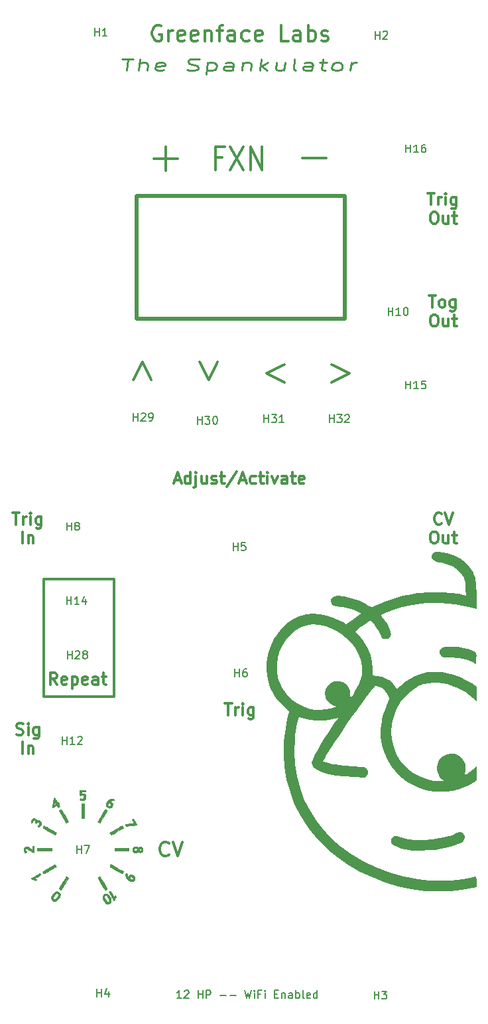
<source format=gbr>
G04 #@! TF.GenerationSoftware,KiCad,Pcbnew,(6.0.1)*
G04 #@! TF.CreationDate,2023-10-15T14:04:23-07:00*
G04 #@! TF.ProjectId,SpankulatorPanel,5370616e-6b75-46c6-9174-6f7250616e65,rev?*
G04 #@! TF.SameCoordinates,Original*
G04 #@! TF.FileFunction,Legend,Top*
G04 #@! TF.FilePolarity,Positive*
%FSLAX46Y46*%
G04 Gerber Fmt 4.6, Leading zero omitted, Abs format (unit mm)*
G04 Created by KiCad (PCBNEW (6.0.1)) date 2023-10-15 14:04:23*
%MOMM*%
%LPD*%
G01*
G04 APERTURE LIST*
%ADD10C,0.500000*%
%ADD11C,0.300000*%
%ADD12C,0.150000*%
%ADD13C,0.250000*%
%ADD14C,0.010000*%
G04 APERTURE END LIST*
D10*
X71900000Y-79300000D02*
X71900000Y-63700000D01*
X71900000Y-63700000D02*
X98500000Y-63700000D01*
D11*
X60000000Y-112500000D02*
X68990000Y-112500000D01*
D10*
X98500000Y-63700000D02*
X98500000Y-79300000D01*
X98500000Y-79300000D02*
X71900000Y-79300000D01*
D11*
X68990000Y-112500000D02*
X68990000Y-127490000D01*
X68990000Y-127490000D02*
X60000000Y-127490000D01*
X60000000Y-127490000D02*
X60000000Y-112500000D01*
X93066190Y-58865714D02*
X96113809Y-58865714D01*
X56071428Y-104046071D02*
X56928571Y-104046071D01*
X56500000Y-105546071D02*
X56500000Y-104046071D01*
X57428571Y-105546071D02*
X57428571Y-104546071D01*
X57428571Y-104831785D02*
X57500000Y-104688928D01*
X57571428Y-104617500D01*
X57714285Y-104546071D01*
X57857142Y-104546071D01*
X58357142Y-105546071D02*
X58357142Y-104546071D01*
X58357142Y-104046071D02*
X58285714Y-104117500D01*
X58357142Y-104188928D01*
X58428571Y-104117500D01*
X58357142Y-104046071D01*
X58357142Y-104188928D01*
X59714285Y-104546071D02*
X59714285Y-105760357D01*
X59642857Y-105903214D01*
X59571428Y-105974642D01*
X59428571Y-106046071D01*
X59214285Y-106046071D01*
X59071428Y-105974642D01*
X59714285Y-105474642D02*
X59571428Y-105546071D01*
X59285714Y-105546071D01*
X59142857Y-105474642D01*
X59071428Y-105403214D01*
X59000000Y-105260357D01*
X59000000Y-104831785D01*
X59071428Y-104688928D01*
X59142857Y-104617500D01*
X59285714Y-104546071D01*
X59571428Y-104546071D01*
X59714285Y-104617500D01*
X57321428Y-107961071D02*
X57321428Y-106461071D01*
X58035714Y-106961071D02*
X58035714Y-107961071D01*
X58035714Y-107103928D02*
X58107142Y-107032500D01*
X58250000Y-106961071D01*
X58464285Y-106961071D01*
X58607142Y-107032500D01*
X58678571Y-107175357D01*
X58678571Y-107961071D01*
X61722857Y-125948571D02*
X61222857Y-125234285D01*
X60865714Y-125948571D02*
X60865714Y-124448571D01*
X61437142Y-124448571D01*
X61580000Y-124520000D01*
X61651428Y-124591428D01*
X61722857Y-124734285D01*
X61722857Y-124948571D01*
X61651428Y-125091428D01*
X61580000Y-125162857D01*
X61437142Y-125234285D01*
X60865714Y-125234285D01*
X62937142Y-125877142D02*
X62794285Y-125948571D01*
X62508571Y-125948571D01*
X62365714Y-125877142D01*
X62294285Y-125734285D01*
X62294285Y-125162857D01*
X62365714Y-125020000D01*
X62508571Y-124948571D01*
X62794285Y-124948571D01*
X62937142Y-125020000D01*
X63008571Y-125162857D01*
X63008571Y-125305714D01*
X62294285Y-125448571D01*
X63651428Y-124948571D02*
X63651428Y-126448571D01*
X63651428Y-125020000D02*
X63794285Y-124948571D01*
X64080000Y-124948571D01*
X64222857Y-125020000D01*
X64294285Y-125091428D01*
X64365714Y-125234285D01*
X64365714Y-125662857D01*
X64294285Y-125805714D01*
X64222857Y-125877142D01*
X64080000Y-125948571D01*
X63794285Y-125948571D01*
X63651428Y-125877142D01*
X65580000Y-125877142D02*
X65437142Y-125948571D01*
X65151428Y-125948571D01*
X65008571Y-125877142D01*
X64937142Y-125734285D01*
X64937142Y-125162857D01*
X65008571Y-125020000D01*
X65151428Y-124948571D01*
X65437142Y-124948571D01*
X65580000Y-125020000D01*
X65651428Y-125162857D01*
X65651428Y-125305714D01*
X64937142Y-125448571D01*
X66937142Y-125948571D02*
X66937142Y-125162857D01*
X66865714Y-125020000D01*
X66722857Y-124948571D01*
X66437142Y-124948571D01*
X66294285Y-125020000D01*
X66937142Y-125877142D02*
X66794285Y-125948571D01*
X66437142Y-125948571D01*
X66294285Y-125877142D01*
X66222857Y-125734285D01*
X66222857Y-125591428D01*
X66294285Y-125448571D01*
X66437142Y-125377142D01*
X66794285Y-125377142D01*
X66937142Y-125305714D01*
X67437142Y-124948571D02*
X68008571Y-124948571D01*
X67651428Y-124448571D02*
X67651428Y-125734285D01*
X67722857Y-125877142D01*
X67865714Y-125948571D01*
X68008571Y-125948571D01*
X56535714Y-132299642D02*
X56750000Y-132371071D01*
X57107142Y-132371071D01*
X57250000Y-132299642D01*
X57321428Y-132228214D01*
X57392857Y-132085357D01*
X57392857Y-131942500D01*
X57321428Y-131799642D01*
X57250000Y-131728214D01*
X57107142Y-131656785D01*
X56821428Y-131585357D01*
X56678571Y-131513928D01*
X56607142Y-131442500D01*
X56535714Y-131299642D01*
X56535714Y-131156785D01*
X56607142Y-131013928D01*
X56678571Y-130942500D01*
X56821428Y-130871071D01*
X57178571Y-130871071D01*
X57392857Y-130942500D01*
X58035714Y-132371071D02*
X58035714Y-131371071D01*
X58035714Y-130871071D02*
X57964285Y-130942500D01*
X58035714Y-131013928D01*
X58107142Y-130942500D01*
X58035714Y-130871071D01*
X58035714Y-131013928D01*
X59392857Y-131371071D02*
X59392857Y-132585357D01*
X59321428Y-132728214D01*
X59250000Y-132799642D01*
X59107142Y-132871071D01*
X58892857Y-132871071D01*
X58750000Y-132799642D01*
X59392857Y-132299642D02*
X59250000Y-132371071D01*
X58964285Y-132371071D01*
X58821428Y-132299642D01*
X58750000Y-132228214D01*
X58678571Y-132085357D01*
X58678571Y-131656785D01*
X58750000Y-131513928D01*
X58821428Y-131442500D01*
X58964285Y-131371071D01*
X59250000Y-131371071D01*
X59392857Y-131442500D01*
X57321428Y-134786071D02*
X57321428Y-133286071D01*
X58035714Y-133786071D02*
X58035714Y-134786071D01*
X58035714Y-133928928D02*
X58107142Y-133857500D01*
X58250000Y-133786071D01*
X58464285Y-133786071D01*
X58607142Y-133857500D01*
X58678571Y-134000357D01*
X58678571Y-134786071D01*
X75985714Y-147642857D02*
X75900000Y-147728571D01*
X75642857Y-147814285D01*
X75471428Y-147814285D01*
X75214285Y-147728571D01*
X75042857Y-147557142D01*
X74957142Y-147385714D01*
X74871428Y-147042857D01*
X74871428Y-146785714D01*
X74957142Y-146442857D01*
X75042857Y-146271428D01*
X75214285Y-146100000D01*
X75471428Y-146014285D01*
X75642857Y-146014285D01*
X75900000Y-146100000D01*
X75985714Y-146185714D01*
X76500000Y-146014285D02*
X77100000Y-147814285D01*
X77700000Y-146014285D01*
X110821428Y-105403214D02*
X110750000Y-105474642D01*
X110535714Y-105546071D01*
X110392857Y-105546071D01*
X110178571Y-105474642D01*
X110035714Y-105331785D01*
X109964285Y-105188928D01*
X109892857Y-104903214D01*
X109892857Y-104688928D01*
X109964285Y-104403214D01*
X110035714Y-104260357D01*
X110178571Y-104117500D01*
X110392857Y-104046071D01*
X110535714Y-104046071D01*
X110750000Y-104117500D01*
X110821428Y-104188928D01*
X111250000Y-104046071D02*
X111750000Y-105546071D01*
X112250000Y-104046071D01*
X109750000Y-106461071D02*
X110035714Y-106461071D01*
X110178571Y-106532500D01*
X110321428Y-106675357D01*
X110392857Y-106961071D01*
X110392857Y-107461071D01*
X110321428Y-107746785D01*
X110178571Y-107889642D01*
X110035714Y-107961071D01*
X109750000Y-107961071D01*
X109607142Y-107889642D01*
X109464285Y-107746785D01*
X109392857Y-107461071D01*
X109392857Y-106961071D01*
X109464285Y-106675357D01*
X109607142Y-106532500D01*
X109750000Y-106461071D01*
X111678571Y-106961071D02*
X111678571Y-107961071D01*
X111035714Y-106961071D02*
X111035714Y-107746785D01*
X111107142Y-107889642D01*
X111250000Y-107961071D01*
X111464285Y-107961071D01*
X111607142Y-107889642D01*
X111678571Y-107818214D01*
X112178571Y-106961071D02*
X112750000Y-106961071D01*
X112392857Y-106461071D02*
X112392857Y-107746785D01*
X112464285Y-107889642D01*
X112607142Y-107961071D01*
X112750000Y-107961071D01*
X83171428Y-128378571D02*
X84028571Y-128378571D01*
X83600000Y-129878571D02*
X83600000Y-128378571D01*
X84528571Y-129878571D02*
X84528571Y-128878571D01*
X84528571Y-129164285D02*
X84600000Y-129021428D01*
X84671428Y-128950000D01*
X84814285Y-128878571D01*
X84957142Y-128878571D01*
X85457142Y-129878571D02*
X85457142Y-128878571D01*
X85457142Y-128378571D02*
X85385714Y-128450000D01*
X85457142Y-128521428D01*
X85528571Y-128450000D01*
X85457142Y-128378571D01*
X85457142Y-128521428D01*
X86814285Y-128878571D02*
X86814285Y-130092857D01*
X86742857Y-130235714D01*
X86671428Y-130307142D01*
X86528571Y-130378571D01*
X86314285Y-130378571D01*
X86171428Y-130307142D01*
X86814285Y-129807142D02*
X86671428Y-129878571D01*
X86385714Y-129878571D01*
X86242857Y-129807142D01*
X86171428Y-129735714D01*
X86100000Y-129592857D01*
X86100000Y-129164285D01*
X86171428Y-129021428D01*
X86242857Y-128950000D01*
X86385714Y-128878571D01*
X86671428Y-128878571D01*
X86814285Y-128950000D01*
D12*
X77595238Y-165952380D02*
X77023809Y-165952380D01*
X77309523Y-165952380D02*
X77309523Y-164952380D01*
X77214285Y-165095238D01*
X77119047Y-165190476D01*
X77023809Y-165238095D01*
X77976190Y-165047619D02*
X78023809Y-165000000D01*
X78119047Y-164952380D01*
X78357142Y-164952380D01*
X78452380Y-165000000D01*
X78500000Y-165047619D01*
X78547619Y-165142857D01*
X78547619Y-165238095D01*
X78500000Y-165380952D01*
X77928571Y-165952380D01*
X78547619Y-165952380D01*
X79738095Y-165952380D02*
X79738095Y-164952380D01*
X79738095Y-165428571D02*
X80309523Y-165428571D01*
X80309523Y-165952380D02*
X80309523Y-164952380D01*
X80785714Y-165952380D02*
X80785714Y-164952380D01*
X81166666Y-164952380D01*
X81261904Y-165000000D01*
X81309523Y-165047619D01*
X81357142Y-165142857D01*
X81357142Y-165285714D01*
X81309523Y-165380952D01*
X81261904Y-165428571D01*
X81166666Y-165476190D01*
X80785714Y-165476190D01*
X82547619Y-165571428D02*
X83309523Y-165571428D01*
X83785714Y-165571428D02*
X84547619Y-165571428D01*
X85690476Y-164952380D02*
X85928571Y-165952380D01*
X86119047Y-165238095D01*
X86309523Y-165952380D01*
X86547619Y-164952380D01*
X86928571Y-165952380D02*
X86928571Y-165285714D01*
X86928571Y-164952380D02*
X86880952Y-165000000D01*
X86928571Y-165047619D01*
X86976190Y-165000000D01*
X86928571Y-164952380D01*
X86928571Y-165047619D01*
X87738095Y-165428571D02*
X87404761Y-165428571D01*
X87404761Y-165952380D02*
X87404761Y-164952380D01*
X87880952Y-164952380D01*
X88261904Y-165952380D02*
X88261904Y-165285714D01*
X88261904Y-164952380D02*
X88214285Y-165000000D01*
X88261904Y-165047619D01*
X88309523Y-165000000D01*
X88261904Y-164952380D01*
X88261904Y-165047619D01*
X89499999Y-165428571D02*
X89833333Y-165428571D01*
X89976190Y-165952380D02*
X89499999Y-165952380D01*
X89499999Y-164952380D01*
X89976190Y-164952380D01*
X90404761Y-165285714D02*
X90404761Y-165952380D01*
X90404761Y-165380952D02*
X90452380Y-165333333D01*
X90547619Y-165285714D01*
X90690476Y-165285714D01*
X90785714Y-165333333D01*
X90833333Y-165428571D01*
X90833333Y-165952380D01*
X91738095Y-165952380D02*
X91738095Y-165428571D01*
X91690476Y-165333333D01*
X91595238Y-165285714D01*
X91404761Y-165285714D01*
X91309523Y-165333333D01*
X91738095Y-165904761D02*
X91642857Y-165952380D01*
X91404761Y-165952380D01*
X91309523Y-165904761D01*
X91261904Y-165809523D01*
X91261904Y-165714285D01*
X91309523Y-165619047D01*
X91404761Y-165571428D01*
X91642857Y-165571428D01*
X91738095Y-165523809D01*
X92214285Y-165952380D02*
X92214285Y-164952380D01*
X92214285Y-165333333D02*
X92309523Y-165285714D01*
X92499999Y-165285714D01*
X92595238Y-165333333D01*
X92642857Y-165380952D01*
X92690476Y-165476190D01*
X92690476Y-165761904D01*
X92642857Y-165857142D01*
X92595238Y-165904761D01*
X92499999Y-165952380D01*
X92309523Y-165952380D01*
X92214285Y-165904761D01*
X93261904Y-165952380D02*
X93166666Y-165904761D01*
X93119047Y-165809523D01*
X93119047Y-164952380D01*
X94023809Y-165904761D02*
X93928571Y-165952380D01*
X93738095Y-165952380D01*
X93642857Y-165904761D01*
X93595238Y-165809523D01*
X93595238Y-165428571D01*
X93642857Y-165333333D01*
X93738095Y-165285714D01*
X93928571Y-165285714D01*
X94023809Y-165333333D01*
X94071428Y-165428571D01*
X94071428Y-165523809D01*
X93595238Y-165619047D01*
X94928571Y-165952380D02*
X94928571Y-164952380D01*
X94928571Y-165904761D02*
X94833333Y-165952380D01*
X94642857Y-165952380D01*
X94547619Y-165904761D01*
X94500000Y-165857142D01*
X94452380Y-165761904D01*
X94452380Y-165476190D01*
X94500000Y-165380952D01*
X94547619Y-165333333D01*
X94642857Y-165285714D01*
X94833333Y-165285714D01*
X94928571Y-165333333D01*
D11*
X76739285Y-99925000D02*
X77453571Y-99925000D01*
X76596428Y-100353571D02*
X77096428Y-98853571D01*
X77596428Y-100353571D01*
X78739285Y-100353571D02*
X78739285Y-98853571D01*
X78739285Y-100282142D02*
X78596428Y-100353571D01*
X78310714Y-100353571D01*
X78167857Y-100282142D01*
X78096428Y-100210714D01*
X78025000Y-100067857D01*
X78025000Y-99639285D01*
X78096428Y-99496428D01*
X78167857Y-99425000D01*
X78310714Y-99353571D01*
X78596428Y-99353571D01*
X78739285Y-99425000D01*
X79453571Y-99353571D02*
X79453571Y-100639285D01*
X79382142Y-100782142D01*
X79239285Y-100853571D01*
X79167857Y-100853571D01*
X79453571Y-98853571D02*
X79382142Y-98925000D01*
X79453571Y-98996428D01*
X79525000Y-98925000D01*
X79453571Y-98853571D01*
X79453571Y-98996428D01*
X80810714Y-99353571D02*
X80810714Y-100353571D01*
X80167857Y-99353571D02*
X80167857Y-100139285D01*
X80239285Y-100282142D01*
X80382142Y-100353571D01*
X80596428Y-100353571D01*
X80739285Y-100282142D01*
X80810714Y-100210714D01*
X81453571Y-100282142D02*
X81596428Y-100353571D01*
X81882142Y-100353571D01*
X82025000Y-100282142D01*
X82096428Y-100139285D01*
X82096428Y-100067857D01*
X82025000Y-99925000D01*
X81882142Y-99853571D01*
X81667857Y-99853571D01*
X81525000Y-99782142D01*
X81453571Y-99639285D01*
X81453571Y-99567857D01*
X81525000Y-99425000D01*
X81667857Y-99353571D01*
X81882142Y-99353571D01*
X82025000Y-99425000D01*
X82525000Y-99353571D02*
X83096428Y-99353571D01*
X82739285Y-98853571D02*
X82739285Y-100139285D01*
X82810714Y-100282142D01*
X82953571Y-100353571D01*
X83096428Y-100353571D01*
X84667857Y-98782142D02*
X83382142Y-100710714D01*
X85096428Y-99925000D02*
X85810714Y-99925000D01*
X84953571Y-100353571D02*
X85453571Y-98853571D01*
X85953571Y-100353571D01*
X87096428Y-100282142D02*
X86953571Y-100353571D01*
X86667857Y-100353571D01*
X86525000Y-100282142D01*
X86453571Y-100210714D01*
X86382142Y-100067857D01*
X86382142Y-99639285D01*
X86453571Y-99496428D01*
X86525000Y-99425000D01*
X86667857Y-99353571D01*
X86953571Y-99353571D01*
X87096428Y-99425000D01*
X87525000Y-99353571D02*
X88096428Y-99353571D01*
X87739285Y-98853571D02*
X87739285Y-100139285D01*
X87810714Y-100282142D01*
X87953571Y-100353571D01*
X88096428Y-100353571D01*
X88596428Y-100353571D02*
X88596428Y-99353571D01*
X88596428Y-98853571D02*
X88525000Y-98925000D01*
X88596428Y-98996428D01*
X88667857Y-98925000D01*
X88596428Y-98853571D01*
X88596428Y-98996428D01*
X89167857Y-99353571D02*
X89525000Y-100353571D01*
X89882142Y-99353571D01*
X91096428Y-100353571D02*
X91096428Y-99567857D01*
X91025000Y-99425000D01*
X90882142Y-99353571D01*
X90596428Y-99353571D01*
X90453571Y-99425000D01*
X91096428Y-100282142D02*
X90953571Y-100353571D01*
X90596428Y-100353571D01*
X90453571Y-100282142D01*
X90382142Y-100139285D01*
X90382142Y-99996428D01*
X90453571Y-99853571D01*
X90596428Y-99782142D01*
X90953571Y-99782142D01*
X91096428Y-99710714D01*
X91596428Y-99353571D02*
X92167857Y-99353571D01*
X91810714Y-98853571D02*
X91810714Y-100139285D01*
X91882142Y-100282142D01*
X92025000Y-100353571D01*
X92167857Y-100353571D01*
X93239285Y-100282142D02*
X93096428Y-100353571D01*
X92810714Y-100353571D01*
X92667857Y-100282142D01*
X92596428Y-100139285D01*
X92596428Y-99567857D01*
X92667857Y-99425000D01*
X92810714Y-99353571D01*
X93096428Y-99353571D01*
X93239285Y-99425000D01*
X93310714Y-99567857D01*
X93310714Y-99710714D01*
X92596428Y-99853571D01*
X82782142Y-58785714D02*
X81948809Y-58785714D01*
X81948809Y-60357142D02*
X81948809Y-57357142D01*
X83139285Y-57357142D01*
X83853571Y-57357142D02*
X85520238Y-60357142D01*
X85520238Y-57357142D02*
X83853571Y-60357142D01*
X86472619Y-60357142D02*
X86472619Y-57357142D01*
X87901190Y-60357142D01*
X87901190Y-57357142D01*
X74056190Y-58935714D02*
X77103809Y-58935714D01*
X75580000Y-60459523D02*
X75580000Y-57411904D01*
X75004761Y-42000000D02*
X74814285Y-41904761D01*
X74528571Y-41904761D01*
X74242857Y-42000000D01*
X74052380Y-42190476D01*
X73957142Y-42380952D01*
X73861904Y-42761904D01*
X73861904Y-43047619D01*
X73957142Y-43428571D01*
X74052380Y-43619047D01*
X74242857Y-43809523D01*
X74528571Y-43904761D01*
X74719047Y-43904761D01*
X75004761Y-43809523D01*
X75099999Y-43714285D01*
X75099999Y-43047619D01*
X74719047Y-43047619D01*
X75957142Y-43904761D02*
X75957142Y-42571428D01*
X75957142Y-42952380D02*
X76052380Y-42761904D01*
X76147619Y-42666666D01*
X76338095Y-42571428D01*
X76528571Y-42571428D01*
X77957142Y-43809523D02*
X77766666Y-43904761D01*
X77385714Y-43904761D01*
X77195238Y-43809523D01*
X77099999Y-43619047D01*
X77099999Y-42857142D01*
X77195238Y-42666666D01*
X77385714Y-42571428D01*
X77766666Y-42571428D01*
X77957142Y-42666666D01*
X78052380Y-42857142D01*
X78052380Y-43047619D01*
X77099999Y-43238095D01*
X79671428Y-43809523D02*
X79480952Y-43904761D01*
X79099999Y-43904761D01*
X78909523Y-43809523D01*
X78814285Y-43619047D01*
X78814285Y-42857142D01*
X78909523Y-42666666D01*
X79099999Y-42571428D01*
X79480952Y-42571428D01*
X79671428Y-42666666D01*
X79766666Y-42857142D01*
X79766666Y-43047619D01*
X78814285Y-43238095D01*
X80623809Y-42571428D02*
X80623809Y-43904761D01*
X80623809Y-42761904D02*
X80719047Y-42666666D01*
X80909523Y-42571428D01*
X81195238Y-42571428D01*
X81385714Y-42666666D01*
X81480952Y-42857142D01*
X81480952Y-43904761D01*
X82147619Y-42571428D02*
X82909523Y-42571428D01*
X82433333Y-43904761D02*
X82433333Y-42190476D01*
X82528571Y-42000000D01*
X82719047Y-41904761D01*
X82909523Y-41904761D01*
X84433333Y-43904761D02*
X84433333Y-42857142D01*
X84338095Y-42666666D01*
X84147619Y-42571428D01*
X83766666Y-42571428D01*
X83576190Y-42666666D01*
X84433333Y-43809523D02*
X84242857Y-43904761D01*
X83766666Y-43904761D01*
X83576190Y-43809523D01*
X83480952Y-43619047D01*
X83480952Y-43428571D01*
X83576190Y-43238095D01*
X83766666Y-43142857D01*
X84242857Y-43142857D01*
X84433333Y-43047619D01*
X86242857Y-43809523D02*
X86052380Y-43904761D01*
X85671428Y-43904761D01*
X85480952Y-43809523D01*
X85385714Y-43714285D01*
X85290476Y-43523809D01*
X85290476Y-42952380D01*
X85385714Y-42761904D01*
X85480952Y-42666666D01*
X85671428Y-42571428D01*
X86052380Y-42571428D01*
X86242857Y-42666666D01*
X87861904Y-43809523D02*
X87671428Y-43904761D01*
X87290476Y-43904761D01*
X87100000Y-43809523D01*
X87004761Y-43619047D01*
X87004761Y-42857142D01*
X87100000Y-42666666D01*
X87290476Y-42571428D01*
X87671428Y-42571428D01*
X87861904Y-42666666D01*
X87957142Y-42857142D01*
X87957142Y-43047619D01*
X87004761Y-43238095D01*
X91290476Y-43904761D02*
X90338095Y-43904761D01*
X90338095Y-41904761D01*
X92814285Y-43904761D02*
X92814285Y-42857142D01*
X92719047Y-42666666D01*
X92528571Y-42571428D01*
X92147619Y-42571428D01*
X91957142Y-42666666D01*
X92814285Y-43809523D02*
X92623809Y-43904761D01*
X92147619Y-43904761D01*
X91957142Y-43809523D01*
X91861904Y-43619047D01*
X91861904Y-43428571D01*
X91957142Y-43238095D01*
X92147619Y-43142857D01*
X92623809Y-43142857D01*
X92814285Y-43047619D01*
X93766666Y-43904761D02*
X93766666Y-41904761D01*
X93766666Y-42666666D02*
X93957142Y-42571428D01*
X94338095Y-42571428D01*
X94528571Y-42666666D01*
X94623809Y-42761904D01*
X94719047Y-42952380D01*
X94719047Y-43523809D01*
X94623809Y-43714285D01*
X94528571Y-43809523D01*
X94338095Y-43904761D01*
X93957142Y-43904761D01*
X93766666Y-43809523D01*
X95480952Y-43809523D02*
X95671428Y-43904761D01*
X96052380Y-43904761D01*
X96242857Y-43809523D01*
X96338095Y-43619047D01*
X96338095Y-43523809D01*
X96242857Y-43333333D01*
X96052380Y-43238095D01*
X95766666Y-43238095D01*
X95576190Y-43142857D01*
X95480952Y-42952380D01*
X95480952Y-42857142D01*
X95576190Y-42666666D01*
X95766666Y-42571428D01*
X96052380Y-42571428D01*
X96242857Y-42666666D01*
D13*
X70045491Y-46178571D02*
X71474062Y-46178571D01*
X70572276Y-47678571D02*
X70759776Y-46178571D01*
X72119895Y-47678571D02*
X72307395Y-46178571D01*
X73191324Y-47678571D02*
X73289538Y-46892857D01*
X73188348Y-46750000D01*
X72959181Y-46678571D01*
X72602038Y-46678571D01*
X72355014Y-46750000D01*
X72227038Y-46821428D01*
X75343110Y-47607142D02*
X75096086Y-47678571D01*
X74619895Y-47678571D01*
X74390729Y-47607142D01*
X74289538Y-47464285D01*
X74360967Y-46892857D01*
X74497872Y-46750000D01*
X74744895Y-46678571D01*
X75221086Y-46678571D01*
X75450252Y-46750000D01*
X75551443Y-46892857D01*
X75533586Y-47035714D01*
X74325252Y-47178571D01*
X78319300Y-47607142D02*
X78667514Y-47678571D01*
X79262752Y-47678571D01*
X79509776Y-47607142D01*
X79637752Y-47535714D01*
X79774657Y-47392857D01*
X79792514Y-47250000D01*
X79691324Y-47107142D01*
X79581205Y-47035714D01*
X79352038Y-46964285D01*
X78884776Y-46892857D01*
X78655610Y-46821428D01*
X78545491Y-46750000D01*
X78444300Y-46607142D01*
X78462157Y-46464285D01*
X78599062Y-46321428D01*
X78727038Y-46250000D01*
X78974062Y-46178571D01*
X79569300Y-46178571D01*
X79917514Y-46250000D01*
X80935372Y-46678571D02*
X80747872Y-48178571D01*
X80926443Y-46750000D02*
X81173467Y-46678571D01*
X81649657Y-46678571D01*
X81878824Y-46750000D01*
X81988943Y-46821428D01*
X82090133Y-46964285D01*
X82036562Y-47392857D01*
X81899657Y-47535714D01*
X81771681Y-47607142D01*
X81524657Y-47678571D01*
X81048467Y-47678571D01*
X80819300Y-47607142D01*
X84143705Y-47678571D02*
X84241919Y-46892857D01*
X84140729Y-46750000D01*
X83911562Y-46678571D01*
X83435372Y-46678571D01*
X83188348Y-46750000D01*
X84152633Y-47607142D02*
X83905610Y-47678571D01*
X83310372Y-47678571D01*
X83081205Y-47607142D01*
X82980014Y-47464285D01*
X82997872Y-47321428D01*
X83134776Y-47178571D01*
X83381800Y-47107142D01*
X83977038Y-47107142D01*
X84224062Y-47035714D01*
X85459181Y-46678571D02*
X85334181Y-47678571D01*
X85441324Y-46821428D02*
X85569300Y-46750000D01*
X85816324Y-46678571D01*
X86173467Y-46678571D01*
X86402633Y-46750000D01*
X86503824Y-46892857D01*
X86405610Y-47678571D01*
X87596086Y-47678571D02*
X87783586Y-46178571D01*
X87905610Y-47107142D02*
X88548467Y-47678571D01*
X88673467Y-46678571D02*
X87649657Y-47250000D01*
X90816324Y-46678571D02*
X90691324Y-47678571D01*
X89744895Y-46678571D02*
X89646681Y-47464285D01*
X89747872Y-47607142D01*
X89977038Y-47678571D01*
X90334181Y-47678571D01*
X90581205Y-47607142D01*
X90709181Y-47535714D01*
X92238943Y-47678571D02*
X92009776Y-47607142D01*
X91908586Y-47464285D01*
X92069300Y-46178571D01*
X94262752Y-47678571D02*
X94360967Y-46892857D01*
X94259776Y-46750000D01*
X94030610Y-46678571D01*
X93554419Y-46678571D01*
X93307395Y-46750000D01*
X94271681Y-47607142D02*
X94024657Y-47678571D01*
X93429419Y-47678571D01*
X93200252Y-47607142D01*
X93099062Y-47464285D01*
X93116919Y-47321428D01*
X93253824Y-47178571D01*
X93500848Y-47107142D01*
X94096086Y-47107142D01*
X94343110Y-47035714D01*
X95221086Y-46678571D02*
X96173467Y-46678571D01*
X95640729Y-46178571D02*
X95480014Y-47464285D01*
X95581205Y-47607142D01*
X95810372Y-47678571D01*
X96048467Y-47678571D01*
X97238943Y-47678571D02*
X97009776Y-47607142D01*
X96899657Y-47535714D01*
X96798467Y-47392857D01*
X96852038Y-46964285D01*
X96988943Y-46821428D01*
X97116919Y-46750000D01*
X97363943Y-46678571D01*
X97721086Y-46678571D01*
X97950252Y-46750000D01*
X98060372Y-46821428D01*
X98161562Y-46964285D01*
X98107991Y-47392857D01*
X97971086Y-47535714D01*
X97843110Y-47607142D01*
X97596086Y-47678571D01*
X97238943Y-47678571D01*
X99143705Y-47678571D02*
X99268705Y-46678571D01*
X99232991Y-46964285D02*
X99369895Y-46821428D01*
X99497872Y-46750000D01*
X99744895Y-46678571D01*
X99982991Y-46678571D01*
D11*
X90742857Y-85142857D02*
X88457142Y-86285714D01*
X90742857Y-87428571D01*
X96757142Y-85142857D02*
X99042857Y-86285714D01*
X96757142Y-87428571D01*
X109071428Y-63296071D02*
X109928571Y-63296071D01*
X109500000Y-64796071D02*
X109500000Y-63296071D01*
X110428571Y-64796071D02*
X110428571Y-63796071D01*
X110428571Y-64081785D02*
X110500000Y-63938928D01*
X110571428Y-63867500D01*
X110714285Y-63796071D01*
X110857142Y-63796071D01*
X111357142Y-64796071D02*
X111357142Y-63796071D01*
X111357142Y-63296071D02*
X111285714Y-63367500D01*
X111357142Y-63438928D01*
X111428571Y-63367500D01*
X111357142Y-63296071D01*
X111357142Y-63438928D01*
X112714285Y-63796071D02*
X112714285Y-65010357D01*
X112642857Y-65153214D01*
X112571428Y-65224642D01*
X112428571Y-65296071D01*
X112214285Y-65296071D01*
X112071428Y-65224642D01*
X112714285Y-64724642D02*
X112571428Y-64796071D01*
X112285714Y-64796071D01*
X112142857Y-64724642D01*
X112071428Y-64653214D01*
X112000000Y-64510357D01*
X112000000Y-64081785D01*
X112071428Y-63938928D01*
X112142857Y-63867500D01*
X112285714Y-63796071D01*
X112571428Y-63796071D01*
X112714285Y-63867500D01*
X109750000Y-65711071D02*
X110035714Y-65711071D01*
X110178571Y-65782500D01*
X110321428Y-65925357D01*
X110392857Y-66211071D01*
X110392857Y-66711071D01*
X110321428Y-66996785D01*
X110178571Y-67139642D01*
X110035714Y-67211071D01*
X109750000Y-67211071D01*
X109607142Y-67139642D01*
X109464285Y-66996785D01*
X109392857Y-66711071D01*
X109392857Y-66211071D01*
X109464285Y-65925357D01*
X109607142Y-65782500D01*
X109750000Y-65711071D01*
X111678571Y-66211071D02*
X111678571Y-67211071D01*
X111035714Y-66211071D02*
X111035714Y-66996785D01*
X111107142Y-67139642D01*
X111250000Y-67211071D01*
X111464285Y-67211071D01*
X111607142Y-67139642D01*
X111678571Y-67068214D01*
X112178571Y-66211071D02*
X112750000Y-66211071D01*
X112392857Y-65711071D02*
X112392857Y-66996785D01*
X112464285Y-67139642D01*
X112607142Y-67211071D01*
X112750000Y-67211071D01*
X109214285Y-76371071D02*
X110071428Y-76371071D01*
X109642857Y-77871071D02*
X109642857Y-76371071D01*
X110785714Y-77871071D02*
X110642857Y-77799642D01*
X110571428Y-77728214D01*
X110500000Y-77585357D01*
X110500000Y-77156785D01*
X110571428Y-77013928D01*
X110642857Y-76942500D01*
X110785714Y-76871071D01*
X111000000Y-76871071D01*
X111142857Y-76942500D01*
X111214285Y-77013928D01*
X111285714Y-77156785D01*
X111285714Y-77585357D01*
X111214285Y-77728214D01*
X111142857Y-77799642D01*
X111000000Y-77871071D01*
X110785714Y-77871071D01*
X112571428Y-76871071D02*
X112571428Y-78085357D01*
X112500000Y-78228214D01*
X112428571Y-78299642D01*
X112285714Y-78371071D01*
X112071428Y-78371071D01*
X111928571Y-78299642D01*
X112571428Y-77799642D02*
X112428571Y-77871071D01*
X112142857Y-77871071D01*
X112000000Y-77799642D01*
X111928571Y-77728214D01*
X111857142Y-77585357D01*
X111857142Y-77156785D01*
X111928571Y-77013928D01*
X112000000Y-76942500D01*
X112142857Y-76871071D01*
X112428571Y-76871071D01*
X112571428Y-76942500D01*
X109750000Y-78786071D02*
X110035714Y-78786071D01*
X110178571Y-78857500D01*
X110321428Y-79000357D01*
X110392857Y-79286071D01*
X110392857Y-79786071D01*
X110321428Y-80071785D01*
X110178571Y-80214642D01*
X110035714Y-80286071D01*
X109750000Y-80286071D01*
X109607142Y-80214642D01*
X109464285Y-80071785D01*
X109392857Y-79786071D01*
X109392857Y-79286071D01*
X109464285Y-79000357D01*
X109607142Y-78857500D01*
X109750000Y-78786071D01*
X111678571Y-79286071D02*
X111678571Y-80286071D01*
X111035714Y-79286071D02*
X111035714Y-80071785D01*
X111107142Y-80214642D01*
X111250000Y-80286071D01*
X111464285Y-80286071D01*
X111607142Y-80214642D01*
X111678571Y-80143214D01*
X112178571Y-79286071D02*
X112750000Y-79286071D01*
X112392857Y-78786071D02*
X112392857Y-80071785D01*
X112464285Y-80214642D01*
X112607142Y-80286071D01*
X112750000Y-80286071D01*
X79942857Y-84857142D02*
X81085714Y-87142857D01*
X82228571Y-84857142D01*
X73757142Y-87142857D02*
X72614285Y-84857142D01*
X71471428Y-87142857D01*
D12*
X66538095Y-43252380D02*
X66538095Y-42252380D01*
X66538095Y-42728571D02*
X67109523Y-42728571D01*
X67109523Y-43252380D02*
X67109523Y-42252380D01*
X68109523Y-43252380D02*
X67538095Y-43252380D01*
X67823809Y-43252380D02*
X67823809Y-42252380D01*
X67728571Y-42395238D01*
X67633333Y-42490476D01*
X67538095Y-42538095D01*
X102338095Y-43652380D02*
X102338095Y-42652380D01*
X102338095Y-43128571D02*
X102909523Y-43128571D01*
X102909523Y-43652380D02*
X102909523Y-42652380D01*
X103338095Y-42747619D02*
X103385714Y-42700000D01*
X103480952Y-42652380D01*
X103719047Y-42652380D01*
X103814285Y-42700000D01*
X103861904Y-42747619D01*
X103909523Y-42842857D01*
X103909523Y-42938095D01*
X103861904Y-43080952D01*
X103290476Y-43652380D01*
X103909523Y-43652380D01*
X102238095Y-166052380D02*
X102238095Y-165052380D01*
X102238095Y-165528571D02*
X102809523Y-165528571D01*
X102809523Y-166052380D02*
X102809523Y-165052380D01*
X103190476Y-165052380D02*
X103809523Y-165052380D01*
X103476190Y-165433333D01*
X103619047Y-165433333D01*
X103714285Y-165480952D01*
X103761904Y-165528571D01*
X103809523Y-165623809D01*
X103809523Y-165861904D01*
X103761904Y-165957142D01*
X103714285Y-166004761D01*
X103619047Y-166052380D01*
X103333333Y-166052380D01*
X103238095Y-166004761D01*
X103190476Y-165957142D01*
X66838095Y-165752380D02*
X66838095Y-164752380D01*
X66838095Y-165228571D02*
X67409523Y-165228571D01*
X67409523Y-165752380D02*
X67409523Y-164752380D01*
X68314285Y-165085714D02*
X68314285Y-165752380D01*
X68076190Y-164704761D02*
X67838095Y-165419047D01*
X68457142Y-165419047D01*
X84238095Y-108852380D02*
X84238095Y-107852380D01*
X84238095Y-108328571D02*
X84809523Y-108328571D01*
X84809523Y-108852380D02*
X84809523Y-107852380D01*
X85761904Y-107852380D02*
X85285714Y-107852380D01*
X85238095Y-108328571D01*
X85285714Y-108280952D01*
X85380952Y-108233333D01*
X85619047Y-108233333D01*
X85714285Y-108280952D01*
X85761904Y-108328571D01*
X85809523Y-108423809D01*
X85809523Y-108661904D01*
X85761904Y-108757142D01*
X85714285Y-108804761D01*
X85619047Y-108852380D01*
X85380952Y-108852380D01*
X85285714Y-108804761D01*
X85238095Y-108757142D01*
X64238095Y-147452380D02*
X64238095Y-146452380D01*
X64238095Y-146928571D02*
X64809523Y-146928571D01*
X64809523Y-147452380D02*
X64809523Y-146452380D01*
X65190476Y-146452380D02*
X65857142Y-146452380D01*
X65428571Y-147452380D01*
X62961904Y-115752380D02*
X62961904Y-114752380D01*
X62961904Y-115228571D02*
X63533333Y-115228571D01*
X63533333Y-115752380D02*
X63533333Y-114752380D01*
X64533333Y-115752380D02*
X63961904Y-115752380D01*
X64247619Y-115752380D02*
X64247619Y-114752380D01*
X64152380Y-114895238D01*
X64057142Y-114990476D01*
X63961904Y-115038095D01*
X65390476Y-115085714D02*
X65390476Y-115752380D01*
X65152380Y-114704761D02*
X64914285Y-115419047D01*
X65533333Y-115419047D01*
X106291904Y-88252380D02*
X106291904Y-87252380D01*
X106291904Y-87728571D02*
X106863333Y-87728571D01*
X106863333Y-88252380D02*
X106863333Y-87252380D01*
X107863333Y-88252380D02*
X107291904Y-88252380D01*
X107577619Y-88252380D02*
X107577619Y-87252380D01*
X107482380Y-87395238D01*
X107387142Y-87490476D01*
X107291904Y-87538095D01*
X108768095Y-87252380D02*
X108291904Y-87252380D01*
X108244285Y-87728571D01*
X108291904Y-87680952D01*
X108387142Y-87633333D01*
X108625238Y-87633333D01*
X108720476Y-87680952D01*
X108768095Y-87728571D01*
X108815714Y-87823809D01*
X108815714Y-88061904D01*
X108768095Y-88157142D01*
X108720476Y-88204761D01*
X108625238Y-88252380D01*
X108387142Y-88252380D01*
X108291904Y-88204761D01*
X108244285Y-88157142D01*
X106291904Y-58102380D02*
X106291904Y-57102380D01*
X106291904Y-57578571D02*
X106863333Y-57578571D01*
X106863333Y-58102380D02*
X106863333Y-57102380D01*
X107863333Y-58102380D02*
X107291904Y-58102380D01*
X107577619Y-58102380D02*
X107577619Y-57102380D01*
X107482380Y-57245238D01*
X107387142Y-57340476D01*
X107291904Y-57388095D01*
X108720476Y-57102380D02*
X108530000Y-57102380D01*
X108434761Y-57150000D01*
X108387142Y-57197619D01*
X108291904Y-57340476D01*
X108244285Y-57530952D01*
X108244285Y-57911904D01*
X108291904Y-58007142D01*
X108339523Y-58054761D01*
X108434761Y-58102380D01*
X108625238Y-58102380D01*
X108720476Y-58054761D01*
X108768095Y-58007142D01*
X108815714Y-57911904D01*
X108815714Y-57673809D01*
X108768095Y-57578571D01*
X108720476Y-57530952D01*
X108625238Y-57483333D01*
X108434761Y-57483333D01*
X108339523Y-57530952D01*
X108291904Y-57578571D01*
X108244285Y-57673809D01*
X63061904Y-122652380D02*
X63061904Y-121652380D01*
X63061904Y-122128571D02*
X63633333Y-122128571D01*
X63633333Y-122652380D02*
X63633333Y-121652380D01*
X64061904Y-121747619D02*
X64109523Y-121700000D01*
X64204761Y-121652380D01*
X64442857Y-121652380D01*
X64538095Y-121700000D01*
X64585714Y-121747619D01*
X64633333Y-121842857D01*
X64633333Y-121938095D01*
X64585714Y-122080952D01*
X64014285Y-122652380D01*
X64633333Y-122652380D01*
X65204761Y-122080952D02*
X65109523Y-122033333D01*
X65061904Y-121985714D01*
X65014285Y-121890476D01*
X65014285Y-121842857D01*
X65061904Y-121747619D01*
X65109523Y-121700000D01*
X65204761Y-121652380D01*
X65395238Y-121652380D01*
X65490476Y-121700000D01*
X65538095Y-121747619D01*
X65585714Y-121842857D01*
X65585714Y-121890476D01*
X65538095Y-121985714D01*
X65490476Y-122033333D01*
X65395238Y-122080952D01*
X65204761Y-122080952D01*
X65109523Y-122128571D01*
X65061904Y-122176190D01*
X65014285Y-122271428D01*
X65014285Y-122461904D01*
X65061904Y-122557142D01*
X65109523Y-122604761D01*
X65204761Y-122652380D01*
X65395238Y-122652380D01*
X65490476Y-122604761D01*
X65538095Y-122557142D01*
X65585714Y-122461904D01*
X65585714Y-122271428D01*
X65538095Y-122176190D01*
X65490476Y-122128571D01*
X65395238Y-122080952D01*
X71461904Y-92352380D02*
X71461904Y-91352380D01*
X71461904Y-91828571D02*
X72033333Y-91828571D01*
X72033333Y-92352380D02*
X72033333Y-91352380D01*
X72461904Y-91447619D02*
X72509523Y-91400000D01*
X72604761Y-91352380D01*
X72842857Y-91352380D01*
X72938095Y-91400000D01*
X72985714Y-91447619D01*
X73033333Y-91542857D01*
X73033333Y-91638095D01*
X72985714Y-91780952D01*
X72414285Y-92352380D01*
X73033333Y-92352380D01*
X73509523Y-92352380D02*
X73700000Y-92352380D01*
X73795238Y-92304761D01*
X73842857Y-92257142D01*
X73938095Y-92114285D01*
X73985714Y-91923809D01*
X73985714Y-91542857D01*
X73938095Y-91447619D01*
X73890476Y-91400000D01*
X73795238Y-91352380D01*
X73604761Y-91352380D01*
X73509523Y-91400000D01*
X73461904Y-91447619D01*
X73414285Y-91542857D01*
X73414285Y-91780952D01*
X73461904Y-91876190D01*
X73509523Y-91923809D01*
X73604761Y-91971428D01*
X73795238Y-91971428D01*
X73890476Y-91923809D01*
X73938095Y-91876190D01*
X73985714Y-91780952D01*
X79661904Y-92752380D02*
X79661904Y-91752380D01*
X79661904Y-92228571D02*
X80233333Y-92228571D01*
X80233333Y-92752380D02*
X80233333Y-91752380D01*
X80614285Y-91752380D02*
X81233333Y-91752380D01*
X80900000Y-92133333D01*
X81042857Y-92133333D01*
X81138095Y-92180952D01*
X81185714Y-92228571D01*
X81233333Y-92323809D01*
X81233333Y-92561904D01*
X81185714Y-92657142D01*
X81138095Y-92704761D01*
X81042857Y-92752380D01*
X80757142Y-92752380D01*
X80661904Y-92704761D01*
X80614285Y-92657142D01*
X81852380Y-91752380D02*
X81947619Y-91752380D01*
X82042857Y-91800000D01*
X82090476Y-91847619D01*
X82138095Y-91942857D01*
X82185714Y-92133333D01*
X82185714Y-92371428D01*
X82138095Y-92561904D01*
X82090476Y-92657142D01*
X82042857Y-92704761D01*
X81947619Y-92752380D01*
X81852380Y-92752380D01*
X81757142Y-92704761D01*
X81709523Y-92657142D01*
X81661904Y-92561904D01*
X81614285Y-92371428D01*
X81614285Y-92133333D01*
X81661904Y-91942857D01*
X81709523Y-91847619D01*
X81757142Y-91800000D01*
X81852380Y-91752380D01*
X88161904Y-92552380D02*
X88161904Y-91552380D01*
X88161904Y-92028571D02*
X88733333Y-92028571D01*
X88733333Y-92552380D02*
X88733333Y-91552380D01*
X89114285Y-91552380D02*
X89733333Y-91552380D01*
X89400000Y-91933333D01*
X89542857Y-91933333D01*
X89638095Y-91980952D01*
X89685714Y-92028571D01*
X89733333Y-92123809D01*
X89733333Y-92361904D01*
X89685714Y-92457142D01*
X89638095Y-92504761D01*
X89542857Y-92552380D01*
X89257142Y-92552380D01*
X89161904Y-92504761D01*
X89114285Y-92457142D01*
X90685714Y-92552380D02*
X90114285Y-92552380D01*
X90400000Y-92552380D02*
X90400000Y-91552380D01*
X90304761Y-91695238D01*
X90209523Y-91790476D01*
X90114285Y-91838095D01*
X96511904Y-92552380D02*
X96511904Y-91552380D01*
X96511904Y-92028571D02*
X97083333Y-92028571D01*
X97083333Y-92552380D02*
X97083333Y-91552380D01*
X97464285Y-91552380D02*
X98083333Y-91552380D01*
X97750000Y-91933333D01*
X97892857Y-91933333D01*
X97988095Y-91980952D01*
X98035714Y-92028571D01*
X98083333Y-92123809D01*
X98083333Y-92361904D01*
X98035714Y-92457142D01*
X97988095Y-92504761D01*
X97892857Y-92552380D01*
X97607142Y-92552380D01*
X97511904Y-92504761D01*
X97464285Y-92457142D01*
X98464285Y-91647619D02*
X98511904Y-91600000D01*
X98607142Y-91552380D01*
X98845238Y-91552380D01*
X98940476Y-91600000D01*
X98988095Y-91647619D01*
X99035714Y-91742857D01*
X99035714Y-91838095D01*
X98988095Y-91980952D01*
X98416666Y-92552380D01*
X99035714Y-92552380D01*
X62988095Y-106282380D02*
X62988095Y-105282380D01*
X62988095Y-105758571D02*
X63559523Y-105758571D01*
X63559523Y-106282380D02*
X63559523Y-105282380D01*
X64178571Y-105710952D02*
X64083333Y-105663333D01*
X64035714Y-105615714D01*
X63988095Y-105520476D01*
X63988095Y-105472857D01*
X64035714Y-105377619D01*
X64083333Y-105330000D01*
X64178571Y-105282380D01*
X64369047Y-105282380D01*
X64464285Y-105330000D01*
X64511904Y-105377619D01*
X64559523Y-105472857D01*
X64559523Y-105520476D01*
X64511904Y-105615714D01*
X64464285Y-105663333D01*
X64369047Y-105710952D01*
X64178571Y-105710952D01*
X64083333Y-105758571D01*
X64035714Y-105806190D01*
X63988095Y-105901428D01*
X63988095Y-106091904D01*
X64035714Y-106187142D01*
X64083333Y-106234761D01*
X64178571Y-106282380D01*
X64369047Y-106282380D01*
X64464285Y-106234761D01*
X64511904Y-106187142D01*
X64559523Y-106091904D01*
X64559523Y-105901428D01*
X64511904Y-105806190D01*
X64464285Y-105758571D01*
X64369047Y-105710952D01*
X104011904Y-78882380D02*
X104011904Y-77882380D01*
X104011904Y-78358571D02*
X104583333Y-78358571D01*
X104583333Y-78882380D02*
X104583333Y-77882380D01*
X105583333Y-78882380D02*
X105011904Y-78882380D01*
X105297619Y-78882380D02*
X105297619Y-77882380D01*
X105202380Y-78025238D01*
X105107142Y-78120476D01*
X105011904Y-78168095D01*
X106202380Y-77882380D02*
X106297619Y-77882380D01*
X106392857Y-77930000D01*
X106440476Y-77977619D01*
X106488095Y-78072857D01*
X106535714Y-78263333D01*
X106535714Y-78501428D01*
X106488095Y-78691904D01*
X106440476Y-78787142D01*
X106392857Y-78834761D01*
X106297619Y-78882380D01*
X106202380Y-78882380D01*
X106107142Y-78834761D01*
X106059523Y-78787142D01*
X106011904Y-78691904D01*
X105964285Y-78501428D01*
X105964285Y-78263333D01*
X106011904Y-78072857D01*
X106059523Y-77977619D01*
X106107142Y-77930000D01*
X106202380Y-77882380D01*
X62411904Y-133582380D02*
X62411904Y-132582380D01*
X62411904Y-133058571D02*
X62983333Y-133058571D01*
X62983333Y-133582380D02*
X62983333Y-132582380D01*
X63983333Y-133582380D02*
X63411904Y-133582380D01*
X63697619Y-133582380D02*
X63697619Y-132582380D01*
X63602380Y-132725238D01*
X63507142Y-132820476D01*
X63411904Y-132868095D01*
X64364285Y-132677619D02*
X64411904Y-132630000D01*
X64507142Y-132582380D01*
X64745238Y-132582380D01*
X64840476Y-132630000D01*
X64888095Y-132677619D01*
X64935714Y-132772857D01*
X64935714Y-132868095D01*
X64888095Y-133010952D01*
X64316666Y-133582380D01*
X64935714Y-133582380D01*
X84438095Y-124952380D02*
X84438095Y-123952380D01*
X84438095Y-124428571D02*
X85009523Y-124428571D01*
X85009523Y-124952380D02*
X85009523Y-123952380D01*
X85914285Y-123952380D02*
X85723809Y-123952380D01*
X85628571Y-124000000D01*
X85580952Y-124047619D01*
X85485714Y-124190476D01*
X85438095Y-124380952D01*
X85438095Y-124761904D01*
X85485714Y-124857142D01*
X85533333Y-124904761D01*
X85628571Y-124952380D01*
X85819047Y-124952380D01*
X85914285Y-124904761D01*
X85961904Y-124857142D01*
X86009523Y-124761904D01*
X86009523Y-124523809D01*
X85961904Y-124428571D01*
X85914285Y-124380952D01*
X85819047Y-124333333D01*
X85628571Y-124333333D01*
X85533333Y-124380952D01*
X85485714Y-124428571D01*
X85438095Y-124523809D01*
D14*
X71355690Y-146828871D02*
X71413557Y-146715531D01*
X71413557Y-146715531D02*
X71502552Y-146635040D01*
X71502552Y-146635040D02*
X71511965Y-146629922D01*
X71511965Y-146629922D02*
X71621891Y-146595805D01*
X71621891Y-146595805D02*
X71744212Y-146592838D01*
X71744212Y-146592838D02*
X71863067Y-146617373D01*
X71863067Y-146617373D02*
X71962595Y-146665764D01*
X71962595Y-146665764D02*
X72026936Y-146734365D01*
X72026936Y-146734365D02*
X72034097Y-146749960D01*
X72034097Y-146749960D02*
X72051901Y-146783605D01*
X72051901Y-146783605D02*
X72071331Y-146765588D01*
X72071331Y-146765588D02*
X72079353Y-146751676D01*
X72079353Y-146751676D02*
X72120657Y-146713466D01*
X72120657Y-146713466D02*
X72193714Y-146672425D01*
X72193714Y-146672425D02*
X72228356Y-146657770D01*
X72228356Y-146657770D02*
X72310206Y-146630474D01*
X72310206Y-146630474D02*
X72369309Y-146626674D01*
X72369309Y-146626674D02*
X72434011Y-146645866D01*
X72434011Y-146645866D02*
X72453394Y-146653784D01*
X72453394Y-146653784D02*
X72557999Y-146725779D01*
X72557999Y-146725779D02*
X72630724Y-146832739D01*
X72630724Y-146832739D02*
X72667599Y-146960566D01*
X72667599Y-146960566D02*
X72664653Y-147095163D01*
X72664653Y-147095163D02*
X72617914Y-147222432D01*
X72617914Y-147222432D02*
X72614960Y-147227365D01*
X72614960Y-147227365D02*
X72561016Y-147297425D01*
X72561016Y-147297425D02*
X72503033Y-147347662D01*
X72503033Y-147347662D02*
X72498044Y-147350514D01*
X72498044Y-147350514D02*
X72406932Y-147373231D01*
X72406932Y-147373231D02*
X72345073Y-147369472D01*
X72345073Y-147369472D02*
X72345073Y-147123173D01*
X72345073Y-147123173D02*
X72409000Y-147114679D01*
X72409000Y-147114679D02*
X72425407Y-147104518D01*
X72425407Y-147104518D02*
X72444357Y-147055391D01*
X72444357Y-147055391D02*
X72444112Y-146984263D01*
X72444112Y-146984263D02*
X72427825Y-146916716D01*
X72427825Y-146916716D02*
X72398649Y-146878330D01*
X72398649Y-146878330D02*
X72397462Y-146877840D01*
X72397462Y-146877840D02*
X72334403Y-146879205D01*
X72334403Y-146879205D02*
X72259261Y-146913544D01*
X72259261Y-146913544D02*
X72194531Y-146969219D01*
X72194531Y-146969219D02*
X72178898Y-146990930D01*
X72178898Y-146990930D02*
X72164682Y-147037999D01*
X72164682Y-147037999D02*
X72196934Y-147078296D01*
X72196934Y-147078296D02*
X72202671Y-147082653D01*
X72202671Y-147082653D02*
X72267481Y-147111632D01*
X72267481Y-147111632D02*
X72345073Y-147123173D01*
X72345073Y-147123173D02*
X72345073Y-147369472D01*
X72345073Y-147369472D02*
X72294983Y-147366428D01*
X72294983Y-147366428D02*
X72186804Y-147334062D01*
X72186804Y-147334062D02*
X72115824Y-147289057D01*
X72115824Y-147289057D02*
X72066385Y-147247181D01*
X72066385Y-147247181D02*
X72038783Y-147243176D01*
X72038783Y-147243176D02*
X72018629Y-147269483D01*
X72018629Y-147269483D02*
X71978528Y-147313906D01*
X71978528Y-147313906D02*
X71911618Y-147365803D01*
X71911618Y-147365803D02*
X71891841Y-147378598D01*
X71891841Y-147378598D02*
X71766607Y-147425528D01*
X71766607Y-147425528D02*
X71735059Y-147425271D01*
X71735059Y-147425271D02*
X71735059Y-147174038D01*
X71735059Y-147174038D02*
X71825217Y-147130961D01*
X71825217Y-147130961D02*
X71857066Y-147103942D01*
X71857066Y-147103942D02*
X71920653Y-147024184D01*
X71920653Y-147024184D02*
X71930759Y-146954991D01*
X71930759Y-146954991D02*
X71888108Y-146891174D01*
X71888108Y-146891174D02*
X71886833Y-146890017D01*
X71886833Y-146890017D02*
X71790831Y-146833225D01*
X71790831Y-146833225D02*
X71693431Y-146830891D01*
X71693431Y-146830891D02*
X71617500Y-146869786D01*
X71617500Y-146869786D02*
X71554722Y-146947173D01*
X71554722Y-146947173D02*
X71547064Y-147035201D01*
X71547064Y-147035201D02*
X71585044Y-147117053D01*
X71585044Y-147117053D02*
X71651283Y-147169581D01*
X71651283Y-147169581D02*
X71735059Y-147174038D01*
X71735059Y-147174038D02*
X71735059Y-147425271D01*
X71735059Y-147425271D02*
X71633791Y-147424444D01*
X71633791Y-147424444D02*
X71510626Y-147377056D01*
X71510626Y-147377056D02*
X71456962Y-147335496D01*
X71456962Y-147335496D02*
X71379588Y-147228373D01*
X71379588Y-147228373D02*
X71337633Y-147099053D01*
X71337633Y-147099053D02*
X71330025Y-146961299D01*
X71330025Y-146961299D02*
X71355690Y-146828871D01*
X71355690Y-146828871D02*
X71355690Y-146828871D01*
G36*
X72186804Y-147334062D02*
G01*
X72115824Y-147289057D01*
X72066385Y-147247181D01*
X72038783Y-147243176D01*
X72018629Y-147269483D01*
X71978528Y-147313906D01*
X71911618Y-147365803D01*
X71891841Y-147378598D01*
X71766607Y-147425528D01*
X71735059Y-147425271D01*
X71633791Y-147424444D01*
X71510626Y-147377056D01*
X71456962Y-147335496D01*
X71379588Y-147228373D01*
X71337633Y-147099053D01*
X71334107Y-147035201D01*
X71547064Y-147035201D01*
X71585044Y-147117053D01*
X71651283Y-147169581D01*
X71735059Y-147174038D01*
X71825217Y-147130961D01*
X71857066Y-147103942D01*
X71909639Y-147037999D01*
X72164682Y-147037999D01*
X72196934Y-147078296D01*
X72202671Y-147082653D01*
X72267481Y-147111632D01*
X72345073Y-147123173D01*
X72409000Y-147114679D01*
X72425407Y-147104518D01*
X72444357Y-147055391D01*
X72444112Y-146984263D01*
X72427825Y-146916716D01*
X72398649Y-146878330D01*
X72397462Y-146877840D01*
X72334403Y-146879205D01*
X72259261Y-146913544D01*
X72194531Y-146969219D01*
X72178898Y-146990930D01*
X72164682Y-147037999D01*
X71909639Y-147037999D01*
X71920653Y-147024184D01*
X71930759Y-146954991D01*
X71888108Y-146891174D01*
X71886833Y-146890017D01*
X71790831Y-146833225D01*
X71693431Y-146830891D01*
X71617500Y-146869786D01*
X71554722Y-146947173D01*
X71547064Y-147035201D01*
X71334107Y-147035201D01*
X71330025Y-146961299D01*
X71355690Y-146828871D01*
X71413557Y-146715531D01*
X71502552Y-146635040D01*
X71511965Y-146629922D01*
X71621891Y-146595805D01*
X71744212Y-146592838D01*
X71863067Y-146617373D01*
X71962595Y-146665764D01*
X72026936Y-146734365D01*
X72034097Y-146749960D01*
X72051901Y-146783605D01*
X72071331Y-146765588D01*
X72079353Y-146751676D01*
X72120657Y-146713466D01*
X72193714Y-146672425D01*
X72228356Y-146657770D01*
X72310206Y-146630474D01*
X72369309Y-146626674D01*
X72434011Y-146645866D01*
X72453394Y-146653784D01*
X72557999Y-146725779D01*
X72630724Y-146832739D01*
X72667599Y-146960566D01*
X72664653Y-147095163D01*
X72617914Y-147222432D01*
X72614960Y-147227365D01*
X72561016Y-147297425D01*
X72503033Y-147347662D01*
X72498044Y-147350514D01*
X72406932Y-147373231D01*
X72345073Y-147369472D01*
X72294983Y-147366428D01*
X72186804Y-147334062D01*
G37*
X72186804Y-147334062D02*
X72115824Y-147289057D01*
X72066385Y-147247181D01*
X72038783Y-147243176D01*
X72018629Y-147269483D01*
X71978528Y-147313906D01*
X71911618Y-147365803D01*
X71891841Y-147378598D01*
X71766607Y-147425528D01*
X71735059Y-147425271D01*
X71633791Y-147424444D01*
X71510626Y-147377056D01*
X71456962Y-147335496D01*
X71379588Y-147228373D01*
X71337633Y-147099053D01*
X71334107Y-147035201D01*
X71547064Y-147035201D01*
X71585044Y-147117053D01*
X71651283Y-147169581D01*
X71735059Y-147174038D01*
X71825217Y-147130961D01*
X71857066Y-147103942D01*
X71909639Y-147037999D01*
X72164682Y-147037999D01*
X72196934Y-147078296D01*
X72202671Y-147082653D01*
X72267481Y-147111632D01*
X72345073Y-147123173D01*
X72409000Y-147114679D01*
X72425407Y-147104518D01*
X72444357Y-147055391D01*
X72444112Y-146984263D01*
X72427825Y-146916716D01*
X72398649Y-146878330D01*
X72397462Y-146877840D01*
X72334403Y-146879205D01*
X72259261Y-146913544D01*
X72194531Y-146969219D01*
X72178898Y-146990930D01*
X72164682Y-147037999D01*
X71909639Y-147037999D01*
X71920653Y-147024184D01*
X71930759Y-146954991D01*
X71888108Y-146891174D01*
X71886833Y-146890017D01*
X71790831Y-146833225D01*
X71693431Y-146830891D01*
X71617500Y-146869786D01*
X71554722Y-146947173D01*
X71547064Y-147035201D01*
X71334107Y-147035201D01*
X71330025Y-146961299D01*
X71355690Y-146828871D01*
X71413557Y-146715531D01*
X71502552Y-146635040D01*
X71511965Y-146629922D01*
X71621891Y-146595805D01*
X71744212Y-146592838D01*
X71863067Y-146617373D01*
X71962595Y-146665764D01*
X72026936Y-146734365D01*
X72034097Y-146749960D01*
X72051901Y-146783605D01*
X72071331Y-146765588D01*
X72079353Y-146751676D01*
X72120657Y-146713466D01*
X72193714Y-146672425D01*
X72228356Y-146657770D01*
X72310206Y-146630474D01*
X72369309Y-146626674D01*
X72434011Y-146645866D01*
X72453394Y-146653784D01*
X72557999Y-146725779D01*
X72630724Y-146832739D01*
X72667599Y-146960566D01*
X72664653Y-147095163D01*
X72617914Y-147222432D01*
X72614960Y-147227365D01*
X72561016Y-147297425D01*
X72503033Y-147347662D01*
X72498044Y-147350514D01*
X72406932Y-147373231D01*
X72345073Y-147369472D01*
X72294983Y-147366428D01*
X72186804Y-147334062D01*
X70417513Y-143778412D02*
X70455044Y-143765518D01*
X70455044Y-143765518D02*
X70538720Y-143749852D01*
X70538720Y-143749852D02*
X70658389Y-143732714D01*
X70658389Y-143732714D02*
X70803899Y-143715404D01*
X70803899Y-143715404D02*
X70965098Y-143699222D01*
X70965098Y-143699222D02*
X71131833Y-143685468D01*
X71131833Y-143685468D02*
X71157816Y-143683616D01*
X71157816Y-143683616D02*
X71293794Y-143673269D01*
X71293794Y-143673269D02*
X71408084Y-143662907D01*
X71408084Y-143662907D02*
X71489596Y-143653658D01*
X71489596Y-143653658D02*
X71527242Y-143646647D01*
X71527242Y-143646647D02*
X71528309Y-143645987D01*
X71528309Y-143645987D02*
X71520908Y-143617606D01*
X71520908Y-143617606D02*
X71490441Y-143552195D01*
X71490441Y-143552195D02*
X71442527Y-143461335D01*
X71442527Y-143461335D02*
X71414069Y-143410483D01*
X71414069Y-143410483D02*
X71357990Y-143309891D01*
X71357990Y-143309891D02*
X71314579Y-143227861D01*
X71314579Y-143227861D02*
X71290192Y-143176604D01*
X71290192Y-143176604D02*
X71287111Y-143166574D01*
X71287111Y-143166574D02*
X71309059Y-143142966D01*
X71309059Y-143142966D02*
X71360306Y-143108609D01*
X71360306Y-143108609D02*
X71418955Y-143076523D01*
X71418955Y-143076523D02*
X71463111Y-143059731D01*
X71463111Y-143059731D02*
X71467451Y-143059333D01*
X71467451Y-143059333D02*
X71484985Y-143082322D01*
X71484985Y-143082322D02*
X71523980Y-143144473D01*
X71523980Y-143144473D02*
X71578565Y-143235561D01*
X71578565Y-143235561D02*
X71642871Y-143345361D01*
X71642871Y-143345361D02*
X71711027Y-143463649D01*
X71711027Y-143463649D02*
X71777165Y-143580199D01*
X71777165Y-143580199D02*
X71835413Y-143684788D01*
X71835413Y-143684788D02*
X71879902Y-143767190D01*
X71879902Y-143767190D02*
X71904762Y-143817181D01*
X71904762Y-143817181D02*
X71908000Y-143826714D01*
X71908000Y-143826714D02*
X71885619Y-143849740D01*
X71885619Y-143849740D02*
X71862338Y-143861038D01*
X71862338Y-143861038D02*
X71819168Y-143869081D01*
X71819168Y-143869081D02*
X71730778Y-143879528D01*
X71730778Y-143879528D02*
X71608282Y-143891264D01*
X71608282Y-143891264D02*
X71462793Y-143903173D01*
X71462793Y-143903173D02*
X71389615Y-143908513D01*
X71389615Y-143908513D02*
X71218699Y-143922061D01*
X71218699Y-143922061D02*
X71047731Y-143938329D01*
X71047731Y-143938329D02*
X70893977Y-143955501D01*
X70893977Y-143955501D02*
X70774702Y-143971760D01*
X70774702Y-143971760D02*
X70750888Y-143975716D01*
X70750888Y-143975716D02*
X70642911Y-143993772D01*
X70642911Y-143993772D02*
X70575995Y-144000160D01*
X70575995Y-144000160D02*
X70535718Y-143993590D01*
X70535718Y-143993590D02*
X70507660Y-143972775D01*
X70507660Y-143972775D02*
X70490299Y-143952427D01*
X70490299Y-143952427D02*
X70446484Y-143886357D01*
X70446484Y-143886357D02*
X70418732Y-143822816D01*
X70418732Y-143822816D02*
X70415310Y-143781565D01*
X70415310Y-143781565D02*
X70417513Y-143778412D01*
X70417513Y-143778412D02*
X70417513Y-143778412D01*
G36*
X71484985Y-143082322D02*
G01*
X71523980Y-143144473D01*
X71578565Y-143235561D01*
X71642871Y-143345361D01*
X71711027Y-143463649D01*
X71777165Y-143580199D01*
X71835413Y-143684788D01*
X71879902Y-143767190D01*
X71904762Y-143817181D01*
X71908000Y-143826714D01*
X71885619Y-143849740D01*
X71862338Y-143861038D01*
X71819168Y-143869081D01*
X71730778Y-143879528D01*
X71608282Y-143891264D01*
X71462793Y-143903173D01*
X71389615Y-143908513D01*
X71218699Y-143922061D01*
X71047731Y-143938329D01*
X70893977Y-143955501D01*
X70774702Y-143971760D01*
X70750888Y-143975716D01*
X70642911Y-143993772D01*
X70575995Y-144000160D01*
X70535718Y-143993590D01*
X70507660Y-143972775D01*
X70490299Y-143952427D01*
X70446484Y-143886357D01*
X70418732Y-143822816D01*
X70415310Y-143781565D01*
X70417513Y-143778412D01*
X70455044Y-143765518D01*
X70538720Y-143749852D01*
X70658389Y-143732714D01*
X70803899Y-143715404D01*
X70965098Y-143699222D01*
X71131833Y-143685468D01*
X71157816Y-143683616D01*
X71293794Y-143673269D01*
X71408084Y-143662907D01*
X71489596Y-143653658D01*
X71527242Y-143646647D01*
X71528309Y-143645987D01*
X71520908Y-143617606D01*
X71490441Y-143552195D01*
X71442527Y-143461335D01*
X71414069Y-143410483D01*
X71357990Y-143309891D01*
X71314579Y-143227861D01*
X71290192Y-143176604D01*
X71287111Y-143166574D01*
X71309059Y-143142966D01*
X71360306Y-143108609D01*
X71418955Y-143076523D01*
X71463111Y-143059731D01*
X71467451Y-143059333D01*
X71484985Y-143082322D01*
G37*
X71484985Y-143082322D02*
X71523980Y-143144473D01*
X71578565Y-143235561D01*
X71642871Y-143345361D01*
X71711027Y-143463649D01*
X71777165Y-143580199D01*
X71835413Y-143684788D01*
X71879902Y-143767190D01*
X71904762Y-143817181D01*
X71908000Y-143826714D01*
X71885619Y-143849740D01*
X71862338Y-143861038D01*
X71819168Y-143869081D01*
X71730778Y-143879528D01*
X71608282Y-143891264D01*
X71462793Y-143903173D01*
X71389615Y-143908513D01*
X71218699Y-143922061D01*
X71047731Y-143938329D01*
X70893977Y-143955501D01*
X70774702Y-143971760D01*
X70750888Y-143975716D01*
X70642911Y-143993772D01*
X70575995Y-144000160D01*
X70535718Y-143993590D01*
X70507660Y-143972775D01*
X70490299Y-143952427D01*
X70446484Y-143886357D01*
X70418732Y-143822816D01*
X70415310Y-143781565D01*
X70417513Y-143778412D01*
X70455044Y-143765518D01*
X70538720Y-143749852D01*
X70658389Y-143732714D01*
X70803899Y-143715404D01*
X70965098Y-143699222D01*
X71131833Y-143685468D01*
X71157816Y-143683616D01*
X71293794Y-143673269D01*
X71408084Y-143662907D01*
X71489596Y-143653658D01*
X71527242Y-143646647D01*
X71528309Y-143645987D01*
X71520908Y-143617606D01*
X71490441Y-143552195D01*
X71442527Y-143461335D01*
X71414069Y-143410483D01*
X71357990Y-143309891D01*
X71314579Y-143227861D01*
X71290192Y-143176604D01*
X71287111Y-143166574D01*
X71309059Y-143142966D01*
X71360306Y-143108609D01*
X71418955Y-143076523D01*
X71463111Y-143059731D01*
X71467451Y-143059333D01*
X71484985Y-143082322D01*
X70467658Y-150106633D02*
X70508553Y-150050826D01*
X70508553Y-150050826D02*
X70585848Y-150030982D01*
X70585848Y-150030982D02*
X70598791Y-150030654D01*
X70598791Y-150030654D02*
X70636076Y-150039010D01*
X70636076Y-150039010D02*
X70658069Y-150073900D01*
X70658069Y-150073900D02*
X70672332Y-150149021D01*
X70672332Y-150149021D02*
X70674696Y-150168157D01*
X70674696Y-150168157D02*
X70695070Y-150278294D01*
X70695070Y-150278294D02*
X70726208Y-150386480D01*
X70726208Y-150386480D02*
X70737213Y-150415101D01*
X70737213Y-150415101D02*
X70783394Y-150524111D01*
X70783394Y-150524111D02*
X70838986Y-150417079D01*
X70838986Y-150417079D02*
X70928100Y-150300491D01*
X70928100Y-150300491D02*
X71045687Y-150227703D01*
X71045687Y-150227703D02*
X71181470Y-150201470D01*
X71181470Y-150201470D02*
X71325174Y-150224550D01*
X71325174Y-150224550D02*
X71411457Y-150263519D01*
X71411457Y-150263519D02*
X71541030Y-150363346D01*
X71541030Y-150363346D02*
X71620010Y-150482936D01*
X71620010Y-150482936D02*
X71646670Y-150617143D01*
X71646670Y-150617143D02*
X71619286Y-150760820D01*
X71619286Y-150760820D02*
X71595971Y-150813664D01*
X71595971Y-150813664D02*
X71504444Y-150945235D01*
X71504444Y-150945235D02*
X71389774Y-151025415D01*
X71389774Y-151025415D02*
X71252359Y-151054115D01*
X71252359Y-151054115D02*
X71236278Y-151051814D01*
X71236278Y-151051814D02*
X71236278Y-150819612D01*
X71236278Y-150819612D02*
X71320064Y-150807511D01*
X71320064Y-150807511D02*
X71384209Y-150764490D01*
X71384209Y-150764490D02*
X71416863Y-150694316D01*
X71416863Y-150694316D02*
X71412795Y-150622946D01*
X71412795Y-150622946D02*
X71398187Y-150569431D01*
X71398187Y-150569431D02*
X71390650Y-150550088D01*
X71390650Y-150550088D02*
X71366640Y-150534490D01*
X71366640Y-150534490D02*
X71316109Y-150500641D01*
X71316109Y-150500641D02*
X71236838Y-150466388D01*
X71236838Y-150466388D02*
X71148151Y-150454816D01*
X71148151Y-150454816D02*
X71072450Y-150466884D01*
X71072450Y-150466884D02*
X71040020Y-150488833D01*
X71040020Y-150488833D02*
X70992681Y-150575942D01*
X70992681Y-150575942D02*
X70999714Y-150657021D01*
X70999714Y-150657021D02*
X71057195Y-150735982D01*
X71057195Y-150735982D02*
X71144704Y-150797024D01*
X71144704Y-150797024D02*
X71236278Y-150819612D01*
X71236278Y-150819612D02*
X71236278Y-151051814D01*
X71236278Y-151051814D02*
X71092596Y-151031246D01*
X71092596Y-151031246D02*
X70925835Y-150964389D01*
X70925835Y-150964389D02*
X70757197Y-150848912D01*
X70757197Y-150848912D02*
X70619739Y-150693513D01*
X70619739Y-150693513D02*
X70520247Y-150509172D01*
X70520247Y-150509172D02*
X70465505Y-150306866D01*
X70465505Y-150306866D02*
X70457102Y-150205901D01*
X70457102Y-150205901D02*
X70467658Y-150106633D01*
X70467658Y-150106633D02*
X70467658Y-150106633D01*
G36*
X70925835Y-150964389D02*
G01*
X70757197Y-150848912D01*
X70619739Y-150693513D01*
X70556284Y-150575942D01*
X70992681Y-150575942D01*
X70999714Y-150657021D01*
X71057195Y-150735982D01*
X71144704Y-150797024D01*
X71236278Y-150819612D01*
X71320064Y-150807511D01*
X71384209Y-150764490D01*
X71416863Y-150694316D01*
X71412795Y-150622946D01*
X71398187Y-150569431D01*
X71390650Y-150550088D01*
X71366640Y-150534490D01*
X71316109Y-150500641D01*
X71236838Y-150466388D01*
X71148151Y-150454816D01*
X71072450Y-150466884D01*
X71040020Y-150488833D01*
X70992681Y-150575942D01*
X70556284Y-150575942D01*
X70520247Y-150509172D01*
X70465505Y-150306866D01*
X70457102Y-150205901D01*
X70467658Y-150106633D01*
X70508553Y-150050826D01*
X70585848Y-150030982D01*
X70598791Y-150030654D01*
X70636076Y-150039010D01*
X70658069Y-150073900D01*
X70672332Y-150149021D01*
X70674696Y-150168157D01*
X70695070Y-150278294D01*
X70726208Y-150386480D01*
X70737213Y-150415101D01*
X70783394Y-150524111D01*
X70838986Y-150417079D01*
X70928100Y-150300491D01*
X71045687Y-150227703D01*
X71181470Y-150201470D01*
X71325174Y-150224550D01*
X71411457Y-150263519D01*
X71541030Y-150363346D01*
X71620010Y-150482936D01*
X71646670Y-150617143D01*
X71619286Y-150760820D01*
X71595971Y-150813664D01*
X71504444Y-150945235D01*
X71389774Y-151025415D01*
X71252359Y-151054115D01*
X71236278Y-151051814D01*
X71092596Y-151031246D01*
X70925835Y-150964389D01*
G37*
X70925835Y-150964389D02*
X70757197Y-150848912D01*
X70619739Y-150693513D01*
X70556284Y-150575942D01*
X70992681Y-150575942D01*
X70999714Y-150657021D01*
X71057195Y-150735982D01*
X71144704Y-150797024D01*
X71236278Y-150819612D01*
X71320064Y-150807511D01*
X71384209Y-150764490D01*
X71416863Y-150694316D01*
X71412795Y-150622946D01*
X71398187Y-150569431D01*
X71390650Y-150550088D01*
X71366640Y-150534490D01*
X71316109Y-150500641D01*
X71236838Y-150466388D01*
X71148151Y-150454816D01*
X71072450Y-150466884D01*
X71040020Y-150488833D01*
X70992681Y-150575942D01*
X70556284Y-150575942D01*
X70520247Y-150509172D01*
X70465505Y-150306866D01*
X70457102Y-150205901D01*
X70467658Y-150106633D01*
X70508553Y-150050826D01*
X70585848Y-150030982D01*
X70598791Y-150030654D01*
X70636076Y-150039010D01*
X70658069Y-150073900D01*
X70672332Y-150149021D01*
X70674696Y-150168157D01*
X70695070Y-150278294D01*
X70726208Y-150386480D01*
X70737213Y-150415101D01*
X70783394Y-150524111D01*
X70838986Y-150417079D01*
X70928100Y-150300491D01*
X71045687Y-150227703D01*
X71181470Y-150201470D01*
X71325174Y-150224550D01*
X71411457Y-150263519D01*
X71541030Y-150363346D01*
X71620010Y-150482936D01*
X71646670Y-150617143D01*
X71619286Y-150760820D01*
X71595971Y-150813664D01*
X71504444Y-150945235D01*
X71389774Y-151025415D01*
X71252359Y-151054115D01*
X71236278Y-151051814D01*
X71092596Y-151031246D01*
X70925835Y-150964389D01*
X70892000Y-146841111D02*
X70892000Y-147179777D01*
X70892000Y-147179777D02*
X69057555Y-147179777D01*
X69057555Y-147179777D02*
X69057555Y-146841111D01*
X69057555Y-146841111D02*
X70892000Y-146841111D01*
X70892000Y-146841111D02*
X70892000Y-146841111D01*
G36*
X70892000Y-147179777D02*
G01*
X69057555Y-147179777D01*
X69057555Y-146841111D01*
X70892000Y-146841111D01*
X70892000Y-147179777D01*
G37*
X70892000Y-147179777D02*
X69057555Y-147179777D01*
X69057555Y-146841111D01*
X70892000Y-146841111D01*
X70892000Y-147179777D01*
X68458940Y-149125051D02*
X68488093Y-149060354D01*
X68488093Y-149060354D02*
X68517544Y-149006599D01*
X68517544Y-149006599D02*
X68594644Y-148874585D01*
X68594644Y-148874585D02*
X69270599Y-149263633D01*
X69270599Y-149263633D02*
X69454457Y-149369450D01*
X69454457Y-149369450D02*
X69628231Y-149469457D01*
X69628231Y-149469457D02*
X69784132Y-149559173D01*
X69784132Y-149559173D02*
X69914373Y-149634116D01*
X69914373Y-149634116D02*
X70011165Y-149689805D01*
X70011165Y-149689805D02*
X70066282Y-149721507D01*
X70066282Y-149721507D02*
X70135555Y-149763954D01*
X70135555Y-149763954D02*
X70178760Y-149795482D01*
X70178760Y-149795482D02*
X70185960Y-149804444D01*
X70185960Y-149804444D02*
X70172636Y-149834778D01*
X70172636Y-149834778D02*
X70138721Y-149896432D01*
X70138721Y-149896432D02*
X70114022Y-149938500D01*
X70114022Y-149938500D02*
X70068031Y-150007782D01*
X70068031Y-150007782D02*
X70030677Y-150051107D01*
X70030677Y-150051107D02*
X70017983Y-150058444D01*
X70017983Y-150058444D02*
X69987883Y-150044874D01*
X69987883Y-150044874D02*
X69915847Y-150006696D01*
X69915847Y-150006696D02*
X69808712Y-149947710D01*
X69808712Y-149947710D02*
X69673317Y-149871715D01*
X69673317Y-149871715D02*
X69516502Y-149782510D01*
X69516502Y-149782510D02*
X69377527Y-149702633D01*
X69377527Y-149702633D02*
X69199395Y-149599841D01*
X69199395Y-149599841D02*
X69029098Y-149501659D01*
X69029098Y-149501659D02*
X68875410Y-149413141D01*
X68875410Y-149413141D02*
X68747106Y-149339337D01*
X68747106Y-149339337D02*
X68652960Y-149285300D01*
X68652960Y-149285300D02*
X68613056Y-149262495D01*
X68613056Y-149262495D02*
X68532320Y-149214565D01*
X68532320Y-149214565D02*
X68473682Y-149176056D01*
X68473682Y-149176056D02*
X68452667Y-149158390D01*
X68452667Y-149158390D02*
X68458940Y-149125051D01*
X68458940Y-149125051D02*
X68458940Y-149125051D01*
G36*
X69270599Y-149263633D02*
G01*
X69454457Y-149369450D01*
X69628231Y-149469457D01*
X69784132Y-149559173D01*
X69914373Y-149634116D01*
X70011165Y-149689805D01*
X70066282Y-149721507D01*
X70135555Y-149763954D01*
X70178760Y-149795482D01*
X70185960Y-149804444D01*
X70172636Y-149834778D01*
X70138721Y-149896432D01*
X70114022Y-149938500D01*
X70068031Y-150007782D01*
X70030677Y-150051107D01*
X70017983Y-150058444D01*
X69987883Y-150044874D01*
X69915847Y-150006696D01*
X69808712Y-149947710D01*
X69673317Y-149871715D01*
X69516502Y-149782510D01*
X69377527Y-149702633D01*
X69199395Y-149599841D01*
X69029098Y-149501659D01*
X68875410Y-149413141D01*
X68747106Y-149339337D01*
X68652960Y-149285300D01*
X68613056Y-149262495D01*
X68532320Y-149214565D01*
X68473682Y-149176056D01*
X68452667Y-149158390D01*
X68458940Y-149125051D01*
X68488093Y-149060354D01*
X68517544Y-149006599D01*
X68594644Y-148874585D01*
X69270599Y-149263633D01*
G37*
X69270599Y-149263633D02*
X69454457Y-149369450D01*
X69628231Y-149469457D01*
X69784132Y-149559173D01*
X69914373Y-149634116D01*
X70011165Y-149689805D01*
X70066282Y-149721507D01*
X70135555Y-149763954D01*
X70178760Y-149795482D01*
X70185960Y-149804444D01*
X70172636Y-149834778D01*
X70138721Y-149896432D01*
X70114022Y-149938500D01*
X70068031Y-150007782D01*
X70030677Y-150051107D01*
X70017983Y-150058444D01*
X69987883Y-150044874D01*
X69915847Y-150006696D01*
X69808712Y-149947710D01*
X69673317Y-149871715D01*
X69516502Y-149782510D01*
X69377527Y-149702633D01*
X69199395Y-149599841D01*
X69029098Y-149501659D01*
X68875410Y-149413141D01*
X68747106Y-149339337D01*
X68652960Y-149285300D01*
X68613056Y-149262495D01*
X68532320Y-149214565D01*
X68473682Y-149176056D01*
X68452667Y-149158390D01*
X68458940Y-149125051D01*
X68488093Y-149060354D01*
X68517544Y-149006599D01*
X68594644Y-148874585D01*
X69270599Y-149263633D01*
X68459759Y-144834946D02*
X68523199Y-144796397D01*
X68523199Y-144796397D02*
X68618224Y-144740417D01*
X68618224Y-144740417D02*
X68736075Y-144672205D01*
X68736075Y-144672205D02*
X68782388Y-144645663D01*
X68782388Y-144645663D02*
X68930367Y-144560884D01*
X68930367Y-144560884D02*
X69109048Y-144458215D01*
X69109048Y-144458215D02*
X69300307Y-144348088D01*
X69300307Y-144348088D02*
X69486020Y-144240933D01*
X69486020Y-144240933D02*
X69572164Y-144191133D01*
X69572164Y-144191133D02*
X69714302Y-144109266D01*
X69714302Y-144109266D02*
X69838940Y-144038178D01*
X69838940Y-144038178D02*
X69938145Y-143982336D01*
X69938145Y-143982336D02*
X70003982Y-143946210D01*
X70003982Y-143946210D02*
X70028362Y-143934222D01*
X70028362Y-143934222D02*
X70046089Y-143956111D01*
X70046089Y-143956111D02*
X70080621Y-144010215D01*
X70080621Y-144010215D02*
X70121749Y-144079187D01*
X70121749Y-144079187D02*
X70159267Y-144145681D01*
X70159267Y-144145681D02*
X70182966Y-144192349D01*
X70182966Y-144192349D02*
X70186444Y-144202862D01*
X70186444Y-144202862D02*
X70163619Y-144219170D01*
X70163619Y-144219170D02*
X70101471Y-144258005D01*
X70101471Y-144258005D02*
X70009492Y-144313555D01*
X70009492Y-144313555D02*
X69897174Y-144380009D01*
X69897174Y-144380009D02*
X69897166Y-144380013D01*
X69897166Y-144380013D02*
X69602351Y-144552684D01*
X69602351Y-144552684D02*
X69352793Y-144698386D01*
X69352793Y-144698386D02*
X69145222Y-144818977D01*
X69145222Y-144818977D02*
X68976366Y-144916316D01*
X68976366Y-144916316D02*
X68842956Y-144992261D01*
X68842956Y-144992261D02*
X68741721Y-145048671D01*
X68741721Y-145048671D02*
X68669391Y-145087404D01*
X68669391Y-145087404D02*
X68622694Y-145110319D01*
X68622694Y-145110319D02*
X68598360Y-145119274D01*
X68598360Y-145119274D02*
X68595703Y-145119555D01*
X68595703Y-145119555D02*
X68577597Y-145097670D01*
X68577597Y-145097670D02*
X68542717Y-145043570D01*
X68542717Y-145043570D02*
X68501322Y-144974589D01*
X68501322Y-144974589D02*
X68463673Y-144908063D01*
X68463673Y-144908063D02*
X68440030Y-144861325D01*
X68440030Y-144861325D02*
X68436666Y-144850864D01*
X68436666Y-144850864D02*
X68459759Y-144834946D01*
X68459759Y-144834946D02*
X68459759Y-144834946D01*
G36*
X70046089Y-143956111D02*
G01*
X70080621Y-144010215D01*
X70121749Y-144079187D01*
X70159267Y-144145681D01*
X70182966Y-144192349D01*
X70186444Y-144202862D01*
X70163619Y-144219170D01*
X70101471Y-144258005D01*
X70009492Y-144313555D01*
X69897174Y-144380009D01*
X69897166Y-144380013D01*
X69602351Y-144552684D01*
X69352793Y-144698386D01*
X69145222Y-144818977D01*
X68976366Y-144916316D01*
X68842956Y-144992261D01*
X68741721Y-145048671D01*
X68669391Y-145087404D01*
X68622694Y-145110319D01*
X68598360Y-145119274D01*
X68595703Y-145119555D01*
X68577597Y-145097670D01*
X68542717Y-145043570D01*
X68501322Y-144974589D01*
X68463673Y-144908063D01*
X68440030Y-144861325D01*
X68436666Y-144850864D01*
X68459759Y-144834946D01*
X68523199Y-144796397D01*
X68618224Y-144740417D01*
X68736075Y-144672205D01*
X68782388Y-144645663D01*
X68930367Y-144560884D01*
X69109048Y-144458215D01*
X69300307Y-144348088D01*
X69486020Y-144240933D01*
X69572164Y-144191133D01*
X69714302Y-144109266D01*
X69838940Y-144038178D01*
X69938145Y-143982336D01*
X70003982Y-143946210D01*
X70028362Y-143934222D01*
X70046089Y-143956111D01*
G37*
X70046089Y-143956111D02*
X70080621Y-144010215D01*
X70121749Y-144079187D01*
X70159267Y-144145681D01*
X70182966Y-144192349D01*
X70186444Y-144202862D01*
X70163619Y-144219170D01*
X70101471Y-144258005D01*
X70009492Y-144313555D01*
X69897174Y-144380009D01*
X69897166Y-144380013D01*
X69602351Y-144552684D01*
X69352793Y-144698386D01*
X69145222Y-144818977D01*
X68976366Y-144916316D01*
X68842956Y-144992261D01*
X68741721Y-145048671D01*
X68669391Y-145087404D01*
X68622694Y-145110319D01*
X68598360Y-145119274D01*
X68595703Y-145119555D01*
X68577597Y-145097670D01*
X68542717Y-145043570D01*
X68501322Y-144974589D01*
X68463673Y-144908063D01*
X68440030Y-144861325D01*
X68436666Y-144850864D01*
X68459759Y-144834946D01*
X68523199Y-144796397D01*
X68618224Y-144740417D01*
X68736075Y-144672205D01*
X68782388Y-144645663D01*
X68930367Y-144560884D01*
X69109048Y-144458215D01*
X69300307Y-144348088D01*
X69486020Y-144240933D01*
X69572164Y-144191133D01*
X69714302Y-144109266D01*
X69838940Y-144038178D01*
X69938145Y-143982336D01*
X70003982Y-143946210D01*
X70028362Y-143934222D01*
X70046089Y-143956111D01*
X68375336Y-152340685D02*
X68430021Y-152306144D01*
X68430021Y-152306144D02*
X68493064Y-152279128D01*
X68493064Y-152279128D02*
X68541475Y-152271039D01*
X68541475Y-152271039D02*
X68549087Y-152273600D01*
X68549087Y-152273600D02*
X68571247Y-152302925D01*
X68571247Y-152302925D02*
X68614678Y-152372777D01*
X68614678Y-152372777D02*
X68673930Y-152473967D01*
X68673930Y-152473967D02*
X68743550Y-152597303D01*
X68743550Y-152597303D02*
X68775807Y-152655753D01*
X68775807Y-152655753D02*
X68869931Y-152822868D01*
X68869931Y-152822868D02*
X68941598Y-152939560D01*
X68941598Y-152939560D02*
X68991564Y-153006855D01*
X68991564Y-153006855D02*
X69020584Y-153025781D01*
X69020584Y-153025781D02*
X69029438Y-153000611D01*
X69029438Y-153000611D02*
X69043010Y-152965074D01*
X69043010Y-152965074D02*
X69076695Y-152902560D01*
X69076695Y-152902560D02*
X69089114Y-152881727D01*
X69089114Y-152881727D02*
X69148683Y-152784010D01*
X69148683Y-152784010D02*
X69200714Y-152881727D01*
X69200714Y-152881727D02*
X69237300Y-152952126D01*
X69237300Y-152952126D02*
X69249011Y-152995305D01*
X69249011Y-152995305D02*
X69235539Y-153034863D01*
X69235539Y-153034863D02*
X69197957Y-153092333D01*
X69197957Y-153092333D02*
X69156099Y-153170532D01*
X69156099Y-153170532D02*
X69114518Y-153272580D01*
X69114518Y-153272580D02*
X69098099Y-153322633D01*
X69098099Y-153322633D02*
X69064712Y-153406117D01*
X69064712Y-153406117D02*
X69024174Y-153468395D01*
X69024174Y-153468395D02*
X68985244Y-153499966D01*
X68985244Y-153499966D02*
X68956680Y-153491326D01*
X68956680Y-153491326D02*
X68951978Y-153481158D01*
X68951978Y-153481158D02*
X68936447Y-153450529D01*
X68936447Y-153450529D02*
X68897451Y-153378190D01*
X68897451Y-153378190D02*
X68839120Y-153271671D01*
X68839120Y-153271671D02*
X68765585Y-153138502D01*
X68765585Y-153138502D02*
X68680977Y-152986212D01*
X68680977Y-152986212D02*
X68648051Y-152927168D01*
X68648051Y-152927168D02*
X68560808Y-152769742D01*
X68560808Y-152769742D02*
X68483748Y-152628518D01*
X68483748Y-152628518D02*
X68420889Y-152511040D01*
X68420889Y-152511040D02*
X68376249Y-152424853D01*
X68376249Y-152424853D02*
X68353847Y-152377502D01*
X68353847Y-152377502D02*
X68352000Y-152371349D01*
X68352000Y-152371349D02*
X68375336Y-152340685D01*
X68375336Y-152340685D02*
X68375336Y-152340685D01*
G36*
X68549087Y-152273600D02*
G01*
X68571247Y-152302925D01*
X68614678Y-152372777D01*
X68673930Y-152473967D01*
X68743550Y-152597303D01*
X68775807Y-152655753D01*
X68869931Y-152822868D01*
X68941598Y-152939560D01*
X68991564Y-153006855D01*
X69020584Y-153025781D01*
X69029438Y-153000611D01*
X69043010Y-152965074D01*
X69076695Y-152902560D01*
X69089114Y-152881727D01*
X69148683Y-152784010D01*
X69200714Y-152881727D01*
X69237300Y-152952126D01*
X69249011Y-152995305D01*
X69235539Y-153034863D01*
X69197957Y-153092333D01*
X69156099Y-153170532D01*
X69114518Y-153272580D01*
X69098099Y-153322633D01*
X69064712Y-153406117D01*
X69024174Y-153468395D01*
X68985244Y-153499966D01*
X68956680Y-153491326D01*
X68951978Y-153481158D01*
X68936447Y-153450529D01*
X68897451Y-153378190D01*
X68839120Y-153271671D01*
X68765585Y-153138502D01*
X68680977Y-152986212D01*
X68648051Y-152927168D01*
X68560808Y-152769742D01*
X68483748Y-152628518D01*
X68420889Y-152511040D01*
X68376249Y-152424853D01*
X68353847Y-152377502D01*
X68352000Y-152371349D01*
X68375336Y-152340685D01*
X68430021Y-152306144D01*
X68493064Y-152279128D01*
X68541475Y-152271039D01*
X68549087Y-152273600D01*
G37*
X68549087Y-152273600D02*
X68571247Y-152302925D01*
X68614678Y-152372777D01*
X68673930Y-152473967D01*
X68743550Y-152597303D01*
X68775807Y-152655753D01*
X68869931Y-152822868D01*
X68941598Y-152939560D01*
X68991564Y-153006855D01*
X69020584Y-153025781D01*
X69029438Y-153000611D01*
X69043010Y-152965074D01*
X69076695Y-152902560D01*
X69089114Y-152881727D01*
X69148683Y-152784010D01*
X69200714Y-152881727D01*
X69237300Y-152952126D01*
X69249011Y-152995305D01*
X69235539Y-153034863D01*
X69197957Y-153092333D01*
X69156099Y-153170532D01*
X69114518Y-153272580D01*
X69098099Y-153322633D01*
X69064712Y-153406117D01*
X69024174Y-153468395D01*
X68985244Y-153499966D01*
X68956680Y-153491326D01*
X68951978Y-153481158D01*
X68936447Y-153450529D01*
X68897451Y-153378190D01*
X68839120Y-153271671D01*
X68765585Y-153138502D01*
X68680977Y-152986212D01*
X68648051Y-152927168D01*
X68560808Y-152769742D01*
X68483748Y-152628518D01*
X68420889Y-152511040D01*
X68376249Y-152424853D01*
X68353847Y-152377502D01*
X68352000Y-152371349D01*
X68375336Y-152340685D01*
X68430021Y-152306144D01*
X68493064Y-152279128D01*
X68541475Y-152271039D01*
X68549087Y-152273600D01*
X67983935Y-141096283D02*
X68061549Y-140924067D01*
X68061549Y-140924067D02*
X68184440Y-140772489D01*
X68184440Y-140772489D02*
X68347317Y-140647809D01*
X68347317Y-140647809D02*
X68544890Y-140556285D01*
X68544890Y-140556285D02*
X68580784Y-140544705D01*
X68580784Y-140544705D02*
X68740406Y-140507229D01*
X68740406Y-140507229D02*
X68857325Y-140505295D01*
X68857325Y-140505295D02*
X68933002Y-140539294D01*
X68933002Y-140539294D02*
X68968896Y-140609615D01*
X68968896Y-140609615D02*
X68972456Y-140649440D01*
X68972456Y-140649440D02*
X68965119Y-140685060D01*
X68965119Y-140685060D02*
X68933584Y-140706289D01*
X68933584Y-140706289D02*
X68864543Y-140719735D01*
X68864543Y-140719735D02*
X68820997Y-140724668D01*
X68820997Y-140724668D02*
X68738945Y-140738675D01*
X68738945Y-140738675D02*
X68654253Y-140761739D01*
X68654253Y-140761739D02*
X68577274Y-140789353D01*
X68577274Y-140789353D02*
X68518359Y-140817010D01*
X68518359Y-140817010D02*
X68487863Y-140840202D01*
X68487863Y-140840202D02*
X68496138Y-140854423D01*
X68496138Y-140854423D02*
X68517598Y-140856752D01*
X68517598Y-140856752D02*
X68578884Y-140878151D01*
X68578884Y-140878151D02*
X68656597Y-140933082D01*
X68656597Y-140933082D02*
X68693986Y-140967568D01*
X68693986Y-140967568D02*
X68759758Y-141039924D01*
X68759758Y-141039924D02*
X68792450Y-141101147D01*
X68792450Y-141101147D02*
X68803039Y-141175385D01*
X68803039Y-141175385D02*
X68803555Y-141208581D01*
X68803555Y-141208581D02*
X68780946Y-141371712D01*
X68780946Y-141371712D02*
X68718790Y-141504390D01*
X68718790Y-141504390D02*
X68625591Y-141602859D01*
X68625591Y-141602859D02*
X68509856Y-141663362D01*
X68509856Y-141663362D02*
X68380089Y-141682140D01*
X68380089Y-141682140D02*
X68354325Y-141677056D01*
X68354325Y-141677056D02*
X68354325Y-141450666D01*
X68354325Y-141450666D02*
X68428374Y-141427181D01*
X68428374Y-141427181D02*
X68491087Y-141367185D01*
X68491087Y-141367185D02*
X68535491Y-141286373D01*
X68535491Y-141286373D02*
X68554612Y-141200437D01*
X68554612Y-141200437D02*
X68541479Y-141125069D01*
X68541479Y-141125069D02*
X68514277Y-141090687D01*
X68514277Y-141090687D02*
X68427168Y-141043348D01*
X68427168Y-141043348D02*
X68346089Y-141050381D01*
X68346089Y-141050381D02*
X68267129Y-141107862D01*
X68267129Y-141107862D02*
X68205228Y-141197216D01*
X68205228Y-141197216D02*
X68185874Y-141288565D01*
X68185874Y-141288565D02*
X68205914Y-141369516D01*
X68205914Y-141369516D02*
X68262196Y-141427675D01*
X68262196Y-141427675D02*
X68351567Y-141450650D01*
X68351567Y-141450650D02*
X68354325Y-141450666D01*
X68354325Y-141450666D02*
X68354325Y-141677056D01*
X68354325Y-141677056D02*
X68244797Y-141655438D01*
X68244797Y-141655438D02*
X68112485Y-141579498D01*
X68112485Y-141579498D02*
X68063358Y-141535554D01*
X68063358Y-141535554D02*
X67999379Y-141465265D01*
X67999379Y-141465265D02*
X67967801Y-141404595D01*
X67967801Y-141404595D02*
X67957524Y-141327198D01*
X67957524Y-141327198D02*
X67956888Y-141282877D01*
X67956888Y-141282877D02*
X67983935Y-141096283D01*
X67983935Y-141096283D02*
X67983935Y-141096283D01*
G36*
X68112485Y-141579498D02*
G01*
X68063358Y-141535554D01*
X67999379Y-141465265D01*
X67967801Y-141404595D01*
X67957524Y-141327198D01*
X67956970Y-141288565D01*
X68185874Y-141288565D01*
X68205914Y-141369516D01*
X68262196Y-141427675D01*
X68351567Y-141450650D01*
X68354325Y-141450666D01*
X68428374Y-141427181D01*
X68491087Y-141367185D01*
X68535491Y-141286373D01*
X68554612Y-141200437D01*
X68541479Y-141125069D01*
X68514277Y-141090687D01*
X68427168Y-141043348D01*
X68346089Y-141050381D01*
X68267129Y-141107862D01*
X68205228Y-141197216D01*
X68185874Y-141288565D01*
X67956970Y-141288565D01*
X67956888Y-141282877D01*
X67983935Y-141096283D01*
X68061549Y-140924067D01*
X68184440Y-140772489D01*
X68347317Y-140647809D01*
X68544890Y-140556285D01*
X68580784Y-140544705D01*
X68740406Y-140507229D01*
X68857325Y-140505295D01*
X68933002Y-140539294D01*
X68968896Y-140609615D01*
X68972456Y-140649440D01*
X68965119Y-140685060D01*
X68933584Y-140706289D01*
X68864543Y-140719735D01*
X68820997Y-140724668D01*
X68738945Y-140738675D01*
X68654253Y-140761739D01*
X68577274Y-140789353D01*
X68518359Y-140817010D01*
X68487863Y-140840202D01*
X68496138Y-140854423D01*
X68517598Y-140856752D01*
X68578884Y-140878151D01*
X68656597Y-140933082D01*
X68693986Y-140967568D01*
X68759758Y-141039924D01*
X68792450Y-141101147D01*
X68803039Y-141175385D01*
X68803555Y-141208581D01*
X68780946Y-141371712D01*
X68718790Y-141504390D01*
X68625591Y-141602859D01*
X68509856Y-141663362D01*
X68380089Y-141682140D01*
X68354325Y-141677056D01*
X68244797Y-141655438D01*
X68112485Y-141579498D01*
G37*
X68112485Y-141579498D02*
X68063358Y-141535554D01*
X67999379Y-141465265D01*
X67967801Y-141404595D01*
X67957524Y-141327198D01*
X67956970Y-141288565D01*
X68185874Y-141288565D01*
X68205914Y-141369516D01*
X68262196Y-141427675D01*
X68351567Y-141450650D01*
X68354325Y-141450666D01*
X68428374Y-141427181D01*
X68491087Y-141367185D01*
X68535491Y-141286373D01*
X68554612Y-141200437D01*
X68541479Y-141125069D01*
X68514277Y-141090687D01*
X68427168Y-141043348D01*
X68346089Y-141050381D01*
X68267129Y-141107862D01*
X68205228Y-141197216D01*
X68185874Y-141288565D01*
X67956970Y-141288565D01*
X67956888Y-141282877D01*
X67983935Y-141096283D01*
X68061549Y-140924067D01*
X68184440Y-140772489D01*
X68347317Y-140647809D01*
X68544890Y-140556285D01*
X68580784Y-140544705D01*
X68740406Y-140507229D01*
X68857325Y-140505295D01*
X68933002Y-140539294D01*
X68968896Y-140609615D01*
X68972456Y-140649440D01*
X68965119Y-140685060D01*
X68933584Y-140706289D01*
X68864543Y-140719735D01*
X68820997Y-140724668D01*
X68738945Y-140738675D01*
X68654253Y-140761739D01*
X68577274Y-140789353D01*
X68518359Y-140817010D01*
X68487863Y-140840202D01*
X68496138Y-140854423D01*
X68517598Y-140856752D01*
X68578884Y-140878151D01*
X68656597Y-140933082D01*
X68693986Y-140967568D01*
X68759758Y-141039924D01*
X68792450Y-141101147D01*
X68803039Y-141175385D01*
X68803555Y-141208581D01*
X68780946Y-141371712D01*
X68718790Y-141504390D01*
X68625591Y-141602859D01*
X68509856Y-141663362D01*
X68380089Y-141682140D01*
X68354325Y-141677056D01*
X68244797Y-141655438D01*
X68112485Y-141579498D01*
X67550279Y-152939004D02*
X67606263Y-152806631D01*
X67606263Y-152806631D02*
X67677833Y-152727110D01*
X67677833Y-152727110D02*
X67812432Y-152643677D01*
X67812432Y-152643677D02*
X67949825Y-152615251D01*
X67949825Y-152615251D02*
X68087323Y-152640659D01*
X68087323Y-152640659D02*
X68222232Y-152718730D01*
X68222232Y-152718730D02*
X68351861Y-152848293D01*
X68351861Y-152848293D02*
X68473518Y-153028178D01*
X68473518Y-153028178D02*
X68505748Y-153087328D01*
X68505748Y-153087328D02*
X68561669Y-153203903D01*
X68561669Y-153203903D02*
X68592056Y-153296919D01*
X68592056Y-153296919D02*
X68603298Y-153389367D01*
X68603298Y-153389367D02*
X68603771Y-153440106D01*
X68603771Y-153440106D02*
X68599931Y-153536133D01*
X68599931Y-153536133D02*
X68592423Y-153612727D01*
X68592423Y-153612727D02*
X68586139Y-153642666D01*
X68586139Y-153642666D02*
X68537388Y-153719694D01*
X68537388Y-153719694D02*
X68454028Y-153800144D01*
X68454028Y-153800144D02*
X68354224Y-153867417D01*
X68354224Y-153867417D02*
X68323505Y-153882678D01*
X68323505Y-153882678D02*
X68192697Y-153914009D01*
X68192697Y-153914009D02*
X68192697Y-153699111D01*
X68192697Y-153699111D02*
X68291090Y-153678107D01*
X68291090Y-153678107D02*
X68352444Y-153617878D01*
X68352444Y-153617878D02*
X68375811Y-153522600D01*
X68375811Y-153522600D02*
X68360241Y-153396447D01*
X68360241Y-153396447D02*
X68304786Y-153243595D01*
X68304786Y-153243595D02*
X68299034Y-153231257D01*
X68299034Y-153231257D02*
X68230967Y-153108758D01*
X68230967Y-153108758D02*
X68150425Y-152996361D01*
X68150425Y-152996361D02*
X68066819Y-152904535D01*
X68066819Y-152904535D02*
X67989560Y-152843746D01*
X67989560Y-152843746D02*
X67933036Y-152824222D01*
X67933036Y-152824222D02*
X67854500Y-152849617D01*
X67854500Y-152849617D02*
X67792149Y-152914535D01*
X67792149Y-152914535D02*
X67760665Y-153002074D01*
X67760665Y-153002074D02*
X67759333Y-153024192D01*
X67759333Y-153024192D02*
X67775046Y-153117046D01*
X67775046Y-153117046D02*
X67817318Y-153229861D01*
X67817318Y-153229861D02*
X67878843Y-153351260D01*
X67878843Y-153351260D02*
X67952317Y-153469869D01*
X67952317Y-153469869D02*
X68030437Y-153574312D01*
X68030437Y-153574312D02*
X68105898Y-153653214D01*
X68105898Y-153653214D02*
X68171396Y-153695199D01*
X68171396Y-153695199D02*
X68192697Y-153699111D01*
X68192697Y-153699111D02*
X68192697Y-153914009D01*
X68192697Y-153914009D02*
X68189793Y-153914705D01*
X68189793Y-153914705D02*
X68056298Y-153891911D01*
X68056298Y-153891911D02*
X67925565Y-153815871D01*
X67925565Y-153815871D02*
X67800135Y-153688160D01*
X67800135Y-153688160D02*
X67682552Y-153510355D01*
X67682552Y-153510355D02*
X67662403Y-153473125D01*
X67662403Y-153473125D02*
X67578270Y-153276061D01*
X67578270Y-153276061D02*
X67540922Y-153096751D01*
X67540922Y-153096751D02*
X67550279Y-152939004D01*
X67550279Y-152939004D02*
X67550279Y-152939004D01*
G36*
X68189793Y-153914705D02*
G01*
X68056298Y-153891911D01*
X67925565Y-153815871D01*
X67800135Y-153688160D01*
X67682552Y-153510355D01*
X67662403Y-153473125D01*
X67578270Y-153276061D01*
X67540922Y-153096751D01*
X67545226Y-153024192D01*
X67759333Y-153024192D01*
X67775046Y-153117046D01*
X67817318Y-153229861D01*
X67878843Y-153351260D01*
X67952317Y-153469869D01*
X68030437Y-153574312D01*
X68105898Y-153653214D01*
X68171396Y-153695199D01*
X68192697Y-153699111D01*
X68291090Y-153678107D01*
X68352444Y-153617878D01*
X68375811Y-153522600D01*
X68360241Y-153396447D01*
X68304786Y-153243595D01*
X68299034Y-153231257D01*
X68230967Y-153108758D01*
X68150425Y-152996361D01*
X68066819Y-152904535D01*
X67989560Y-152843746D01*
X67933036Y-152824222D01*
X67854500Y-152849617D01*
X67792149Y-152914535D01*
X67760665Y-153002074D01*
X67759333Y-153024192D01*
X67545226Y-153024192D01*
X67550279Y-152939004D01*
X67606263Y-152806631D01*
X67677833Y-152727110D01*
X67812432Y-152643677D01*
X67949825Y-152615251D01*
X68087323Y-152640659D01*
X68222232Y-152718730D01*
X68351861Y-152848293D01*
X68473518Y-153028178D01*
X68505748Y-153087328D01*
X68561669Y-153203903D01*
X68592056Y-153296919D01*
X68603298Y-153389367D01*
X68603771Y-153440106D01*
X68599931Y-153536133D01*
X68592423Y-153612727D01*
X68586139Y-153642666D01*
X68537388Y-153719694D01*
X68454028Y-153800144D01*
X68354224Y-153867417D01*
X68323505Y-153882678D01*
X68192697Y-153914009D01*
X68189793Y-153914705D01*
G37*
X68189793Y-153914705D02*
X68056298Y-153891911D01*
X67925565Y-153815871D01*
X67800135Y-153688160D01*
X67682552Y-153510355D01*
X67662403Y-153473125D01*
X67578270Y-153276061D01*
X67540922Y-153096751D01*
X67545226Y-153024192D01*
X67759333Y-153024192D01*
X67775046Y-153117046D01*
X67817318Y-153229861D01*
X67878843Y-153351260D01*
X67952317Y-153469869D01*
X68030437Y-153574312D01*
X68105898Y-153653214D01*
X68171396Y-153695199D01*
X68192697Y-153699111D01*
X68291090Y-153678107D01*
X68352444Y-153617878D01*
X68375811Y-153522600D01*
X68360241Y-153396447D01*
X68304786Y-153243595D01*
X68299034Y-153231257D01*
X68230967Y-153108758D01*
X68150425Y-152996361D01*
X68066819Y-152904535D01*
X67989560Y-152843746D01*
X67933036Y-152824222D01*
X67854500Y-152849617D01*
X67792149Y-152914535D01*
X67760665Y-153002074D01*
X67759333Y-153024192D01*
X67545226Y-153024192D01*
X67550279Y-152939004D01*
X67606263Y-152806631D01*
X67677833Y-152727110D01*
X67812432Y-152643677D01*
X67949825Y-152615251D01*
X68087323Y-152640659D01*
X68222232Y-152718730D01*
X68351861Y-152848293D01*
X68473518Y-153028178D01*
X68505748Y-153087328D01*
X68561669Y-153203903D01*
X68592056Y-153296919D01*
X68603298Y-153389367D01*
X68603771Y-153440106D01*
X68599931Y-153536133D01*
X68592423Y-153612727D01*
X68586139Y-153642666D01*
X68537388Y-153719694D01*
X68454028Y-153800144D01*
X68354224Y-153867417D01*
X68323505Y-153882678D01*
X68192697Y-153914009D01*
X68189793Y-153914705D01*
X66938056Y-150556149D02*
X66978966Y-150523083D01*
X66978966Y-150523083D02*
X67047466Y-150480425D01*
X67047466Y-150480425D02*
X67068825Y-150468661D01*
X67068825Y-150468661D02*
X67135334Y-150435004D01*
X67135334Y-150435004D02*
X67171749Y-150428108D01*
X67171749Y-150428108D02*
X67197673Y-150447972D01*
X67197673Y-150447972D02*
X67213356Y-150468661D01*
X67213356Y-150468661D02*
X67233779Y-150501599D01*
X67233779Y-150501599D02*
X67277950Y-150576056D01*
X67277950Y-150576056D02*
X67341562Y-150684575D01*
X67341562Y-150684575D02*
X67420303Y-150819699D01*
X67420303Y-150819699D02*
X67509864Y-150973969D01*
X67509864Y-150973969D02*
X67605936Y-151139930D01*
X67605936Y-151139930D02*
X67704209Y-151310123D01*
X67704209Y-151310123D02*
X67800373Y-151477091D01*
X67800373Y-151477091D02*
X67890120Y-151633377D01*
X67890120Y-151633377D02*
X67969138Y-151771524D01*
X67969138Y-151771524D02*
X68033119Y-151884074D01*
X68033119Y-151884074D02*
X68077754Y-151963569D01*
X68077754Y-151963569D02*
X68087576Y-151981413D01*
X68087576Y-151981413D02*
X68077837Y-152011854D01*
X68077837Y-152011854D02*
X68062411Y-152027275D01*
X68062411Y-152027275D02*
X68014775Y-152058226D01*
X68014775Y-152058226D02*
X67943613Y-152097704D01*
X67943613Y-152097704D02*
X67932213Y-152103567D01*
X67932213Y-152103567D02*
X67864662Y-152132712D01*
X67864662Y-152132712D02*
X67824347Y-152132037D01*
X67824347Y-152132037D02*
X67801306Y-152114150D01*
X67801306Y-152114150D02*
X67778709Y-152080888D01*
X67778709Y-152080888D02*
X67731933Y-152004958D01*
X67731933Y-152004958D02*
X67664748Y-151892728D01*
X67664748Y-151892728D02*
X67580925Y-151750569D01*
X67580925Y-151750569D02*
X67484236Y-151584849D01*
X67484236Y-151584849D02*
X67378450Y-151401937D01*
X67378450Y-151401937D02*
X67338381Y-151332260D01*
X67338381Y-151332260D02*
X67199554Y-151088070D01*
X67199554Y-151088070D02*
X67090473Y-150890792D01*
X67090473Y-150890792D02*
X67010724Y-150739625D01*
X67010724Y-150739625D02*
X66959894Y-150633769D01*
X66959894Y-150633769D02*
X66937571Y-150572424D01*
X66937571Y-150572424D02*
X66938056Y-150556149D01*
X66938056Y-150556149D02*
X66938056Y-150556149D01*
G36*
X67197673Y-150447972D02*
G01*
X67213356Y-150468661D01*
X67233779Y-150501599D01*
X67277950Y-150576056D01*
X67341562Y-150684575D01*
X67420303Y-150819699D01*
X67509864Y-150973969D01*
X67605936Y-151139930D01*
X67704209Y-151310123D01*
X67800373Y-151477091D01*
X67890120Y-151633377D01*
X67969138Y-151771524D01*
X68033119Y-151884074D01*
X68077754Y-151963569D01*
X68087576Y-151981413D01*
X68077837Y-152011854D01*
X68062411Y-152027275D01*
X68014775Y-152058226D01*
X67943613Y-152097704D01*
X67932213Y-152103567D01*
X67864662Y-152132712D01*
X67824347Y-152132037D01*
X67801306Y-152114150D01*
X67778709Y-152080888D01*
X67731933Y-152004958D01*
X67664748Y-151892728D01*
X67580925Y-151750569D01*
X67484236Y-151584849D01*
X67378450Y-151401937D01*
X67338381Y-151332260D01*
X67199554Y-151088070D01*
X67090473Y-150890792D01*
X67010724Y-150739625D01*
X66959894Y-150633769D01*
X66937571Y-150572424D01*
X66938056Y-150556149D01*
X66978966Y-150523083D01*
X67047466Y-150480425D01*
X67068825Y-150468661D01*
X67135334Y-150435004D01*
X67171749Y-150428108D01*
X67197673Y-150447972D01*
G37*
X67197673Y-150447972D02*
X67213356Y-150468661D01*
X67233779Y-150501599D01*
X67277950Y-150576056D01*
X67341562Y-150684575D01*
X67420303Y-150819699D01*
X67509864Y-150973969D01*
X67605936Y-151139930D01*
X67704209Y-151310123D01*
X67800373Y-151477091D01*
X67890120Y-151633377D01*
X67969138Y-151771524D01*
X68033119Y-151884074D01*
X68077754Y-151963569D01*
X68087576Y-151981413D01*
X68077837Y-152011854D01*
X68062411Y-152027275D01*
X68014775Y-152058226D01*
X67943613Y-152097704D01*
X67932213Y-152103567D01*
X67864662Y-152132712D01*
X67824347Y-152132037D01*
X67801306Y-152114150D01*
X67778709Y-152080888D01*
X67731933Y-152004958D01*
X67664748Y-151892728D01*
X67580925Y-151750569D01*
X67484236Y-151584849D01*
X67378450Y-151401937D01*
X67338381Y-151332260D01*
X67199554Y-151088070D01*
X67090473Y-150890792D01*
X67010724Y-150739625D01*
X66959894Y-150633769D01*
X66937571Y-150572424D01*
X66938056Y-150556149D01*
X66978966Y-150523083D01*
X67047466Y-150480425D01*
X67068825Y-150468661D01*
X67135334Y-150435004D01*
X67171749Y-150428108D01*
X67197673Y-150447972D01*
X66926217Y-143402071D02*
X66964113Y-143332518D01*
X66964113Y-143332518D02*
X67022222Y-143228583D01*
X67022222Y-143228583D02*
X67096411Y-143097439D01*
X67096411Y-143097439D02*
X67182549Y-142946264D01*
X67182549Y-142946264D02*
X67276502Y-142782231D01*
X67276502Y-142782231D02*
X67374137Y-142612518D01*
X67374137Y-142612518D02*
X67471323Y-142444298D01*
X67471323Y-142444298D02*
X67563927Y-142284748D01*
X67563927Y-142284748D02*
X67647816Y-142141042D01*
X67647816Y-142141042D02*
X67718857Y-142020356D01*
X67718857Y-142020356D02*
X67772918Y-141929866D01*
X67772918Y-141929866D02*
X67805867Y-141876746D01*
X67805867Y-141876746D02*
X67813360Y-141866195D01*
X67813360Y-141866195D02*
X67845773Y-141867704D01*
X67845773Y-141867704D02*
X67907654Y-141890769D01*
X67907654Y-141890769D02*
X67981079Y-141926290D01*
X67981079Y-141926290D02*
X68048122Y-141965165D01*
X68048122Y-141965165D02*
X68090859Y-141998294D01*
X68090859Y-141998294D02*
X68097524Y-142010468D01*
X68097524Y-142010468D02*
X68083655Y-142044890D01*
X68083655Y-142044890D02*
X68050309Y-142104569D01*
X68050309Y-142104569D02*
X68044601Y-142113888D01*
X68044601Y-142113888D02*
X68016684Y-142160492D01*
X68016684Y-142160492D02*
X67964812Y-142248560D01*
X67964812Y-142248560D02*
X67893303Y-142370702D01*
X67893303Y-142370702D02*
X67806475Y-142519528D01*
X67806475Y-142519528D02*
X67708647Y-142687651D01*
X67708647Y-142687651D02*
X67607559Y-142861777D01*
X67607559Y-142861777D02*
X67504994Y-143038499D01*
X67504994Y-143038499D02*
X67410909Y-143200325D01*
X67410909Y-143200325D02*
X67329252Y-143340488D01*
X67329252Y-143340488D02*
X67263973Y-143452217D01*
X67263973Y-143452217D02*
X67219020Y-143528743D01*
X67219020Y-143528743D02*
X67198342Y-143563299D01*
X67198342Y-143563299D02*
X67198232Y-143563470D01*
X67198232Y-143563470D02*
X67174057Y-143580945D01*
X67174057Y-143580945D02*
X67131211Y-143572029D01*
X67131211Y-143572029D02*
X67057050Y-143533629D01*
X67057050Y-143533629D02*
X67043083Y-143525510D01*
X67043083Y-143525510D02*
X66970383Y-143479654D01*
X66970383Y-143479654D02*
X66923039Y-143443556D01*
X66923039Y-143443556D02*
X66912666Y-143430066D01*
X66912666Y-143430066D02*
X66926217Y-143402071D01*
X66926217Y-143402071D02*
X66926217Y-143402071D01*
G36*
X67845773Y-141867704D02*
G01*
X67907654Y-141890769D01*
X67981079Y-141926290D01*
X68048122Y-141965165D01*
X68090859Y-141998294D01*
X68097524Y-142010468D01*
X68083655Y-142044890D01*
X68050309Y-142104569D01*
X68044601Y-142113888D01*
X68016684Y-142160492D01*
X67964812Y-142248560D01*
X67893303Y-142370702D01*
X67806475Y-142519528D01*
X67708647Y-142687651D01*
X67607559Y-142861777D01*
X67504994Y-143038499D01*
X67410909Y-143200325D01*
X67329252Y-143340488D01*
X67263973Y-143452217D01*
X67219020Y-143528743D01*
X67198342Y-143563299D01*
X67198232Y-143563470D01*
X67174057Y-143580945D01*
X67131211Y-143572029D01*
X67057050Y-143533629D01*
X67043083Y-143525510D01*
X66970383Y-143479654D01*
X66923039Y-143443556D01*
X66912666Y-143430066D01*
X66926217Y-143402071D01*
X66964113Y-143332518D01*
X67022222Y-143228583D01*
X67096411Y-143097439D01*
X67182549Y-142946264D01*
X67276502Y-142782231D01*
X67374137Y-142612518D01*
X67471323Y-142444298D01*
X67563927Y-142284748D01*
X67647816Y-142141042D01*
X67718857Y-142020356D01*
X67772918Y-141929866D01*
X67805867Y-141876746D01*
X67813360Y-141866195D01*
X67845773Y-141867704D01*
G37*
X67845773Y-141867704D02*
X67907654Y-141890769D01*
X67981079Y-141926290D01*
X68048122Y-141965165D01*
X68090859Y-141998294D01*
X68097524Y-142010468D01*
X68083655Y-142044890D01*
X68050309Y-142104569D01*
X68044601Y-142113888D01*
X68016684Y-142160492D01*
X67964812Y-142248560D01*
X67893303Y-142370702D01*
X67806475Y-142519528D01*
X67708647Y-142687651D01*
X67607559Y-142861777D01*
X67504994Y-143038499D01*
X67410909Y-143200325D01*
X67329252Y-143340488D01*
X67263973Y-143452217D01*
X67219020Y-143528743D01*
X67198342Y-143563299D01*
X67198232Y-143563470D01*
X67174057Y-143580945D01*
X67131211Y-143572029D01*
X67057050Y-143533629D01*
X67043083Y-143525510D01*
X66970383Y-143479654D01*
X66923039Y-143443556D01*
X66912666Y-143430066D01*
X66926217Y-143402071D01*
X66964113Y-143332518D01*
X67022222Y-143228583D01*
X67096411Y-143097439D01*
X67182549Y-142946264D01*
X67276502Y-142782231D01*
X67374137Y-142612518D01*
X67471323Y-142444298D01*
X67563927Y-142284748D01*
X67647816Y-142141042D01*
X67718857Y-142020356D01*
X67772918Y-141929866D01*
X67805867Y-141876746D01*
X67813360Y-141866195D01*
X67845773Y-141867704D01*
X64639729Y-140521360D02*
X64678370Y-140457168D01*
X64678370Y-140457168D02*
X64713318Y-140439978D01*
X64713318Y-140439978D02*
X64761931Y-140464421D01*
X64761931Y-140464421D02*
X64780227Y-140477897D01*
X64780227Y-140477897D02*
X64867163Y-140513747D01*
X64867163Y-140513747D02*
X64967952Y-140514202D01*
X64967952Y-140514202D02*
X65056679Y-140480568D01*
X65056679Y-140480568D02*
X65078222Y-140462888D01*
X65078222Y-140462888D02*
X65119107Y-140388161D01*
X65119107Y-140388161D02*
X65134687Y-140286361D01*
X65134687Y-140286361D02*
X65124137Y-140181279D01*
X65124137Y-140181279D02*
X65090733Y-140102279D01*
X65090733Y-140102279D02*
X65025378Y-140053541D01*
X65025378Y-140053541D02*
X64934976Y-140039757D01*
X64934976Y-140039757D02*
X64839797Y-140062233D01*
X64839797Y-140062233D02*
X64801983Y-140083696D01*
X64801983Y-140083696D02*
X64731376Y-140111991D01*
X64731376Y-140111991D02*
X64682814Y-140110017D01*
X64682814Y-140110017D02*
X64658968Y-140098367D01*
X64658968Y-140098367D02*
X64643010Y-140074796D01*
X64643010Y-140074796D02*
X64633374Y-140029414D01*
X64633374Y-140029414D02*
X64628494Y-139952331D01*
X64628494Y-139952331D02*
X64626804Y-139833656D01*
X64626804Y-139833656D02*
X64626666Y-139755431D01*
X64626666Y-139755431D02*
X64626666Y-139418666D01*
X64626666Y-139418666D02*
X65332222Y-139418666D01*
X65332222Y-139418666D02*
X65332222Y-139644444D01*
X65332222Y-139644444D02*
X64852444Y-139644444D01*
X64852444Y-139644444D02*
X64852444Y-139741447D01*
X64852444Y-139741447D02*
X64856188Y-139806111D01*
X64856188Y-139806111D02*
X64878376Y-139829160D01*
X64878376Y-139829160D02*
X64935437Y-139825388D01*
X64935437Y-139825388D02*
X64944166Y-139824030D01*
X64944166Y-139824030D02*
X65076876Y-139827687D01*
X65076876Y-139827687D02*
X65203546Y-139873793D01*
X65203546Y-139873793D02*
X65304274Y-139954170D01*
X65304274Y-139954170D02*
X65324134Y-139980229D01*
X65324134Y-139980229D02*
X65366750Y-140081892D01*
X65366750Y-140081892D02*
X65387424Y-140213932D01*
X65387424Y-140213932D02*
X65385135Y-140354304D01*
X65385135Y-140354304D02*
X65358863Y-140480960D01*
X65358863Y-140480960D02*
X65348551Y-140507615D01*
X65348551Y-140507615D02*
X65271060Y-140619098D01*
X65271060Y-140619098D02*
X65156350Y-140696357D01*
X65156350Y-140696357D02*
X65014748Y-140735584D01*
X65014748Y-140735584D02*
X64856583Y-140732971D01*
X64856583Y-140732971D02*
X64781347Y-140716737D01*
X64781347Y-140716737D02*
X64677379Y-140680390D01*
X64677379Y-140680390D02*
X64623904Y-140639417D01*
X64623904Y-140639417D02*
X64615074Y-140585753D01*
X64615074Y-140585753D02*
X64639729Y-140521360D01*
X64639729Y-140521360D02*
X64639729Y-140521360D01*
G36*
X65332222Y-139644444D02*
G01*
X64852444Y-139644444D01*
X64852444Y-139741447D01*
X64856188Y-139806111D01*
X64878376Y-139829160D01*
X64935437Y-139825388D01*
X64944166Y-139824030D01*
X65076876Y-139827687D01*
X65203546Y-139873793D01*
X65304274Y-139954170D01*
X65324134Y-139980229D01*
X65366750Y-140081892D01*
X65387424Y-140213932D01*
X65385135Y-140354304D01*
X65358863Y-140480960D01*
X65348551Y-140507615D01*
X65271060Y-140619098D01*
X65156350Y-140696357D01*
X65014748Y-140735584D01*
X64856583Y-140732971D01*
X64781347Y-140716737D01*
X64677379Y-140680390D01*
X64623904Y-140639417D01*
X64615074Y-140585753D01*
X64639729Y-140521360D01*
X64678370Y-140457168D01*
X64713318Y-140439978D01*
X64761931Y-140464421D01*
X64780227Y-140477897D01*
X64867163Y-140513747D01*
X64967952Y-140514202D01*
X65056679Y-140480568D01*
X65078222Y-140462888D01*
X65119107Y-140388161D01*
X65134687Y-140286361D01*
X65124137Y-140181279D01*
X65090733Y-140102279D01*
X65025378Y-140053541D01*
X64934976Y-140039757D01*
X64839797Y-140062233D01*
X64801983Y-140083696D01*
X64731376Y-140111991D01*
X64682814Y-140110017D01*
X64658968Y-140098367D01*
X64643010Y-140074796D01*
X64633374Y-140029414D01*
X64628494Y-139952331D01*
X64626804Y-139833656D01*
X64626666Y-139755431D01*
X64626666Y-139418666D01*
X65332222Y-139418666D01*
X65332222Y-139644444D01*
G37*
X65332222Y-139644444D02*
X64852444Y-139644444D01*
X64852444Y-139741447D01*
X64856188Y-139806111D01*
X64878376Y-139829160D01*
X64935437Y-139825388D01*
X64944166Y-139824030D01*
X65076876Y-139827687D01*
X65203546Y-139873793D01*
X65304274Y-139954170D01*
X65324134Y-139980229D01*
X65366750Y-140081892D01*
X65387424Y-140213932D01*
X65385135Y-140354304D01*
X65358863Y-140480960D01*
X65348551Y-140507615D01*
X65271060Y-140619098D01*
X65156350Y-140696357D01*
X65014748Y-140735584D01*
X64856583Y-140732971D01*
X64781347Y-140716737D01*
X64677379Y-140680390D01*
X64623904Y-140639417D01*
X64615074Y-140585753D01*
X64639729Y-140521360D01*
X64678370Y-140457168D01*
X64713318Y-140439978D01*
X64761931Y-140464421D01*
X64780227Y-140477897D01*
X64867163Y-140513747D01*
X64967952Y-140514202D01*
X65056679Y-140480568D01*
X65078222Y-140462888D01*
X65119107Y-140388161D01*
X65134687Y-140286361D01*
X65124137Y-140181279D01*
X65090733Y-140102279D01*
X65025378Y-140053541D01*
X64934976Y-140039757D01*
X64839797Y-140062233D01*
X64801983Y-140083696D01*
X64731376Y-140111991D01*
X64682814Y-140110017D01*
X64658968Y-140098367D01*
X64643010Y-140074796D01*
X64633374Y-140029414D01*
X64628494Y-139952331D01*
X64626804Y-139833656D01*
X64626666Y-139755431D01*
X64626666Y-139418666D01*
X65332222Y-139418666D01*
X65332222Y-139644444D01*
X65191111Y-141140222D02*
X65191111Y-142974666D01*
X65191111Y-142974666D02*
X64852444Y-142974666D01*
X64852444Y-142974666D02*
X64852444Y-141140222D01*
X64852444Y-141140222D02*
X65191111Y-141140222D01*
X65191111Y-141140222D02*
X65191111Y-141140222D01*
G36*
X65191111Y-142974666D02*
G01*
X64852444Y-142974666D01*
X64852444Y-141140222D01*
X65191111Y-141140222D01*
X65191111Y-142974666D01*
G37*
X65191111Y-142974666D02*
X64852444Y-142974666D01*
X64852444Y-141140222D01*
X65191111Y-141140222D01*
X65191111Y-142974666D01*
X62404191Y-151221806D02*
X62514452Y-151031212D01*
X62514452Y-151031212D02*
X62615571Y-150856727D01*
X62615571Y-150856727D02*
X62704119Y-150704242D01*
X62704119Y-150704242D02*
X62776668Y-150579649D01*
X62776668Y-150579649D02*
X62829789Y-150488840D01*
X62829789Y-150488840D02*
X62860055Y-150437707D01*
X62860055Y-150437707D02*
X62865750Y-150428590D01*
X62865750Y-150428590D02*
X62897058Y-150429981D01*
X62897058Y-150429981D02*
X62957539Y-150453033D01*
X62957539Y-150453033D02*
X63028611Y-150489316D01*
X63028611Y-150489316D02*
X63091695Y-150530396D01*
X63091695Y-150530396D02*
X63093946Y-150532143D01*
X63093946Y-150532143D02*
X63155781Y-150580555D01*
X63155781Y-150580555D02*
X62705742Y-151356666D01*
X62705742Y-151356666D02*
X62595004Y-151546506D01*
X62595004Y-151546506D02*
X62492487Y-151720096D01*
X62492487Y-151720096D02*
X62401779Y-151871524D01*
X62401779Y-151871524D02*
X62326471Y-151994879D01*
X62326471Y-151994879D02*
X62270153Y-152084251D01*
X62270153Y-152084251D02*
X62236416Y-152133728D01*
X62236416Y-152133728D02*
X62228893Y-152141763D01*
X62228893Y-152141763D02*
X62191036Y-152133681D01*
X62191036Y-152133681D02*
X62123694Y-152103157D01*
X62123694Y-152103157D02*
X62077022Y-152077459D01*
X62077022Y-152077459D02*
X61951961Y-152004168D01*
X61951961Y-152004168D02*
X62404191Y-151221806D01*
X62404191Y-151221806D02*
X62404191Y-151221806D01*
G36*
X62897058Y-150429981D02*
G01*
X62957539Y-150453033D01*
X63028611Y-150489316D01*
X63091695Y-150530396D01*
X63093946Y-150532143D01*
X63155781Y-150580555D01*
X62705742Y-151356666D01*
X62595004Y-151546506D01*
X62492487Y-151720096D01*
X62401779Y-151871524D01*
X62326471Y-151994879D01*
X62270153Y-152084251D01*
X62236416Y-152133728D01*
X62228893Y-152141763D01*
X62191036Y-152133681D01*
X62123694Y-152103157D01*
X62077022Y-152077459D01*
X61951961Y-152004168D01*
X62404191Y-151221806D01*
X62514452Y-151031212D01*
X62615571Y-150856727D01*
X62704119Y-150704242D01*
X62776668Y-150579649D01*
X62829789Y-150488840D01*
X62860055Y-150437707D01*
X62865750Y-150428590D01*
X62897058Y-150429981D01*
G37*
X62897058Y-150429981D02*
X62957539Y-150453033D01*
X63028611Y-150489316D01*
X63091695Y-150530396D01*
X63093946Y-150532143D01*
X63155781Y-150580555D01*
X62705742Y-151356666D01*
X62595004Y-151546506D01*
X62492487Y-151720096D01*
X62401779Y-151871524D01*
X62326471Y-151994879D01*
X62270153Y-152084251D01*
X62236416Y-152133728D01*
X62228893Y-152141763D01*
X62191036Y-152133681D01*
X62123694Y-152103157D01*
X62077022Y-152077459D01*
X61951961Y-152004168D01*
X62404191Y-151221806D01*
X62514452Y-151031212D01*
X62615571Y-150856727D01*
X62704119Y-150704242D01*
X62776668Y-150579649D01*
X62829789Y-150488840D01*
X62860055Y-150437707D01*
X62865750Y-150428590D01*
X62897058Y-150429981D01*
X61995051Y-141991258D02*
X62047744Y-141950662D01*
X62047744Y-141950662D02*
X62115161Y-141906356D01*
X62115161Y-141906356D02*
X62180608Y-141868911D01*
X62180608Y-141868911D02*
X62227391Y-141848896D01*
X62227391Y-141848896D02*
X62239365Y-141849404D01*
X62239365Y-141849404D02*
X62256078Y-141876536D01*
X62256078Y-141876536D02*
X62296624Y-141945174D01*
X62296624Y-141945174D02*
X62356704Y-142047889D01*
X62356704Y-142047889D02*
X62432023Y-142177251D01*
X62432023Y-142177251D02*
X62518280Y-142325831D01*
X62518280Y-142325831D02*
X62611180Y-142486201D01*
X62611180Y-142486201D02*
X62706423Y-142650930D01*
X62706423Y-142650930D02*
X62799713Y-142812591D01*
X62799713Y-142812591D02*
X62886751Y-142963752D01*
X62886751Y-142963752D02*
X62963240Y-143096986D01*
X62963240Y-143096986D02*
X63024882Y-143204863D01*
X63024882Y-143204863D02*
X63067379Y-143279954D01*
X63067379Y-143279954D02*
X63078465Y-143299891D01*
X63078465Y-143299891D02*
X63156432Y-143441672D01*
X63156432Y-143441672D02*
X63011175Y-143523325D01*
X63011175Y-143523325D02*
X62932867Y-143562308D01*
X62932867Y-143562308D02*
X62876537Y-143580892D01*
X62876537Y-143580892D02*
X62856656Y-143577191D01*
X62856656Y-143577191D02*
X62846098Y-143555327D01*
X62846098Y-143555327D02*
X62819583Y-143506666D01*
X62819583Y-143506666D02*
X62775378Y-143428191D01*
X62775378Y-143428191D02*
X62711747Y-143316887D01*
X62711747Y-143316887D02*
X62626958Y-143169736D01*
X62626958Y-143169736D02*
X62519276Y-142983724D01*
X62519276Y-142983724D02*
X62386969Y-142755833D01*
X62386969Y-142755833D02*
X62228301Y-142483047D01*
X62228301Y-142483047D02*
X62182540Y-142404438D01*
X62182540Y-142404438D02*
X62108750Y-142275863D01*
X62108750Y-142275863D02*
X62046412Y-142163742D01*
X62046412Y-142163742D02*
X62000583Y-142077446D01*
X62000583Y-142077446D02*
X61976321Y-142026346D01*
X61976321Y-142026346D02*
X61973777Y-142017572D01*
X61973777Y-142017572D02*
X61995051Y-141991258D01*
X61995051Y-141991258D02*
X61995051Y-141991258D01*
G36*
X62239365Y-141849404D02*
G01*
X62256078Y-141876536D01*
X62296624Y-141945174D01*
X62356704Y-142047889D01*
X62432023Y-142177251D01*
X62518280Y-142325831D01*
X62611180Y-142486201D01*
X62706423Y-142650930D01*
X62799713Y-142812591D01*
X62886751Y-142963752D01*
X62963240Y-143096986D01*
X63024882Y-143204863D01*
X63067379Y-143279954D01*
X63078465Y-143299891D01*
X63156432Y-143441672D01*
X63011175Y-143523325D01*
X62932867Y-143562308D01*
X62876537Y-143580892D01*
X62856656Y-143577191D01*
X62846098Y-143555327D01*
X62819583Y-143506666D01*
X62775378Y-143428191D01*
X62711747Y-143316887D01*
X62626958Y-143169736D01*
X62519276Y-142983724D01*
X62386969Y-142755833D01*
X62228301Y-142483047D01*
X62182540Y-142404438D01*
X62108750Y-142275863D01*
X62046412Y-142163742D01*
X62000583Y-142077446D01*
X61976321Y-142026346D01*
X61973777Y-142017572D01*
X61995051Y-141991258D01*
X62047744Y-141950662D01*
X62115161Y-141906356D01*
X62180608Y-141868911D01*
X62227391Y-141848896D01*
X62239365Y-141849404D01*
G37*
X62239365Y-141849404D02*
X62256078Y-141876536D01*
X62296624Y-141945174D01*
X62356704Y-142047889D01*
X62432023Y-142177251D01*
X62518280Y-142325831D01*
X62611180Y-142486201D01*
X62706423Y-142650930D01*
X62799713Y-142812591D01*
X62886751Y-142963752D01*
X62963240Y-143096986D01*
X63024882Y-143204863D01*
X63067379Y-143279954D01*
X63078465Y-143299891D01*
X63156432Y-143441672D01*
X63011175Y-143523325D01*
X62932867Y-143562308D01*
X62876537Y-143580892D01*
X62856656Y-143577191D01*
X62846098Y-143555327D01*
X62819583Y-143506666D01*
X62775378Y-143428191D01*
X62711747Y-143316887D01*
X62626958Y-143169736D01*
X62519276Y-142983724D01*
X62386969Y-142755833D01*
X62228301Y-142483047D01*
X62182540Y-142404438D01*
X62108750Y-142275863D01*
X62046412Y-142163742D01*
X62000583Y-142077446D01*
X61976321Y-142026346D01*
X61973777Y-142017572D01*
X61995051Y-141991258D01*
X62047744Y-141950662D01*
X62115161Y-141906356D01*
X62180608Y-141868911D01*
X62227391Y-141848896D01*
X62239365Y-141849404D01*
X60972793Y-153081254D02*
X61028543Y-152916970D01*
X61028543Y-152916970D02*
X61087826Y-152806416D01*
X61087826Y-152806416D02*
X61224523Y-152609623D01*
X61224523Y-152609623D02*
X61365981Y-152467972D01*
X61365981Y-152467972D02*
X61513803Y-152380250D01*
X61513803Y-152380250D02*
X61669592Y-152345241D01*
X61669592Y-152345241D02*
X61697990Y-152344444D01*
X61697990Y-152344444D02*
X61833547Y-152370152D01*
X61833547Y-152370152D02*
X61953628Y-152439895D01*
X61953628Y-152439895D02*
X62047109Y-152542606D01*
X62047109Y-152542606D02*
X62102864Y-152667215D01*
X62102864Y-152667215D02*
X62113568Y-152757931D01*
X62113568Y-152757931D02*
X62102345Y-152833264D01*
X62102345Y-152833264D02*
X62075602Y-152928989D01*
X62075602Y-152928989D02*
X62061540Y-152967941D01*
X62061540Y-152967941D02*
X61956005Y-153178682D01*
X61956005Y-153178682D02*
X61821084Y-153352257D01*
X61821084Y-153352257D02*
X61662687Y-153482152D01*
X61662687Y-153482152D02*
X61538665Y-153544498D01*
X61538665Y-153544498D02*
X61388797Y-153577629D01*
X61388797Y-153577629D02*
X61372426Y-153575067D01*
X61372426Y-153575067D02*
X61372426Y-153360444D01*
X61372426Y-153360444D02*
X61462684Y-153334672D01*
X61462684Y-153334672D02*
X61563134Y-153261840D01*
X61563134Y-153261840D02*
X61666847Y-153148671D01*
X61666847Y-153148671D02*
X61766895Y-153001890D01*
X61766895Y-153001890D02*
X61797573Y-152947872D01*
X61797573Y-152947872D02*
X61857844Y-152824092D01*
X61857844Y-152824092D02*
X61883288Y-152733042D01*
X61883288Y-152733042D02*
X61874840Y-152663782D01*
X61874840Y-152663782D02*
X61833436Y-152605371D01*
X61833436Y-152605371D02*
X61827345Y-152599543D01*
X61827345Y-152599543D02*
X61747754Y-152551822D01*
X61747754Y-152551822D02*
X61662322Y-152553835D01*
X61662322Y-152553835D02*
X61568639Y-152606818D01*
X61568639Y-152606818D02*
X61464298Y-152712007D01*
X61464298Y-152712007D02*
X61372550Y-152833120D01*
X61372550Y-152833120D02*
X61272206Y-152986777D01*
X61272206Y-152986777D02*
X61210273Y-153105567D01*
X61210273Y-153105567D02*
X61184574Y-153193849D01*
X61184574Y-153193849D02*
X61183555Y-153211383D01*
X61183555Y-153211383D02*
X61208992Y-153284000D01*
X61208992Y-153284000D02*
X61274934Y-153337745D01*
X61274934Y-153337745D02*
X61365828Y-153360345D01*
X61365828Y-153360345D02*
X61372426Y-153360444D01*
X61372426Y-153360444D02*
X61372426Y-153575067D01*
X61372426Y-153575067D02*
X61252011Y-153556222D01*
X61252011Y-153556222D02*
X61124692Y-153479659D01*
X61124692Y-153479659D02*
X61115874Y-153472071D01*
X61115874Y-153472071D02*
X61016344Y-153356089D01*
X61016344Y-153356089D02*
X60968689Y-153226722D01*
X60968689Y-153226722D02*
X60972793Y-153081254D01*
X60972793Y-153081254D02*
X60972793Y-153081254D01*
G36*
X61124692Y-153479659D02*
G01*
X61115874Y-153472071D01*
X61016344Y-153356089D01*
X60968689Y-153226722D01*
X60969122Y-153211383D01*
X61183555Y-153211383D01*
X61208992Y-153284000D01*
X61274934Y-153337745D01*
X61365828Y-153360345D01*
X61372426Y-153360444D01*
X61462684Y-153334672D01*
X61563134Y-153261840D01*
X61666847Y-153148671D01*
X61766895Y-153001890D01*
X61797573Y-152947872D01*
X61857844Y-152824092D01*
X61883288Y-152733042D01*
X61874840Y-152663782D01*
X61833436Y-152605371D01*
X61827345Y-152599543D01*
X61747754Y-152551822D01*
X61662322Y-152553835D01*
X61568639Y-152606818D01*
X61464298Y-152712007D01*
X61372550Y-152833120D01*
X61272206Y-152986777D01*
X61210273Y-153105567D01*
X61184574Y-153193849D01*
X61183555Y-153211383D01*
X60969122Y-153211383D01*
X60972793Y-153081254D01*
X61028543Y-152916970D01*
X61087826Y-152806416D01*
X61224523Y-152609623D01*
X61365981Y-152467972D01*
X61513803Y-152380250D01*
X61669592Y-152345241D01*
X61697990Y-152344444D01*
X61833547Y-152370152D01*
X61953628Y-152439895D01*
X62047109Y-152542606D01*
X62102864Y-152667215D01*
X62113568Y-152757931D01*
X62102345Y-152833264D01*
X62075602Y-152928989D01*
X62061540Y-152967941D01*
X61956005Y-153178682D01*
X61821084Y-153352257D01*
X61662687Y-153482152D01*
X61538665Y-153544498D01*
X61388797Y-153577629D01*
X61372426Y-153575067D01*
X61252011Y-153556222D01*
X61124692Y-153479659D01*
G37*
X61124692Y-153479659D02*
X61115874Y-153472071D01*
X61016344Y-153356089D01*
X60968689Y-153226722D01*
X60969122Y-153211383D01*
X61183555Y-153211383D01*
X61208992Y-153284000D01*
X61274934Y-153337745D01*
X61365828Y-153360345D01*
X61372426Y-153360444D01*
X61462684Y-153334672D01*
X61563134Y-153261840D01*
X61666847Y-153148671D01*
X61766895Y-153001890D01*
X61797573Y-152947872D01*
X61857844Y-152824092D01*
X61883288Y-152733042D01*
X61874840Y-152663782D01*
X61833436Y-152605371D01*
X61827345Y-152599543D01*
X61747754Y-152551822D01*
X61662322Y-152553835D01*
X61568639Y-152606818D01*
X61464298Y-152712007D01*
X61372550Y-152833120D01*
X61272206Y-152986777D01*
X61210273Y-153105567D01*
X61184574Y-153193849D01*
X61183555Y-153211383D01*
X60969122Y-153211383D01*
X60972793Y-153081254D01*
X61028543Y-152916970D01*
X61087826Y-152806416D01*
X61224523Y-152609623D01*
X61365981Y-152467972D01*
X61513803Y-152380250D01*
X61669592Y-152345241D01*
X61697990Y-152344444D01*
X61833547Y-152370152D01*
X61953628Y-152439895D01*
X62047109Y-152542606D01*
X62102864Y-152667215D01*
X62113568Y-152757931D01*
X62102345Y-152833264D01*
X62075602Y-152928989D01*
X62061540Y-152967941D01*
X61956005Y-153178682D01*
X61821084Y-153352257D01*
X61662687Y-153482152D01*
X61538665Y-153544498D01*
X61388797Y-153577629D01*
X61372426Y-153575067D01*
X61252011Y-153556222D01*
X61124692Y-153479659D01*
X61106958Y-141435993D02*
X61118208Y-141357653D01*
X61118208Y-141357653D02*
X61138376Y-141245878D01*
X61138376Y-141245878D02*
X61168250Y-141092695D01*
X61168250Y-141092695D02*
X61197414Y-140946259D01*
X61197414Y-140946259D02*
X61238275Y-140748007D01*
X61238275Y-140748007D02*
X61272321Y-140599371D01*
X61272321Y-140599371D02*
X61301543Y-140494214D01*
X61301543Y-140494214D02*
X61327933Y-140426399D01*
X61327933Y-140426399D02*
X61353483Y-140389791D01*
X61353483Y-140389791D02*
X61380183Y-140378251D01*
X61380183Y-140378251D02*
X61381754Y-140378222D01*
X61381754Y-140378222D02*
X61403248Y-140401278D01*
X61403248Y-140401278D02*
X61446667Y-140464416D01*
X61446667Y-140464416D02*
X61506145Y-140558588D01*
X61506145Y-140558588D02*
X61575815Y-140674746D01*
X61575815Y-140674746D02*
X61592174Y-140702777D01*
X61592174Y-140702777D02*
X61662657Y-140822476D01*
X61662657Y-140822476D02*
X61723276Y-140922267D01*
X61723276Y-140922267D02*
X61768413Y-140993138D01*
X61768413Y-140993138D02*
X61792452Y-141026072D01*
X61792452Y-141026072D02*
X61794398Y-141027333D01*
X61794398Y-141027333D02*
X61827585Y-141015593D01*
X61827585Y-141015593D02*
X61859604Y-140999798D01*
X61859604Y-140999798D02*
X61899273Y-140989771D01*
X61899273Y-140989771D02*
X61928678Y-141019420D01*
X61928678Y-141019420D02*
X61946298Y-141057348D01*
X61946298Y-141057348D02*
X61966619Y-141120157D01*
X61966619Y-141120157D02*
X61956742Y-141156979D01*
X61956742Y-141156979D02*
X61933498Y-141177563D01*
X61933498Y-141177563D02*
X61907591Y-141202392D01*
X61907591Y-141202392D02*
X61905166Y-141233548D01*
X61905166Y-141233548D02*
X61928588Y-141286899D01*
X61928588Y-141286899D02*
X61957499Y-141338735D01*
X61957499Y-141338735D02*
X61998612Y-141413859D01*
X61998612Y-141413859D02*
X62024858Y-141467945D01*
X62024858Y-141467945D02*
X62029882Y-141483173D01*
X62029882Y-141483173D02*
X62008585Y-141508600D01*
X62008585Y-141508600D02*
X61955326Y-141548672D01*
X61955326Y-141548672D02*
X61938518Y-141559630D01*
X61938518Y-141559630D02*
X61846815Y-141617693D01*
X61846815Y-141617693D02*
X61784684Y-141513013D01*
X61784684Y-141513013D02*
X61739807Y-141437581D01*
X61739807Y-141437581D02*
X61704162Y-141377975D01*
X61704162Y-141377975D02*
X61697442Y-141366822D01*
X61697442Y-141366822D02*
X61677964Y-141352460D01*
X61677964Y-141352460D02*
X61641471Y-141357428D01*
X61641471Y-141357428D02*
X61579315Y-141385119D01*
X61579315Y-141385119D02*
X61482853Y-141438925D01*
X61482853Y-141438925D02*
X61422115Y-141474852D01*
X61422115Y-141474852D02*
X61335599Y-141525797D01*
X61335599Y-141525797D02*
X61335599Y-141273451D01*
X61335599Y-141273451D02*
X61365862Y-141268999D01*
X61365862Y-141268999D02*
X61427064Y-141242210D01*
X61427064Y-141242210D02*
X61462939Y-141223092D01*
X61462939Y-141223092D02*
X61576701Y-141159155D01*
X61576701Y-141159155D02*
X61500072Y-141022717D01*
X61500072Y-141022717D02*
X61455349Y-140947867D01*
X61455349Y-140947867D02*
X61420585Y-140898298D01*
X61420585Y-140898298D02*
X61407156Y-140886251D01*
X61407156Y-140886251D02*
X61394040Y-140911334D01*
X61394040Y-140911334D02*
X61376991Y-140975041D01*
X61376991Y-140975041D02*
X61359219Y-141060004D01*
X61359219Y-141060004D02*
X61343933Y-141148858D01*
X61343933Y-141148858D02*
X61334343Y-141224235D01*
X61334343Y-141224235D02*
X61333657Y-141268769D01*
X61333657Y-141268769D02*
X61335599Y-141273451D01*
X61335599Y-141273451D02*
X61335599Y-141525797D01*
X61335599Y-141525797D02*
X61309077Y-141541415D01*
X61309077Y-141541415D02*
X61234073Y-141581608D01*
X61234073Y-141581608D02*
X61187208Y-141598869D01*
X61187208Y-141598869D02*
X61158583Y-141596637D01*
X61158583Y-141596637D02*
X61138303Y-141578350D01*
X61138303Y-141578350D02*
X61135394Y-141574469D01*
X61135394Y-141574469D02*
X61118843Y-141550136D01*
X61118843Y-141550136D02*
X61108062Y-141524261D01*
X61108062Y-141524261D02*
X61103838Y-141488871D01*
X61103838Y-141488871D02*
X61106958Y-141435993D01*
X61106958Y-141435993D02*
X61106958Y-141435993D01*
G36*
X61309077Y-141541415D02*
G01*
X61234073Y-141581608D01*
X61187208Y-141598869D01*
X61158583Y-141596637D01*
X61138303Y-141578350D01*
X61135394Y-141574469D01*
X61118843Y-141550136D01*
X61108062Y-141524261D01*
X61103838Y-141488871D01*
X61106958Y-141435993D01*
X61118208Y-141357653D01*
X61134246Y-141268769D01*
X61333657Y-141268769D01*
X61335599Y-141273451D01*
X61365862Y-141268999D01*
X61427064Y-141242210D01*
X61462939Y-141223092D01*
X61576701Y-141159155D01*
X61500072Y-141022717D01*
X61455349Y-140947867D01*
X61420585Y-140898298D01*
X61407156Y-140886251D01*
X61394040Y-140911334D01*
X61376991Y-140975041D01*
X61359219Y-141060004D01*
X61343933Y-141148858D01*
X61334343Y-141224235D01*
X61333657Y-141268769D01*
X61134246Y-141268769D01*
X61138376Y-141245878D01*
X61168250Y-141092695D01*
X61197414Y-140946259D01*
X61238275Y-140748007D01*
X61272321Y-140599371D01*
X61301543Y-140494214D01*
X61327933Y-140426399D01*
X61353483Y-140389791D01*
X61380183Y-140378251D01*
X61381754Y-140378222D01*
X61403248Y-140401278D01*
X61446667Y-140464416D01*
X61506145Y-140558588D01*
X61575815Y-140674746D01*
X61592174Y-140702777D01*
X61662657Y-140822476D01*
X61723276Y-140922267D01*
X61768413Y-140993138D01*
X61792452Y-141026072D01*
X61794398Y-141027333D01*
X61827585Y-141015593D01*
X61859604Y-140999798D01*
X61899273Y-140989771D01*
X61928678Y-141019420D01*
X61946298Y-141057348D01*
X61966619Y-141120157D01*
X61956742Y-141156979D01*
X61933498Y-141177563D01*
X61907591Y-141202392D01*
X61905166Y-141233548D01*
X61928588Y-141286899D01*
X61957499Y-141338735D01*
X61998612Y-141413859D01*
X62024858Y-141467945D01*
X62029882Y-141483173D01*
X62008585Y-141508600D01*
X61955326Y-141548672D01*
X61938518Y-141559630D01*
X61846815Y-141617693D01*
X61784684Y-141513013D01*
X61739807Y-141437581D01*
X61704162Y-141377975D01*
X61697442Y-141366822D01*
X61677964Y-141352460D01*
X61641471Y-141357428D01*
X61579315Y-141385119D01*
X61482853Y-141438925D01*
X61422115Y-141474852D01*
X61335599Y-141525797D01*
X61309077Y-141541415D01*
G37*
X61309077Y-141541415D02*
X61234073Y-141581608D01*
X61187208Y-141598869D01*
X61158583Y-141596637D01*
X61138303Y-141578350D01*
X61135394Y-141574469D01*
X61118843Y-141550136D01*
X61108062Y-141524261D01*
X61103838Y-141488871D01*
X61106958Y-141435993D01*
X61118208Y-141357653D01*
X61134246Y-141268769D01*
X61333657Y-141268769D01*
X61335599Y-141273451D01*
X61365862Y-141268999D01*
X61427064Y-141242210D01*
X61462939Y-141223092D01*
X61576701Y-141159155D01*
X61500072Y-141022717D01*
X61455349Y-140947867D01*
X61420585Y-140898298D01*
X61407156Y-140886251D01*
X61394040Y-140911334D01*
X61376991Y-140975041D01*
X61359219Y-141060004D01*
X61343933Y-141148858D01*
X61334343Y-141224235D01*
X61333657Y-141268769D01*
X61134246Y-141268769D01*
X61138376Y-141245878D01*
X61168250Y-141092695D01*
X61197414Y-140946259D01*
X61238275Y-140748007D01*
X61272321Y-140599371D01*
X61301543Y-140494214D01*
X61327933Y-140426399D01*
X61353483Y-140389791D01*
X61380183Y-140378251D01*
X61381754Y-140378222D01*
X61403248Y-140401278D01*
X61446667Y-140464416D01*
X61506145Y-140558588D01*
X61575815Y-140674746D01*
X61592174Y-140702777D01*
X61662657Y-140822476D01*
X61723276Y-140922267D01*
X61768413Y-140993138D01*
X61792452Y-141026072D01*
X61794398Y-141027333D01*
X61827585Y-141015593D01*
X61859604Y-140999798D01*
X61899273Y-140989771D01*
X61928678Y-141019420D01*
X61946298Y-141057348D01*
X61966619Y-141120157D01*
X61956742Y-141156979D01*
X61933498Y-141177563D01*
X61907591Y-141202392D01*
X61905166Y-141233548D01*
X61928588Y-141286899D01*
X61957499Y-141338735D01*
X61998612Y-141413859D01*
X62024858Y-141467945D01*
X62029882Y-141483173D01*
X62008585Y-141508600D01*
X61955326Y-141548672D01*
X61938518Y-141559630D01*
X61846815Y-141617693D01*
X61784684Y-141513013D01*
X61739807Y-141437581D01*
X61704162Y-141377975D01*
X61697442Y-141366822D01*
X61677964Y-141352460D01*
X61641471Y-141357428D01*
X61579315Y-141385119D01*
X61482853Y-141438925D01*
X61422115Y-141474852D01*
X61335599Y-141525797D01*
X61309077Y-141541415D01*
X59908874Y-149789422D02*
X59975470Y-149745151D01*
X59975470Y-149745151D02*
X60079081Y-149680412D01*
X60079081Y-149680412D02*
X60213667Y-149598897D01*
X60213667Y-149598897D02*
X60373187Y-149504296D01*
X60373187Y-149504296D02*
X60551602Y-149400301D01*
X60551602Y-149400301D02*
X60612055Y-149365437D01*
X60612055Y-149365437D02*
X60798625Y-149257997D01*
X60798625Y-149257997D02*
X60971547Y-149158192D01*
X60971547Y-149158192D02*
X61124126Y-149069903D01*
X61124126Y-149069903D02*
X61249667Y-148997012D01*
X61249667Y-148997012D02*
X61341474Y-148943401D01*
X61341474Y-148943401D02*
X61392851Y-148912954D01*
X61392851Y-148912954D02*
X61398965Y-148909181D01*
X61398965Y-148909181D02*
X61436534Y-148890726D01*
X61436534Y-148890726D02*
X61466115Y-148899321D01*
X61466115Y-148899321D02*
X61500695Y-148943473D01*
X61500695Y-148943473D02*
X61533021Y-148997005D01*
X61533021Y-148997005D02*
X61574997Y-149072961D01*
X61574997Y-149072961D02*
X61601496Y-149129246D01*
X61601496Y-149129246D02*
X61606336Y-149146247D01*
X61606336Y-149146247D02*
X61582871Y-149167085D01*
X61582871Y-149167085D02*
X61518034Y-149210785D01*
X61518034Y-149210785D02*
X61419606Y-149272462D01*
X61419606Y-149272462D02*
X61295368Y-149347230D01*
X61295368Y-149347230D02*
X61164850Y-149423444D01*
X61164850Y-149423444D02*
X60991137Y-149523635D01*
X60991137Y-149523635D02*
X60804571Y-149631448D01*
X60804571Y-149631448D02*
X60622769Y-149736690D01*
X60622769Y-149736690D02*
X60463347Y-149829166D01*
X60463347Y-149829166D02*
X60396654Y-149867944D01*
X60396654Y-149867944D02*
X60273850Y-149938235D01*
X60273850Y-149938235D02*
X60167635Y-149996793D01*
X60167635Y-149996793D02*
X60087912Y-150038322D01*
X60087912Y-150038322D02*
X60044586Y-150057524D01*
X60044586Y-150057524D02*
X60040863Y-150058227D01*
X60040863Y-150058227D02*
X60012523Y-150035730D01*
X60012523Y-150035730D02*
X59971278Y-149980823D01*
X59971278Y-149980823D02*
X59928674Y-149911971D01*
X59928674Y-149911971D02*
X59896260Y-149847635D01*
X59896260Y-149847635D02*
X59885333Y-149809533D01*
X59885333Y-149809533D02*
X59908874Y-149789422D01*
X59908874Y-149789422D02*
X59908874Y-149789422D01*
G36*
X61466115Y-148899321D02*
G01*
X61500695Y-148943473D01*
X61533021Y-148997005D01*
X61574997Y-149072961D01*
X61601496Y-149129246D01*
X61606336Y-149146247D01*
X61582871Y-149167085D01*
X61518034Y-149210785D01*
X61419606Y-149272462D01*
X61295368Y-149347230D01*
X61164850Y-149423444D01*
X60991137Y-149523635D01*
X60804571Y-149631448D01*
X60622769Y-149736690D01*
X60463347Y-149829166D01*
X60396654Y-149867944D01*
X60273850Y-149938235D01*
X60167635Y-149996793D01*
X60087912Y-150038322D01*
X60044586Y-150057524D01*
X60040863Y-150058227D01*
X60012523Y-150035730D01*
X59971278Y-149980823D01*
X59928674Y-149911971D01*
X59896260Y-149847635D01*
X59885333Y-149809533D01*
X59908874Y-149789422D01*
X59975470Y-149745151D01*
X60079081Y-149680412D01*
X60213667Y-149598897D01*
X60373187Y-149504296D01*
X60551602Y-149400301D01*
X60612055Y-149365437D01*
X60798625Y-149257997D01*
X60971547Y-149158192D01*
X61124126Y-149069903D01*
X61249667Y-148997012D01*
X61341474Y-148943401D01*
X61392851Y-148912954D01*
X61398965Y-148909181D01*
X61436534Y-148890726D01*
X61466115Y-148899321D01*
G37*
X61466115Y-148899321D02*
X61500695Y-148943473D01*
X61533021Y-148997005D01*
X61574997Y-149072961D01*
X61601496Y-149129246D01*
X61606336Y-149146247D01*
X61582871Y-149167085D01*
X61518034Y-149210785D01*
X61419606Y-149272462D01*
X61295368Y-149347230D01*
X61164850Y-149423444D01*
X60991137Y-149523635D01*
X60804571Y-149631448D01*
X60622769Y-149736690D01*
X60463347Y-149829166D01*
X60396654Y-149867944D01*
X60273850Y-149938235D01*
X60167635Y-149996793D01*
X60087912Y-150038322D01*
X60044586Y-150057524D01*
X60040863Y-150058227D01*
X60012523Y-150035730D01*
X59971278Y-149980823D01*
X59928674Y-149911971D01*
X59896260Y-149847635D01*
X59885333Y-149809533D01*
X59908874Y-149789422D01*
X59975470Y-149745151D01*
X60079081Y-149680412D01*
X60213667Y-149598897D01*
X60373187Y-149504296D01*
X60551602Y-149400301D01*
X60612055Y-149365437D01*
X60798625Y-149257997D01*
X60971547Y-149158192D01*
X61124126Y-149069903D01*
X61249667Y-148997012D01*
X61341474Y-148943401D01*
X61392851Y-148912954D01*
X61398965Y-148909181D01*
X61436534Y-148890726D01*
X61466115Y-148899321D01*
X59901801Y-144178078D02*
X59925299Y-144112924D01*
X59925299Y-144112924D02*
X59959907Y-144039800D01*
X59959907Y-144039800D02*
X59996335Y-143978721D01*
X59996335Y-143978721D02*
X60020993Y-143951702D01*
X60020993Y-143951702D02*
X60051027Y-143961106D01*
X60051027Y-143961106D02*
X60122809Y-143995304D01*
X60122809Y-143995304D02*
X60229358Y-144050608D01*
X60229358Y-144050608D02*
X60363690Y-144123333D01*
X60363690Y-144123333D02*
X60518824Y-144209790D01*
X60518824Y-144209790D02*
X60635230Y-144276033D01*
X60635230Y-144276033D02*
X60879913Y-144416560D01*
X60879913Y-144416560D02*
X61079975Y-144531878D01*
X61079975Y-144531878D02*
X61239841Y-144624716D01*
X61239841Y-144624716D02*
X61363939Y-144697802D01*
X61363939Y-144697802D02*
X61456692Y-144753862D01*
X61456692Y-144753862D02*
X61522528Y-144795625D01*
X61522528Y-144795625D02*
X61565872Y-144825818D01*
X61565872Y-144825818D02*
X61591149Y-144847170D01*
X61591149Y-144847170D02*
X61602785Y-144862407D01*
X61602785Y-144862407D02*
X61605228Y-144873871D01*
X61605228Y-144873871D02*
X61589682Y-144916842D01*
X61589682Y-144916842D02*
X61552553Y-144984677D01*
X61552553Y-144984677D02*
X61534261Y-145013722D01*
X61534261Y-145013722D02*
X61490330Y-145077265D01*
X61490330Y-145077265D02*
X61459747Y-145115022D01*
X61459747Y-145115022D02*
X61453454Y-145119555D01*
X61453454Y-145119555D02*
X61435688Y-145111347D01*
X61435688Y-145111347D02*
X61388275Y-145085722D01*
X61388275Y-145085722D02*
X61308584Y-145041182D01*
X61308584Y-145041182D02*
X61193982Y-144976227D01*
X61193982Y-144976227D02*
X61041838Y-144889358D01*
X61041838Y-144889358D02*
X60849521Y-144779075D01*
X60849521Y-144779075D02*
X60614399Y-144643880D01*
X60614399Y-144643880D02*
X60333841Y-144482272D01*
X60333841Y-144482272D02*
X60245491Y-144431339D01*
X60245491Y-144431339D02*
X60122653Y-144359378D01*
X60122653Y-144359378D02*
X60018048Y-144295953D01*
X60018048Y-144295953D02*
X59941196Y-144246997D01*
X59941196Y-144246997D02*
X59901623Y-144218445D01*
X59901623Y-144218445D02*
X59898701Y-144215242D01*
X59898701Y-144215242D02*
X59901801Y-144178078D01*
X59901801Y-144178078D02*
X59901801Y-144178078D01*
G36*
X60051027Y-143961106D02*
G01*
X60122809Y-143995304D01*
X60229358Y-144050608D01*
X60363690Y-144123333D01*
X60518824Y-144209790D01*
X60635230Y-144276033D01*
X60879913Y-144416560D01*
X61079975Y-144531878D01*
X61239841Y-144624716D01*
X61363939Y-144697802D01*
X61456692Y-144753862D01*
X61522528Y-144795625D01*
X61565872Y-144825818D01*
X61591149Y-144847170D01*
X61602785Y-144862407D01*
X61605228Y-144873871D01*
X61589682Y-144916842D01*
X61552553Y-144984677D01*
X61534261Y-145013722D01*
X61490330Y-145077265D01*
X61459747Y-145115022D01*
X61453454Y-145119555D01*
X61435688Y-145111347D01*
X61388275Y-145085722D01*
X61308584Y-145041182D01*
X61193982Y-144976227D01*
X61041838Y-144889358D01*
X60849521Y-144779075D01*
X60614399Y-144643880D01*
X60333841Y-144482272D01*
X60245491Y-144431339D01*
X60122653Y-144359378D01*
X60018048Y-144295953D01*
X59941196Y-144246997D01*
X59901623Y-144218445D01*
X59898701Y-144215242D01*
X59901801Y-144178078D01*
X59925299Y-144112924D01*
X59959907Y-144039800D01*
X59996335Y-143978721D01*
X60020993Y-143951702D01*
X60051027Y-143961106D01*
G37*
X60051027Y-143961106D02*
X60122809Y-143995304D01*
X60229358Y-144050608D01*
X60363690Y-144123333D01*
X60518824Y-144209790D01*
X60635230Y-144276033D01*
X60879913Y-144416560D01*
X61079975Y-144531878D01*
X61239841Y-144624716D01*
X61363939Y-144697802D01*
X61456692Y-144753862D01*
X61522528Y-144795625D01*
X61565872Y-144825818D01*
X61591149Y-144847170D01*
X61602785Y-144862407D01*
X61605228Y-144873871D01*
X61589682Y-144916842D01*
X61552553Y-144984677D01*
X61534261Y-145013722D01*
X61490330Y-145077265D01*
X61459747Y-145115022D01*
X61453454Y-145119555D01*
X61435688Y-145111347D01*
X61388275Y-145085722D01*
X61308584Y-145041182D01*
X61193982Y-144976227D01*
X61041838Y-144889358D01*
X60849521Y-144779075D01*
X60614399Y-144643880D01*
X60333841Y-144482272D01*
X60245491Y-144431339D01*
X60122653Y-144359378D01*
X60018048Y-144295953D01*
X59941196Y-144246997D01*
X59901623Y-144218445D01*
X59898701Y-144215242D01*
X59901801Y-144178078D01*
X59925299Y-144112924D01*
X59959907Y-144039800D01*
X59996335Y-143978721D01*
X60020993Y-143951702D01*
X60051027Y-143961106D01*
X61014222Y-146841111D02*
X61014222Y-146997219D01*
X61014222Y-146997219D02*
X61007687Y-147101028D01*
X61007687Y-147101028D02*
X60989004Y-147158512D01*
X60989004Y-147158512D02*
X60978684Y-147166964D01*
X60978684Y-147166964D02*
X60942614Y-147170086D01*
X60942614Y-147170086D02*
X60857199Y-147172488D01*
X60857199Y-147172488D02*
X60729535Y-147174122D01*
X60729535Y-147174122D02*
X60566720Y-147174942D01*
X60566720Y-147174942D02*
X60375847Y-147174900D01*
X60375847Y-147174900D02*
X60164015Y-147173949D01*
X60164015Y-147173949D02*
X60054407Y-147173133D01*
X60054407Y-147173133D02*
X59165666Y-147165666D01*
X59165666Y-147165666D02*
X59157202Y-147003388D01*
X59157202Y-147003388D02*
X59148738Y-146841111D01*
X59148738Y-146841111D02*
X61014222Y-146841111D01*
X61014222Y-146841111D02*
X61014222Y-146841111D01*
G36*
X61014222Y-146997219D02*
G01*
X61007687Y-147101028D01*
X60989004Y-147158512D01*
X60978684Y-147166964D01*
X60942614Y-147170086D01*
X60857199Y-147172488D01*
X60729535Y-147174122D01*
X60566720Y-147174942D01*
X60375847Y-147174900D01*
X60164015Y-147173949D01*
X60054407Y-147173133D01*
X59165666Y-147165666D01*
X59157202Y-147003388D01*
X59148738Y-146841111D01*
X61014222Y-146841111D01*
X61014222Y-146997219D01*
G37*
X61014222Y-146997219D02*
X61007687Y-147101028D01*
X60989004Y-147158512D01*
X60978684Y-147166964D01*
X60942614Y-147170086D01*
X60857199Y-147172488D01*
X60729535Y-147174122D01*
X60566720Y-147174942D01*
X60375847Y-147174900D01*
X60164015Y-147173949D01*
X60054407Y-147173133D01*
X59165666Y-147165666D01*
X59157202Y-147003388D01*
X59148738Y-146841111D01*
X61014222Y-146841111D01*
X61014222Y-146997219D01*
X58410901Y-143297177D02*
X58469153Y-143172236D01*
X58469153Y-143172236D02*
X58555636Y-143073980D01*
X58555636Y-143073980D02*
X58661674Y-143010493D01*
X58661674Y-143010493D02*
X58778591Y-142989859D01*
X58778591Y-142989859D02*
X58858363Y-143003925D01*
X58858363Y-143003925D02*
X58943432Y-143049398D01*
X58943432Y-143049398D02*
X59021463Y-143119612D01*
X59021463Y-143119612D02*
X59077034Y-143197884D01*
X59077034Y-143197884D02*
X59095111Y-143260047D01*
X59095111Y-143260047D02*
X59103252Y-143298038D01*
X59103252Y-143298038D02*
X59137570Y-143292310D01*
X59137570Y-143292310D02*
X59149700Y-143286104D01*
X59149700Y-143286104D02*
X59262153Y-143255533D01*
X59262153Y-143255533D02*
X59385283Y-143268888D01*
X59385283Y-143268888D02*
X59503321Y-143320225D01*
X59503321Y-143320225D02*
X59600497Y-143403606D01*
X59600497Y-143403606D02*
X59645315Y-143472820D01*
X59645315Y-143472820D02*
X59680295Y-143577207D01*
X59680295Y-143577207D02*
X59679490Y-143683298D01*
X59679490Y-143683298D02*
X59646611Y-143802842D01*
X59646611Y-143802842D02*
X59566112Y-143950243D01*
X59566112Y-143950243D02*
X59445927Y-144064232D01*
X59445927Y-144064232D02*
X59395877Y-144094207D01*
X59395877Y-144094207D02*
X59339724Y-144120291D01*
X59339724Y-144120291D02*
X59311655Y-144127301D01*
X59311655Y-144127301D02*
X59311210Y-144126803D01*
X59311210Y-144126803D02*
X59295950Y-144098594D01*
X59295950Y-144098594D02*
X59263890Y-144040530D01*
X59263890Y-144040530D02*
X59255748Y-144025869D01*
X59255748Y-144025869D02*
X59224135Y-143964957D01*
X59224135Y-143964957D02*
X59222414Y-143934513D01*
X59222414Y-143934513D02*
X59252853Y-143915785D01*
X59252853Y-143915785D02*
X59269860Y-143909163D01*
X59269860Y-143909163D02*
X59357359Y-143853910D01*
X59357359Y-143853910D02*
X59421535Y-143772754D01*
X59421535Y-143772754D02*
X59452345Y-143682684D01*
X59452345Y-143682684D02*
X59445108Y-143612598D01*
X59445108Y-143612598D02*
X59399147Y-143557476D01*
X59399147Y-143557476D02*
X59321315Y-143513505D01*
X59321315Y-143513505D02*
X59236189Y-143492074D01*
X59236189Y-143492074D02*
X59191206Y-143494929D01*
X59191206Y-143494929D02*
X59126022Y-143530735D01*
X59126022Y-143530735D02*
X59078263Y-143581660D01*
X59078263Y-143581660D02*
X59044204Y-143627209D01*
X59044204Y-143627209D02*
X59012490Y-143634772D01*
X59012490Y-143634772D02*
X58959340Y-143608318D01*
X58959340Y-143608318D02*
X58950348Y-143603020D01*
X58950348Y-143603020D02*
X58891336Y-143553089D01*
X58891336Y-143553089D02*
X58886088Y-143511530D01*
X58886088Y-143511530D02*
X58915710Y-143421769D01*
X58915710Y-143421769D02*
X58912967Y-143359800D01*
X58912967Y-143359800D02*
X58882604Y-143312405D01*
X58882604Y-143312405D02*
X58813456Y-143268949D01*
X58813456Y-143268949D02*
X58730836Y-143259391D01*
X58730836Y-143259391D02*
X58659053Y-143284914D01*
X58659053Y-143284914D02*
X58642328Y-143300701D01*
X58642328Y-143300701D02*
X58613515Y-143357360D01*
X58613515Y-143357360D02*
X58591040Y-143438116D01*
X58591040Y-143438116D02*
X58589159Y-143448867D01*
X58589159Y-143448867D02*
X58571975Y-143518963D01*
X58571975Y-143518963D02*
X58539526Y-143550838D01*
X58539526Y-143550838D02*
X58480953Y-143562066D01*
X58480953Y-143562066D02*
X58425288Y-143564837D01*
X58425288Y-143564837D02*
X58398593Y-143549464D01*
X58398593Y-143549464D02*
X58390218Y-143501808D01*
X58390218Y-143501808D02*
X58389555Y-143440720D01*
X58389555Y-143440720D02*
X58410901Y-143297177D01*
X58410901Y-143297177D02*
X58410901Y-143297177D01*
G36*
X58858363Y-143003925D02*
G01*
X58943432Y-143049398D01*
X59021463Y-143119612D01*
X59077034Y-143197884D01*
X59095111Y-143260047D01*
X59103252Y-143298038D01*
X59137570Y-143292310D01*
X59149700Y-143286104D01*
X59262153Y-143255533D01*
X59385283Y-143268888D01*
X59503321Y-143320225D01*
X59600497Y-143403606D01*
X59645315Y-143472820D01*
X59680295Y-143577207D01*
X59679490Y-143683298D01*
X59646611Y-143802842D01*
X59566112Y-143950243D01*
X59445927Y-144064232D01*
X59395877Y-144094207D01*
X59339724Y-144120291D01*
X59311655Y-144127301D01*
X59311210Y-144126803D01*
X59295950Y-144098594D01*
X59263890Y-144040530D01*
X59255748Y-144025869D01*
X59224135Y-143964957D01*
X59222414Y-143934513D01*
X59252853Y-143915785D01*
X59269860Y-143909163D01*
X59357359Y-143853910D01*
X59421535Y-143772754D01*
X59452345Y-143682684D01*
X59445108Y-143612598D01*
X59399147Y-143557476D01*
X59321315Y-143513505D01*
X59236189Y-143492074D01*
X59191206Y-143494929D01*
X59126022Y-143530735D01*
X59078263Y-143581660D01*
X59044204Y-143627209D01*
X59012490Y-143634772D01*
X58959340Y-143608318D01*
X58950348Y-143603020D01*
X58891336Y-143553089D01*
X58886088Y-143511530D01*
X58915710Y-143421769D01*
X58912967Y-143359800D01*
X58882604Y-143312405D01*
X58813456Y-143268949D01*
X58730836Y-143259391D01*
X58659053Y-143284914D01*
X58642328Y-143300701D01*
X58613515Y-143357360D01*
X58591040Y-143438116D01*
X58589159Y-143448867D01*
X58571975Y-143518963D01*
X58539526Y-143550838D01*
X58480953Y-143562066D01*
X58425288Y-143564837D01*
X58398593Y-143549464D01*
X58390218Y-143501808D01*
X58389555Y-143440720D01*
X58410901Y-143297177D01*
X58469153Y-143172236D01*
X58555636Y-143073980D01*
X58661674Y-143010493D01*
X58778591Y-142989859D01*
X58858363Y-143003925D01*
G37*
X58858363Y-143003925D02*
X58943432Y-143049398D01*
X59021463Y-143119612D01*
X59077034Y-143197884D01*
X59095111Y-143260047D01*
X59103252Y-143298038D01*
X59137570Y-143292310D01*
X59149700Y-143286104D01*
X59262153Y-143255533D01*
X59385283Y-143268888D01*
X59503321Y-143320225D01*
X59600497Y-143403606D01*
X59645315Y-143472820D01*
X59680295Y-143577207D01*
X59679490Y-143683298D01*
X59646611Y-143802842D01*
X59566112Y-143950243D01*
X59445927Y-144064232D01*
X59395877Y-144094207D01*
X59339724Y-144120291D01*
X59311655Y-144127301D01*
X59311210Y-144126803D01*
X59295950Y-144098594D01*
X59263890Y-144040530D01*
X59255748Y-144025869D01*
X59224135Y-143964957D01*
X59222414Y-143934513D01*
X59252853Y-143915785D01*
X59269860Y-143909163D01*
X59357359Y-143853910D01*
X59421535Y-143772754D01*
X59452345Y-143682684D01*
X59445108Y-143612598D01*
X59399147Y-143557476D01*
X59321315Y-143513505D01*
X59236189Y-143492074D01*
X59191206Y-143494929D01*
X59126022Y-143530735D01*
X59078263Y-143581660D01*
X59044204Y-143627209D01*
X59012490Y-143634772D01*
X58959340Y-143608318D01*
X58950348Y-143603020D01*
X58891336Y-143553089D01*
X58886088Y-143511530D01*
X58915710Y-143421769D01*
X58912967Y-143359800D01*
X58882604Y-143312405D01*
X58813456Y-143268949D01*
X58730836Y-143259391D01*
X58659053Y-143284914D01*
X58642328Y-143300701D01*
X58613515Y-143357360D01*
X58591040Y-143438116D01*
X58589159Y-143448867D01*
X58571975Y-143518963D01*
X58539526Y-143550838D01*
X58480953Y-143562066D01*
X58425288Y-143564837D01*
X58398593Y-143549464D01*
X58390218Y-143501808D01*
X58389555Y-143440720D01*
X58410901Y-143297177D01*
X58469153Y-143172236D01*
X58555636Y-143073980D01*
X58661674Y-143010493D01*
X58778591Y-142989859D01*
X58858363Y-143003925D01*
X58445143Y-150642335D02*
X58516483Y-150587360D01*
X58516483Y-150587360D02*
X58636838Y-150508475D01*
X58636838Y-150508475D02*
X58805408Y-150406218D01*
X58805408Y-150406218D02*
X58903394Y-150348887D01*
X58903394Y-150348887D02*
X59093935Y-150238600D01*
X59093935Y-150238600D02*
X59241311Y-150153747D01*
X59241311Y-150153747D02*
X59351094Y-150091288D01*
X59351094Y-150091288D02*
X59428855Y-150048181D01*
X59428855Y-150048181D02*
X59480166Y-150021385D01*
X59480166Y-150021385D02*
X59510598Y-150007861D01*
X59510598Y-150007861D02*
X59525721Y-150004567D01*
X59525721Y-150004567D02*
X59530219Y-150006769D01*
X59530219Y-150006769D02*
X59585102Y-150087341D01*
X59585102Y-150087341D02*
X59621534Y-150153814D01*
X59621534Y-150153814D02*
X59630987Y-150184668D01*
X59630987Y-150184668D02*
X59607921Y-150210753D01*
X59607921Y-150210753D02*
X59546514Y-150255991D01*
X59546514Y-150255991D02*
X59457955Y-150312466D01*
X59457955Y-150312466D02*
X59412264Y-150339413D01*
X59412264Y-150339413D02*
X59286705Y-150411828D01*
X59286705Y-150411828D02*
X59154854Y-150488055D01*
X59154854Y-150488055D02*
X59042240Y-150553332D01*
X59042240Y-150553332D02*
X59027417Y-150561945D01*
X59027417Y-150561945D02*
X58860946Y-150658730D01*
X58860946Y-150658730D02*
X58964178Y-150721034D01*
X58964178Y-150721034D02*
X59043993Y-150771035D01*
X59043993Y-150771035D02*
X59078668Y-150803729D01*
X59078668Y-150803729D02*
X59071618Y-150830589D01*
X59071618Y-150830589D02*
X59026259Y-150863088D01*
X59026259Y-150863088D02*
X59009518Y-150873326D01*
X59009518Y-150873326D02*
X58945403Y-150907942D01*
X58945403Y-150907942D02*
X58902076Y-150912088D01*
X58902076Y-150912088D02*
X58854062Y-150887631D01*
X58854062Y-150887631D02*
X58850065Y-150885026D01*
X58850065Y-150885026D02*
X58787833Y-150852059D01*
X58787833Y-150852059D02*
X58694241Y-150811029D01*
X58694241Y-150811029D02*
X58607230Y-150777387D01*
X58607230Y-150777387D02*
X58516392Y-150739136D01*
X58516392Y-150739136D02*
X58450121Y-150701057D01*
X58450121Y-150701057D02*
X58423617Y-150672860D01*
X58423617Y-150672860D02*
X58445143Y-150642335D01*
X58445143Y-150642335D02*
X58445143Y-150642335D01*
G36*
X59530219Y-150006769D02*
G01*
X59585102Y-150087341D01*
X59621534Y-150153814D01*
X59630987Y-150184668D01*
X59607921Y-150210753D01*
X59546514Y-150255991D01*
X59457955Y-150312466D01*
X59412264Y-150339413D01*
X59286705Y-150411828D01*
X59154854Y-150488055D01*
X59042240Y-150553332D01*
X59027417Y-150561945D01*
X58860946Y-150658730D01*
X58964178Y-150721034D01*
X59043993Y-150771035D01*
X59078668Y-150803729D01*
X59071618Y-150830589D01*
X59026259Y-150863088D01*
X59009518Y-150873326D01*
X58945403Y-150907942D01*
X58902076Y-150912088D01*
X58854062Y-150887631D01*
X58850065Y-150885026D01*
X58787833Y-150852059D01*
X58694241Y-150811029D01*
X58607230Y-150777387D01*
X58516392Y-150739136D01*
X58450121Y-150701057D01*
X58423617Y-150672860D01*
X58445143Y-150642335D01*
X58516483Y-150587360D01*
X58636838Y-150508475D01*
X58805408Y-150406218D01*
X58903394Y-150348887D01*
X59093935Y-150238600D01*
X59241311Y-150153747D01*
X59351094Y-150091288D01*
X59428855Y-150048181D01*
X59480166Y-150021385D01*
X59510598Y-150007861D01*
X59525721Y-150004567D01*
X59530219Y-150006769D01*
G37*
X59530219Y-150006769D02*
X59585102Y-150087341D01*
X59621534Y-150153814D01*
X59630987Y-150184668D01*
X59607921Y-150210753D01*
X59546514Y-150255991D01*
X59457955Y-150312466D01*
X59412264Y-150339413D01*
X59286705Y-150411828D01*
X59154854Y-150488055D01*
X59042240Y-150553332D01*
X59027417Y-150561945D01*
X58860946Y-150658730D01*
X58964178Y-150721034D01*
X59043993Y-150771035D01*
X59078668Y-150803729D01*
X59071618Y-150830589D01*
X59026259Y-150863088D01*
X59009518Y-150873326D01*
X58945403Y-150907942D01*
X58902076Y-150912088D01*
X58854062Y-150887631D01*
X58850065Y-150885026D01*
X58787833Y-150852059D01*
X58694241Y-150811029D01*
X58607230Y-150777387D01*
X58516392Y-150739136D01*
X58450121Y-150701057D01*
X58423617Y-150672860D01*
X58445143Y-150642335D01*
X58516483Y-150587360D01*
X58636838Y-150508475D01*
X58805408Y-150406218D01*
X58903394Y-150348887D01*
X59093935Y-150238600D01*
X59241311Y-150153747D01*
X59351094Y-150091288D01*
X59428855Y-150048181D01*
X59480166Y-150021385D01*
X59510598Y-150007861D01*
X59525721Y-150004567D01*
X59530219Y-150006769D01*
X57493651Y-146843472D02*
X57554353Y-146736644D01*
X57554353Y-146736644D02*
X57641457Y-146658161D01*
X57641457Y-146658161D02*
X57751812Y-146618635D01*
X57751812Y-146618635D02*
X57793639Y-146615953D01*
X57793639Y-146615953D02*
X57893058Y-146629169D01*
X57893058Y-146629169D02*
X58008255Y-146670091D01*
X58008255Y-146670091D02*
X58147168Y-146742343D01*
X58147168Y-146742343D02*
X58317733Y-146849552D01*
X58317733Y-146849552D02*
X58344933Y-146867788D01*
X58344933Y-146867788D02*
X58558888Y-147012164D01*
X58558888Y-147012164D02*
X58558888Y-146530666D01*
X58558888Y-146530666D02*
X58784666Y-146530666D01*
X58784666Y-146530666D02*
X58784666Y-146968111D01*
X58784666Y-146968111D02*
X58783362Y-147147120D01*
X58783362Y-147147120D02*
X58779181Y-147274968D01*
X58779181Y-147274968D02*
X58771719Y-147356887D01*
X58771719Y-147356887D02*
X58760569Y-147398105D01*
X58760569Y-147398105D02*
X58750825Y-147405555D01*
X58750825Y-147405555D02*
X58716937Y-147390433D01*
X58716937Y-147390433D02*
X58645308Y-147348669D01*
X58645308Y-147348669D02*
X58544661Y-147285671D01*
X58544661Y-147285671D02*
X58423720Y-147206842D01*
X58423720Y-147206842D02*
X58343576Y-147153204D01*
X58343576Y-147153204D02*
X58159854Y-147033277D01*
X58159854Y-147033277D02*
X58013900Y-146948204D01*
X58013900Y-146948204D02*
X57900765Y-146895938D01*
X57900765Y-146895938D02*
X57815505Y-146874435D01*
X57815505Y-146874435D02*
X57753173Y-146881649D01*
X57753173Y-146881649D02*
X57726023Y-146897812D01*
X57726023Y-146897812D02*
X57691775Y-146958516D01*
X57691775Y-146958516D02*
X57685256Y-147044902D01*
X57685256Y-147044902D02*
X57705183Y-147134231D01*
X57705183Y-147134231D02*
X57742849Y-147196448D01*
X57742849Y-147196448D02*
X57781544Y-147244024D01*
X57781544Y-147244024D02*
X57782728Y-147282163D01*
X57782728Y-147282163D02*
X57753714Y-147332323D01*
X57753714Y-147332323D02*
X57701344Y-147391662D01*
X57701344Y-147391662D02*
X57649628Y-147398062D01*
X57649628Y-147398062D02*
X57587582Y-147352131D01*
X57587582Y-147352131D02*
X57577910Y-147342055D01*
X57577910Y-147342055D02*
X57501481Y-147227939D01*
X57501481Y-147227939D02*
X57464062Y-147099729D01*
X57464062Y-147099729D02*
X57462503Y-146968037D01*
X57462503Y-146968037D02*
X57493651Y-146843472D01*
X57493651Y-146843472D02*
X57493651Y-146843472D01*
G36*
X58784666Y-146968111D02*
G01*
X58783362Y-147147120D01*
X58779181Y-147274968D01*
X58771719Y-147356887D01*
X58760569Y-147398105D01*
X58750825Y-147405555D01*
X58716937Y-147390433D01*
X58645308Y-147348669D01*
X58544661Y-147285671D01*
X58423720Y-147206842D01*
X58343576Y-147153204D01*
X58159854Y-147033277D01*
X58013900Y-146948204D01*
X57900765Y-146895938D01*
X57815505Y-146874435D01*
X57753173Y-146881649D01*
X57726023Y-146897812D01*
X57691775Y-146958516D01*
X57685256Y-147044902D01*
X57705183Y-147134231D01*
X57742849Y-147196448D01*
X57781544Y-147244024D01*
X57782728Y-147282163D01*
X57753714Y-147332323D01*
X57701344Y-147391662D01*
X57649628Y-147398062D01*
X57587582Y-147352131D01*
X57577910Y-147342055D01*
X57501481Y-147227939D01*
X57464062Y-147099729D01*
X57462503Y-146968037D01*
X57493651Y-146843472D01*
X57554353Y-146736644D01*
X57641457Y-146658161D01*
X57751812Y-146618635D01*
X57793639Y-146615953D01*
X57893058Y-146629169D01*
X58008255Y-146670091D01*
X58147168Y-146742343D01*
X58317733Y-146849552D01*
X58344933Y-146867788D01*
X58558888Y-147012164D01*
X58558888Y-146530666D01*
X58784666Y-146530666D01*
X58784666Y-146968111D01*
G37*
X58784666Y-146968111D02*
X58783362Y-147147120D01*
X58779181Y-147274968D01*
X58771719Y-147356887D01*
X58760569Y-147398105D01*
X58750825Y-147405555D01*
X58716937Y-147390433D01*
X58645308Y-147348669D01*
X58544661Y-147285671D01*
X58423720Y-147206842D01*
X58343576Y-147153204D01*
X58159854Y-147033277D01*
X58013900Y-146948204D01*
X57900765Y-146895938D01*
X57815505Y-146874435D01*
X57753173Y-146881649D01*
X57726023Y-146897812D01*
X57691775Y-146958516D01*
X57685256Y-147044902D01*
X57705183Y-147134231D01*
X57742849Y-147196448D01*
X57781544Y-147244024D01*
X57782728Y-147282163D01*
X57753714Y-147332323D01*
X57701344Y-147391662D01*
X57649628Y-147398062D01*
X57587582Y-147352131D01*
X57577910Y-147342055D01*
X57501481Y-147227939D01*
X57464062Y-147099729D01*
X57462503Y-146968037D01*
X57493651Y-146843472D01*
X57554353Y-146736644D01*
X57641457Y-146658161D01*
X57751812Y-146618635D01*
X57793639Y-146615953D01*
X57893058Y-146629169D01*
X58008255Y-146670091D01*
X58147168Y-146742343D01*
X58317733Y-146849552D01*
X58344933Y-146867788D01*
X58558888Y-147012164D01*
X58558888Y-146530666D01*
X58784666Y-146530666D01*
X58784666Y-146968111D01*
G36*
X88634907Y-122146237D02*
G01*
X88958517Y-121119716D01*
X89438913Y-120123185D01*
X89708485Y-119684633D01*
X90327391Y-118878434D01*
X91031463Y-118200969D01*
X91807049Y-117660205D01*
X92640500Y-117264108D01*
X93518165Y-117020643D01*
X94415645Y-116937786D01*
X95270719Y-117000614D01*
X96173314Y-117181793D01*
X97067826Y-117465365D01*
X97898652Y-117835369D01*
X98263907Y-118042307D01*
X98663567Y-118288221D01*
X99416615Y-117724610D01*
X99743661Y-117481579D01*
X100039285Y-117265034D01*
X100265933Y-117102308D01*
X100369168Y-117031306D01*
X100568673Y-116901613D01*
X100107013Y-116675560D01*
X99537939Y-116441839D01*
X98881097Y-116243375D01*
X98217552Y-116102425D01*
X97843784Y-116054165D01*
X97388800Y-115997071D01*
X97073887Y-115914146D01*
X96870422Y-115794216D01*
X96750316Y-115627293D01*
X96662842Y-115331813D01*
X96715436Y-115085567D01*
X96862291Y-114887363D01*
X97008058Y-114756620D01*
X97173312Y-114689023D01*
X97419338Y-114665070D01*
X97566408Y-114663333D01*
X98412144Y-114731462D01*
X99306751Y-114926506D01*
X100205221Y-115234452D01*
X101062546Y-115641288D01*
X101457818Y-115874930D01*
X101678991Y-116006633D01*
X101844134Y-116088871D01*
X101891738Y-116102666D01*
X101995330Y-116068892D01*
X102217108Y-115977456D01*
X102522226Y-115843189D01*
X102803587Y-115714587D01*
X103757007Y-115318609D01*
X104818248Y-114958621D01*
X105926815Y-114652061D01*
X107022215Y-114416364D01*
X107661334Y-114314398D01*
X108231011Y-114257104D01*
X108913498Y-114219976D01*
X109664205Y-114202711D01*
X110438545Y-114205008D01*
X111191929Y-114226563D01*
X111879768Y-114267073D01*
X112457474Y-114326235D01*
X112605198Y-114347987D01*
X113002930Y-114413842D01*
X113356787Y-114475460D01*
X113622042Y-114524880D01*
X113736796Y-114549369D01*
X113946195Y-114601925D01*
X113914219Y-113680129D01*
X113892633Y-113233476D01*
X113858856Y-112910818D01*
X113804855Y-112666867D01*
X113722596Y-112456335D01*
X113683125Y-112377333D01*
X113305061Y-111783996D01*
X112841824Y-111302077D01*
X112276562Y-110920716D01*
X111592423Y-110629053D01*
X110772555Y-110416228D01*
X110585472Y-110381225D01*
X110147099Y-110284323D01*
X109852932Y-110164148D01*
X109677902Y-110001791D01*
X109596939Y-109778349D01*
X109583506Y-109625620D01*
X109626383Y-109318984D01*
X109782588Y-109119764D01*
X110062642Y-109021103D01*
X110477064Y-109016142D01*
X110513599Y-109019332D01*
X111494421Y-109178519D01*
X112386611Y-109461859D01*
X113179280Y-109862588D01*
X113861539Y-110373944D01*
X114422499Y-110989164D01*
X114851270Y-111701486D01*
X114859071Y-111718062D01*
X114996094Y-112034996D01*
X115100422Y-112344398D01*
X115176210Y-112676286D01*
X115227617Y-113060681D01*
X115258797Y-113527601D01*
X115273908Y-114107066D01*
X115277213Y-114737875D01*
X115276294Y-116330186D01*
X114326314Y-116084956D01*
X113428115Y-115875153D01*
X112570819Y-115725161D01*
X111697769Y-115628052D01*
X110752312Y-115576898D01*
X110074334Y-115565023D01*
X108832072Y-115592185D01*
X107694393Y-115694867D01*
X106610628Y-115880981D01*
X105530107Y-116158439D01*
X104825000Y-116384813D01*
X104515344Y-116495881D01*
X104164077Y-116629111D01*
X103809597Y-116768998D01*
X103490303Y-116900035D01*
X103244590Y-117006715D01*
X103110858Y-117073531D01*
X103100293Y-117081327D01*
X103129113Y-117158416D01*
X103237544Y-117321814D01*
X103320909Y-117432262D01*
X103846568Y-118202037D01*
X104189218Y-118914980D01*
X104311108Y-119280056D01*
X104349056Y-119544552D01*
X104302821Y-119755089D01*
X104183855Y-119943581D01*
X103999287Y-120108589D01*
X103755789Y-120165162D01*
X103688977Y-120166666D01*
X103434874Y-120133185D01*
X103242987Y-120013412D01*
X103081880Y-119778353D01*
X102954625Y-119489333D01*
X102785080Y-119133890D01*
X102547854Y-118734474D01*
X102282635Y-118351373D01*
X102029111Y-118044878D01*
X101955380Y-117971379D01*
X101733897Y-117765759D01*
X100908782Y-118330800D01*
X100474915Y-118626023D01*
X100164220Y-118840838D01*
X99963816Y-118995649D01*
X99860819Y-119110859D01*
X99842348Y-119206872D01*
X99895519Y-119304091D01*
X100007452Y-119422920D01*
X100136731Y-119553599D01*
X100830000Y-120378129D01*
X101359996Y-121235113D01*
X101731410Y-122135510D01*
X101948931Y-123090282D01*
X102016211Y-123945626D01*
X102031000Y-124803586D01*
X102623667Y-124842408D01*
X103193674Y-124947347D01*
X103754261Y-125171979D01*
X104263586Y-125491221D01*
X104679807Y-125879991D01*
X104912372Y-126214362D01*
X105037714Y-126427429D01*
X105132463Y-126499963D01*
X105239055Y-126444210D01*
X105341045Y-126338061D01*
X105571883Y-126116727D01*
X105900006Y-125845016D01*
X106277309Y-125559363D01*
X106655689Y-125296202D01*
X106984000Y-125093665D01*
X107300066Y-124936153D01*
X107697012Y-124764667D01*
X108093593Y-124614112D01*
X108127000Y-124602608D01*
X108420459Y-124507992D01*
X108676865Y-124443278D01*
X108940996Y-124402931D01*
X109257631Y-124381414D01*
X109671548Y-124373193D01*
X109989667Y-124372341D01*
X110519940Y-124377615D01*
X110933620Y-124396660D01*
X111283256Y-124435185D01*
X111621398Y-124498898D01*
X111983596Y-124588957D01*
X113137329Y-124984650D01*
X114243749Y-125541782D01*
X114677354Y-125812964D01*
X115281333Y-126212951D01*
X115281334Y-127132623D01*
X115281334Y-128052295D01*
X114794500Y-127635885D01*
X113852058Y-126931258D01*
X112837441Y-126362031D01*
X111778687Y-125943433D01*
X111556000Y-125876834D01*
X111010599Y-125767395D01*
X110384413Y-125713244D01*
X109734514Y-125713773D01*
X109117972Y-125768373D01*
X108591856Y-125876435D01*
X108487423Y-125909553D01*
X107897171Y-126167876D01*
X107282393Y-126530646D01*
X106705418Y-126956948D01*
X106260308Y-127371440D01*
X105591597Y-128201370D01*
X105069957Y-129091876D01*
X104696238Y-130027210D01*
X104471295Y-130991625D01*
X104395980Y-131969373D01*
X104471147Y-132944706D01*
X104697649Y-133901876D01*
X105076340Y-134825135D01*
X105608071Y-135698736D01*
X105795743Y-135946491D01*
X106440167Y-136631964D01*
X107193100Y-137217544D01*
X108026119Y-137689203D01*
X108910802Y-138032910D01*
X109818726Y-138234638D01*
X110532377Y-138284394D01*
X111175000Y-138283455D01*
X110889262Y-138058318D01*
X110610040Y-137752894D01*
X110382714Y-137345223D01*
X110238000Y-136901061D01*
X110202161Y-136587457D01*
X110279206Y-136100391D01*
X110493087Y-135632626D01*
X110814841Y-135237879D01*
X111015440Y-135079120D01*
X111520082Y-134835765D01*
X112039686Y-134747571D01*
X112547174Y-134807365D01*
X113015468Y-135007972D01*
X113417489Y-135342217D01*
X113723037Y-135796512D01*
X113856539Y-136103703D01*
X113913564Y-136359839D01*
X113911286Y-136654946D01*
X113903659Y-136743311D01*
X113867138Y-137039954D01*
X113822312Y-137286171D01*
X113793429Y-137388275D01*
X113759967Y-137488419D01*
X113795766Y-137502224D01*
X113933765Y-137429691D01*
X114004837Y-137388275D01*
X114210672Y-137253092D01*
X114487365Y-137052469D01*
X114775691Y-136829377D01*
X114780926Y-136825176D01*
X115281334Y-136423353D01*
X115281334Y-138178164D01*
X114958084Y-138392080D01*
X114206524Y-138819655D01*
X113339572Y-139190876D01*
X112866890Y-139351766D01*
X112548052Y-139446411D01*
X112272283Y-139512309D01*
X111995359Y-139554724D01*
X111673049Y-139578915D01*
X111261128Y-139590145D01*
X110836334Y-139593337D01*
X109952668Y-139571431D01*
X109187905Y-139491680D01*
X108498150Y-139342823D01*
X107839504Y-139113603D01*
X107168074Y-138792760D01*
X106714909Y-138536235D01*
X106293728Y-138249626D01*
X105819414Y-137868505D01*
X105338496Y-137435261D01*
X104897497Y-136992285D01*
X104542944Y-136581966D01*
X104482897Y-136502651D01*
X103950805Y-135646625D01*
X103531162Y-134696900D01*
X103233680Y-133689891D01*
X103068069Y-132662016D01*
X103044041Y-131649691D01*
X103078633Y-131236833D01*
X103181174Y-130529811D01*
X103318113Y-129916322D01*
X103510192Y-129321114D01*
X103778151Y-128668938D01*
X103799870Y-128620137D01*
X103962291Y-128249839D01*
X104061786Y-127994395D01*
X104107290Y-127815329D01*
X104107734Y-127674164D01*
X104072050Y-127532422D01*
X104060408Y-127497836D01*
X103893830Y-127161956D01*
X103640445Y-126816007D01*
X103347874Y-126516173D01*
X103063736Y-126318637D01*
X103059031Y-126316383D01*
X102779659Y-126221663D01*
X102498943Y-126180270D01*
X102483871Y-126180200D01*
X102417991Y-126177147D01*
X102363385Y-126174596D01*
X102310567Y-126184196D01*
X102250051Y-126217597D01*
X102172350Y-126286446D01*
X102067979Y-126402393D01*
X101927452Y-126577087D01*
X101741281Y-126822177D01*
X101499981Y-127149312D01*
X101194065Y-127570141D01*
X100814048Y-128096314D01*
X100350443Y-128739478D01*
X99969091Y-129268333D01*
X99347355Y-130136357D01*
X98750594Y-130981582D01*
X98186054Y-131792976D01*
X97660981Y-132559505D01*
X97182621Y-133270137D01*
X96758220Y-133913838D01*
X96395023Y-134479576D01*
X96100276Y-134956318D01*
X95881226Y-135333030D01*
X95745117Y-135598681D01*
X95699196Y-135742236D01*
X95705092Y-135760958D01*
X95839276Y-135828050D01*
X96105053Y-135911083D01*
X96466413Y-136001845D01*
X96887347Y-136092123D01*
X97331845Y-136173707D01*
X97763898Y-136238384D01*
X97840708Y-136247975D01*
X98239654Y-136290167D01*
X98745209Y-136335138D01*
X99294833Y-136377726D01*
X99825987Y-136412773D01*
X99867049Y-136415167D01*
X100346350Y-136444099D01*
X100686521Y-136470652D01*
X100917544Y-136501121D01*
X101069398Y-136541799D01*
X101172065Y-136598981D01*
X101255526Y-136678960D01*
X101285216Y-136712884D01*
X101451332Y-137003680D01*
X101448609Y-137289558D01*
X101277213Y-137564746D01*
X101259940Y-137582423D01*
X101039213Y-137803150D01*
X99672440Y-137749360D01*
X98426620Y-137673238D01*
X97338515Y-137548696D01*
X96403323Y-137374875D01*
X95616243Y-137150918D01*
X95076409Y-136928490D01*
X94657737Y-136679787D01*
X94395656Y-136411746D01*
X94277467Y-136108836D01*
X94268333Y-135940240D01*
X94315882Y-135676066D01*
X94444417Y-135322079D01*
X94657762Y-134871341D01*
X94959741Y-134316914D01*
X95354177Y-133651858D01*
X95844896Y-132869234D01*
X96435719Y-131962105D01*
X96583404Y-131739287D01*
X96878874Y-131293788D01*
X97139857Y-130898430D01*
X97352739Y-130573988D01*
X97503908Y-130341236D01*
X97579754Y-130220949D01*
X97586000Y-130209120D01*
X97510850Y-130218126D01*
X97312058Y-130261792D01*
X97029614Y-130331204D01*
X96972167Y-130345954D01*
X95917728Y-130532172D01*
X94853440Y-130550083D01*
X94067943Y-130455048D01*
X93675411Y-130377289D01*
X93313333Y-130293109D01*
X93036138Y-130215692D01*
X92944631Y-130182913D01*
X92731093Y-130111710D01*
X92617037Y-130128486D01*
X92588202Y-130161320D01*
X92534809Y-130309778D01*
X92465591Y-130591784D01*
X92386766Y-130972991D01*
X92304553Y-131419056D01*
X92225168Y-131895632D01*
X92154831Y-132368375D01*
X92099759Y-132802940D01*
X92085293Y-132939137D01*
X92008614Y-134546120D01*
X92097668Y-136133740D01*
X92349263Y-137691645D01*
X92760207Y-139209488D01*
X93327308Y-140676919D01*
X94047375Y-142083587D01*
X94917216Y-143419145D01*
X95577878Y-144263871D01*
X96720419Y-145494460D01*
X97988746Y-146615825D01*
X99376008Y-147624005D01*
X100875352Y-148515040D01*
X102479923Y-149284969D01*
X104182870Y-149929831D01*
X105977340Y-150445667D01*
X106475370Y-150562022D01*
X107831022Y-150802685D01*
X109252059Y-150942023D01*
X110699577Y-150980656D01*
X112134672Y-150919199D01*
X113518440Y-150758271D01*
X114811976Y-150498489D01*
X115090834Y-150425317D01*
X115183099Y-150407267D01*
X115239410Y-150436075D01*
X115268639Y-150542761D01*
X115279656Y-150758346D01*
X115281334Y-151091452D01*
X115281334Y-151809987D01*
X114328834Y-151990156D01*
X113833304Y-152076836D01*
X113290254Y-152160631D01*
X112783596Y-152229008D01*
X112554171Y-152255163D01*
X112180532Y-152282788D01*
X111685602Y-152303881D01*
X111113714Y-152318083D01*
X110509201Y-152325037D01*
X109916395Y-152324383D01*
X109379630Y-152315763D01*
X108943238Y-152298819D01*
X108762000Y-152285815D01*
X107042082Y-152055559D01*
X105327243Y-151684240D01*
X103638188Y-151180633D01*
X101995624Y-150553513D01*
X100420255Y-149811657D01*
X98932787Y-148963838D01*
X97553927Y-148018833D01*
X96347130Y-147024277D01*
X95969666Y-146665140D01*
X95538118Y-146226520D01*
X95083124Y-145742217D01*
X94635319Y-145246036D01*
X94225340Y-144771777D01*
X93883825Y-144353244D01*
X93683120Y-144085000D01*
X92801122Y-142683475D01*
X92066321Y-141207386D01*
X91481204Y-139670098D01*
X91048257Y-138084981D01*
X90769966Y-136465402D01*
X90648817Y-134824730D01*
X90687296Y-133176333D01*
X90887889Y-131533578D01*
X91132306Y-130369000D01*
X91363000Y-129437666D01*
X90549278Y-128633333D01*
X90080675Y-128141344D01*
X89689226Y-127672315D01*
X89404666Y-127262062D01*
X89389438Y-127236333D01*
X88920206Y-126270875D01*
X88610731Y-125265069D01*
X88460419Y-124232982D01*
X88464119Y-123765000D01*
X89842723Y-123765000D01*
X89860953Y-124410842D01*
X89921525Y-124943567D01*
X90037171Y-125416784D01*
X90220625Y-125884100D01*
X90456087Y-126347333D01*
X90973712Y-127120393D01*
X91619058Y-127798667D01*
X92369400Y-128365084D01*
X93202013Y-128802573D01*
X94094173Y-129094063D01*
X94120764Y-129100180D01*
X94699650Y-129181270D01*
X95362873Y-129193211D01*
X96041736Y-129139344D01*
X96667545Y-129023013D01*
X96866334Y-128966578D01*
X97459000Y-128778645D01*
X97088584Y-128653072D01*
X96646648Y-128423759D01*
X96288278Y-128080899D01*
X96047934Y-127661844D01*
X95987791Y-127459879D01*
X95941078Y-127193491D01*
X95923502Y-126987535D01*
X95929455Y-126921781D01*
X95972443Y-126759582D01*
X96012571Y-126586692D01*
X96149948Y-126280928D01*
X96406871Y-125975447D01*
X96740346Y-125718019D01*
X96849166Y-125657161D01*
X97134553Y-125545202D01*
X97442145Y-125508837D01*
X97677269Y-125517537D01*
X98194210Y-125628985D01*
X98612891Y-125872325D01*
X98919920Y-126232916D01*
X99101905Y-126696121D01*
X99148457Y-127125743D01*
X99152419Y-127393762D01*
X99171436Y-127520842D01*
X99218482Y-127535366D01*
X99304666Y-127467407D01*
X99523315Y-127219324D01*
X99771591Y-126858758D01*
X100022065Y-126432657D01*
X100247303Y-125987967D01*
X100419874Y-125571637D01*
X100430992Y-125539771D01*
X100631395Y-124701011D01*
X100668865Y-123845020D01*
X100546718Y-122986746D01*
X100268269Y-122141135D01*
X99836834Y-121323134D01*
X99347424Y-120654868D01*
X99007071Y-120303948D01*
X98559226Y-119921373D01*
X98051818Y-119542710D01*
X97532776Y-119203520D01*
X97050028Y-118939369D01*
X97010137Y-118920556D01*
X96072110Y-118556932D01*
X95173125Y-118353622D01*
X94317348Y-118310032D01*
X93508946Y-118425575D01*
X92752086Y-118699658D01*
X92050933Y-119131691D01*
X91416751Y-119713329D01*
X90916274Y-120323312D01*
X90519658Y-120962579D01*
X90190837Y-121691886D01*
X90105272Y-121922550D01*
X89994429Y-122245940D01*
X89919782Y-122512632D01*
X89874342Y-122771687D01*
X89851117Y-123072163D01*
X89843117Y-123463120D01*
X89842723Y-123765000D01*
X88464119Y-123765000D01*
X88468676Y-123188682D01*
X88634907Y-122146237D01*
G37*
G36*
X113581689Y-144944109D02*
G01*
X113652264Y-145016860D01*
X113809522Y-145296202D01*
X113804298Y-145571651D01*
X113643446Y-145839125D01*
X113333817Y-146094540D01*
X112882262Y-146333811D01*
X112295635Y-146552855D01*
X111580787Y-146747590D01*
X110744570Y-146913930D01*
X110370667Y-146972618D01*
X109984477Y-147018870D01*
X109508833Y-147060616D01*
X108982879Y-147096051D01*
X108445759Y-147123371D01*
X107936619Y-147140769D01*
X107494603Y-147146441D01*
X107158855Y-147138582D01*
X107026334Y-147126849D01*
X106288333Y-147001488D01*
X105649501Y-146846967D01*
X105125086Y-146669041D01*
X104730335Y-146473464D01*
X104480498Y-146265990D01*
X104406489Y-146138166D01*
X104376474Y-145814856D01*
X104492700Y-145520176D01*
X104715600Y-145317475D01*
X104838735Y-145259855D01*
X104966433Y-145241645D01*
X105141187Y-145267474D01*
X105405487Y-145341972D01*
X105645816Y-145418813D01*
X106580956Y-145663868D01*
X107521981Y-145784510D01*
X108527597Y-145787872D01*
X108635000Y-145781971D01*
X109663127Y-145692553D01*
X110608112Y-145554389D01*
X111447804Y-145372078D01*
X112160049Y-145150219D01*
X112601350Y-144958565D01*
X112997574Y-144808153D01*
X113319667Y-144803074D01*
X113581689Y-144944109D01*
G37*
G36*
X112385365Y-121126975D02*
G01*
X112979436Y-121185113D01*
X113586835Y-121288413D01*
X114177895Y-121435824D01*
X114369384Y-121495647D01*
X114764378Y-121628584D01*
X115025960Y-121738717D01*
X115180431Y-121859499D01*
X115254092Y-122024386D01*
X115273245Y-122266832D01*
X115264192Y-122620290D01*
X115263750Y-122633242D01*
X115239000Y-123361183D01*
X114773334Y-123122420D01*
X113955770Y-122791225D01*
X113031839Y-122577829D01*
X112021667Y-122486748D01*
X111633851Y-122476060D01*
X111304419Y-122466742D01*
X111072900Y-122459927D01*
X110984500Y-122457028D01*
X110850798Y-122398292D01*
X110709334Y-122283333D01*
X110565507Y-122031267D01*
X110548961Y-121734378D01*
X110657834Y-121457376D01*
X110735667Y-121367031D01*
X110979772Y-121234025D01*
X111355867Y-121150381D01*
X111834287Y-121115047D01*
X112385365Y-121126975D01*
G37*
M02*

</source>
